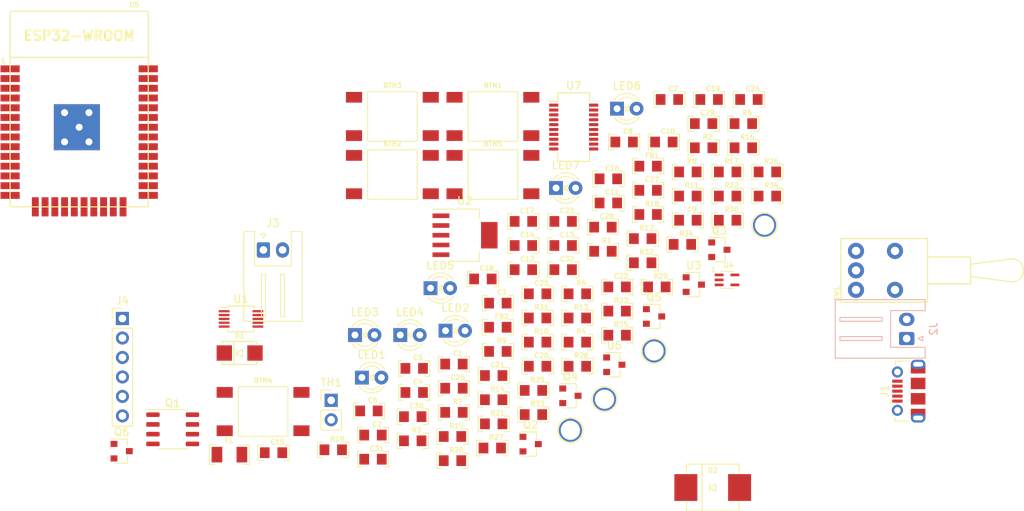
<source format=kicad_pcb>
(kicad_pcb (version 20171130) (host pcbnew "(5.1.4)-1")

  (general
    (thickness 1.6)
    (drawings 0)
    (tracks 0)
    (zones 0)
    (modules 107)
    (nets 59)
  )

  (page A4)
  (layers
    (0 F.Cu signal)
    (31 B.Cu signal)
    (32 B.Adhes user hide)
    (33 F.Adhes user hide)
    (34 B.Paste user hide)
    (35 F.Paste user hide)
    (36 B.SilkS user)
    (37 F.SilkS user)
    (38 B.Mask user hide)
    (39 F.Mask user hide)
    (40 Dwgs.User user)
    (41 Cmts.User user hide)
    (42 Eco1.User user hide)
    (43 Eco2.User user hide)
    (44 Edge.Cuts user)
    (45 Margin user hide)
    (46 B.CrtYd user hide)
    (47 F.CrtYd user hide)
    (48 B.Fab user hide)
    (49 F.Fab user)
  )

  (setup
    (last_trace_width 0.25)
    (user_trace_width 0.254)
    (user_trace_width 0.381)
    (user_trace_width 0.635)
    (user_trace_width 1.27)
    (user_trace_width 1.905)
    (trace_clearance 0.2)
    (zone_clearance 0.254)
    (zone_45_only no)
    (trace_min 0.2)
    (via_size 0.8)
    (via_drill 0.4)
    (via_min_size 0.4)
    (via_min_drill 0.3)
    (user_via 0.6096 0.3048)
    (user_via 1.27 0.9144)
    (uvia_size 0.3)
    (uvia_drill 0.1)
    (uvias_allowed no)
    (uvia_min_size 0.2)
    (uvia_min_drill 0.1)
    (edge_width 0.15)
    (segment_width 0.2)
    (pcb_text_width 0.3)
    (pcb_text_size 1.5 1.5)
    (mod_edge_width 0.15)
    (mod_text_size 0.635 0.635)
    (mod_text_width 0.127)
    (pad_size 4 4)
    (pad_drill 3.5)
    (pad_to_mask_clearance 0.2)
    (aux_axis_origin 0 0)
    (visible_elements 7FFFFFFF)
    (pcbplotparams
      (layerselection 0x010f0_ffffffff)
      (usegerberextensions false)
      (usegerberattributes false)
      (usegerberadvancedattributes false)
      (creategerberjobfile false)
      (excludeedgelayer true)
      (linewidth 0.100000)
      (plotframeref false)
      (viasonmask false)
      (mode 1)
      (useauxorigin false)
      (hpglpennumber 1)
      (hpglpenspeed 20)
      (hpglpendiameter 15.000000)
      (psnegative false)
      (psa4output false)
      (plotreference true)
      (plotvalue true)
      (plotinvisibletext false)
      (padsonsilk false)
      (subtractmaskfromsilk false)
      (outputformat 1)
      (mirror false)
      (drillshape 0)
      (scaleselection 1)
      (outputdirectory "GERBER/"))
  )

  (net 0 "")
  (net 1 +BATT)
  (net 2 GND)
  (net 3 +5VA)
  (net 4 "Net-(Q1-Pad4)")
  (net 5 "Net-(F1-Pad1)")
  (net 6 "Net-(R5-Pad1)")
  (net 7 /RESET)
  (net 8 /BOOT)
  (net 9 +3V3)
  (net 10 "Net-(C9-Pad2)")
  (net 11 "Net-(C10-Pad2)")
  (net 12 "Net-(C13-Pad2)")
  (net 13 3V3_IO)
  (net 14 /DTR)
  (net 15 "Net-(LED1-Pad1)")
  (net 16 "Net-(LED2-Pad1)")
  (net 17 "Net-(Q2-Pad1)")
  (net 18 "Net-(Q2-Pad3)")
  (net 19 "Net-(Q3-Pad3)")
  (net 20 /RTS)
  (net 21 /USBDP)
  (net 22 /USBDM)
  (net 23 "Net-(R3-Pad1)")
  (net 24 "Net-(R4-Pad1)")
  (net 25 "Net-(R4-Pad2)")
  (net 26 "Net-(R7-Pad2)")
  (net 27 /VBUS_SENSE)
  (net 28 /TX_LED)
  (net 29 /RX_LED)
  (net 30 "Net-(C11-Pad2)")
  (net 31 "Net-(C12-Pad1)")
  (net 32 "Net-(Q5-Pad1)")
  (net 33 "Net-(D1-Pad2)")
  (net 34 GNDD)
  (net 35 User_BTN1)
  (net 36 User_BTN2)
  (net 37 User_BTN3)
  (net 38 +1V8)
  (net 39 "Net-(C18-Pad2)")
  (net 40 GNDA)
  (net 41 "Net-(C19-Pad1)")
  (net 42 "Net-(FB2-Pad1)")
  (net 43 "Net-(J3-Pad1)")
  (net 44 "Net-(J3-Pad2)")
  (net 45 "Net-(LED3-Pad1)")
  (net 46 "Net-(LED4-Pad1)")
  (net 47 "Net-(LED5-Pad2)")
  (net 48 "Net-(LED6-Pad2)")
  (net 49 "Net-(LED7-Pad2)")
  (net 50 "Net-(Q3-Pad1)")
  (net 51 "Net-(Q6-Pad1)")
  (net 52 BAT_ADC)
  (net 53 V_ref)
  (net 54 User_LED1)
  (net 55 User_LED2)
  (net 56 I2C_SCL)
  (net 57 I2C_SDA)
  (net 58 INTB)

  (net_class Default "This is the default net class."
    (clearance 0.2)
    (trace_width 0.25)
    (via_dia 0.8)
    (via_drill 0.4)
    (uvia_dia 0.3)
    (uvia_drill 0.1)
    (add_net +1V8)
    (add_net +3V3)
    (add_net +5VA)
    (add_net +BATT)
    (add_net /BOOT)
    (add_net /DTR)
    (add_net /RESET)
    (add_net /RTS)
    (add_net /RX_LED)
    (add_net /TX_LED)
    (add_net /USBDM)
    (add_net /USBDP)
    (add_net /VBUS_SENSE)
    (add_net 3V3_IO)
    (add_net BAT_ADC)
    (add_net GND)
    (add_net GNDA)
    (add_net GNDD)
    (add_net I2C_SCL)
    (add_net I2C_SDA)
    (add_net INTB)
    (add_net "Net-(C10-Pad2)")
    (add_net "Net-(C11-Pad2)")
    (add_net "Net-(C12-Pad1)")
    (add_net "Net-(C13-Pad2)")
    (add_net "Net-(C18-Pad2)")
    (add_net "Net-(C19-Pad1)")
    (add_net "Net-(C9-Pad2)")
    (add_net "Net-(D1-Pad2)")
    (add_net "Net-(F1-Pad1)")
    (add_net "Net-(FB2-Pad1)")
    (add_net "Net-(J3-Pad1)")
    (add_net "Net-(J3-Pad2)")
    (add_net "Net-(LED1-Pad1)")
    (add_net "Net-(LED2-Pad1)")
    (add_net "Net-(LED3-Pad1)")
    (add_net "Net-(LED4-Pad1)")
    (add_net "Net-(LED5-Pad2)")
    (add_net "Net-(LED6-Pad2)")
    (add_net "Net-(LED7-Pad2)")
    (add_net "Net-(Q1-Pad4)")
    (add_net "Net-(Q2-Pad1)")
    (add_net "Net-(Q2-Pad3)")
    (add_net "Net-(Q3-Pad1)")
    (add_net "Net-(Q3-Pad3)")
    (add_net "Net-(Q5-Pad1)")
    (add_net "Net-(Q6-Pad1)")
    (add_net "Net-(R3-Pad1)")
    (add_net "Net-(R4-Pad1)")
    (add_net "Net-(R4-Pad2)")
    (add_net "Net-(R5-Pad1)")
    (add_net "Net-(R7-Pad2)")
    (add_net User_BTN1)
    (add_net User_BTN2)
    (add_net User_BTN3)
    (add_net User_LED1)
    (add_net User_LED2)
    (add_net V_ref)
  )

  (module Mylib_Footprints:BTN_6x6mm (layer F.Cu) (tedit 5F9B22E5) (tstamp 6048360C)
    (at 93.153 30.341001)
    (descr "tactile push button, 6x6mm e.g. PTS645xx series, height=9.5mm")
    (tags "tact sw push 6mm smd")
    (path /5F92E627)
    (attr smd)
    (fp_text reference BTN1 (at 0 -4.05) (layer F.SilkS)
      (effects (font (size 0.635 0.635) (thickness 0.127)))
    )
    (fp_text value RESET (at 0 4.15) (layer F.Fab)
      (effects (font (size 1 1) (thickness 0.15)))
    )
    (fp_text user %R (at 0 -4.05) (layer F.Fab)
      (effects (font (size 0.635 0.635) (thickness 0.127)))
    )
    (fp_line (start -3 -3) (end -3 3) (layer F.Fab) (width 0.1))
    (fp_line (start -3 3) (end 3 3) (layer F.Fab) (width 0.1))
    (fp_line (start 3 3) (end 3 -3) (layer F.Fab) (width 0.1))
    (fp_line (start 3 -3) (end -3 -3) (layer F.Fab) (width 0.1))
    (fp_line (start 3.23 -3.23) (end 3.23 3.23) (layer F.SilkS) (width 0.12))
    (fp_line (start -3.23 -3.23) (end 3.23 -3.23) (layer F.SilkS) (width 0.12))
    (fp_line (start -3.23 3.23) (end 3.23 3.23) (layer F.SilkS) (width 0.12))
    (fp_circle (center 0 0) (end 1.75 -0.05) (layer F.Fab) (width 0.1))
    (fp_line (start -3.23 -3.23) (end -3.23 3.23) (layer F.SilkS) (width 0.12))
    (pad 2 smd rect (at -5 2.5) (size 2.1 1.4) (layers F.Cu F.Paste F.Mask)
      (net 7 /RESET))
    (pad 1 smd rect (at 5 -2.5) (size 2.1 1.4) (layers F.Cu F.Paste F.Mask)
      (net 34 GNDD))
    (pad 1 smd rect (at -5 -2.5) (size 2.1 1.4) (layers F.Cu F.Paste F.Mask)
      (net 34 GNDD))
    (pad 2 smd rect (at 5 2.5) (size 2.1 1.4) (layers F.Cu F.Paste F.Mask)
      (net 7 /RESET))
    (model ${KISYS3DMOD}/Button_Switch_SMD.3dshapes/SW_PUSH_6mm_H9.5mm.wrl
      (at (xyz 0 0 0))
      (scale (xyz 1 1 1))
      (rotate (xyz 0 0 0))
    )
  )

  (module Mylib_Footprints:BTN_6x6mm (layer F.Cu) (tedit 5F9B22E5) (tstamp 6048361E)
    (at 80.053 37.921001)
    (descr "tactile push button, 6x6mm e.g. PTS645xx series, height=9.5mm")
    (tags "tact sw push 6mm smd")
    (path /5F7C182D)
    (attr smd)
    (fp_text reference BTN2 (at 0 -4.05) (layer F.SilkS)
      (effects (font (size 0.635 0.635) (thickness 0.127)))
    )
    (fp_text value BOOT (at 0 4.15) (layer F.Fab)
      (effects (font (size 1 1) (thickness 0.15)))
    )
    (fp_line (start -3.23 -3.23) (end -3.23 3.23) (layer F.SilkS) (width 0.12))
    (fp_circle (center 0 0) (end 1.75 -0.05) (layer F.Fab) (width 0.1))
    (fp_line (start -3.23 3.23) (end 3.23 3.23) (layer F.SilkS) (width 0.12))
    (fp_line (start -3.23 -3.23) (end 3.23 -3.23) (layer F.SilkS) (width 0.12))
    (fp_line (start 3.23 -3.23) (end 3.23 3.23) (layer F.SilkS) (width 0.12))
    (fp_line (start 3 -3) (end -3 -3) (layer F.Fab) (width 0.1))
    (fp_line (start 3 3) (end 3 -3) (layer F.Fab) (width 0.1))
    (fp_line (start -3 3) (end 3 3) (layer F.Fab) (width 0.1))
    (fp_line (start -3 -3) (end -3 3) (layer F.Fab) (width 0.1))
    (fp_text user %R (at 0 -4.05) (layer F.Fab)
      (effects (font (size 0.635 0.635) (thickness 0.127)))
    )
    (pad 2 smd rect (at 5 2.5) (size 2.1 1.4) (layers F.Cu F.Paste F.Mask)
      (net 8 /BOOT))
    (pad 1 smd rect (at -5 -2.5) (size 2.1 1.4) (layers F.Cu F.Paste F.Mask)
      (net 34 GNDD))
    (pad 1 smd rect (at 5 -2.5) (size 2.1 1.4) (layers F.Cu F.Paste F.Mask)
      (net 34 GNDD))
    (pad 2 smd rect (at -5 2.5) (size 2.1 1.4) (layers F.Cu F.Paste F.Mask)
      (net 8 /BOOT))
    (model ${KISYS3DMOD}/Button_Switch_SMD.3dshapes/SW_PUSH_6mm_H9.5mm.wrl
      (at (xyz 0 0 0))
      (scale (xyz 1 1 1))
      (rotate (xyz 0 0 0))
    )
  )

  (module Mylib_Footprints:BTN_6x6mm (layer F.Cu) (tedit 5F9B22E5) (tstamp 60483630)
    (at 80.053 30.341001)
    (descr "tactile push button, 6x6mm e.g. PTS645xx series, height=9.5mm")
    (tags "tact sw push 6mm smd")
    (path /610802B5)
    (attr smd)
    (fp_text reference BTN3 (at 0 -4.05) (layer F.SilkS)
      (effects (font (size 0.635 0.635) (thickness 0.127)))
    )
    (fp_text value "user button" (at 0 4.15) (layer F.Fab)
      (effects (font (size 1 1) (thickness 0.15)))
    )
    (fp_line (start -3.23 -3.23) (end -3.23 3.23) (layer F.SilkS) (width 0.12))
    (fp_circle (center 0 0) (end 1.75 -0.05) (layer F.Fab) (width 0.1))
    (fp_line (start -3.23 3.23) (end 3.23 3.23) (layer F.SilkS) (width 0.12))
    (fp_line (start -3.23 -3.23) (end 3.23 -3.23) (layer F.SilkS) (width 0.12))
    (fp_line (start 3.23 -3.23) (end 3.23 3.23) (layer F.SilkS) (width 0.12))
    (fp_line (start 3 -3) (end -3 -3) (layer F.Fab) (width 0.1))
    (fp_line (start 3 3) (end 3 -3) (layer F.Fab) (width 0.1))
    (fp_line (start -3 3) (end 3 3) (layer F.Fab) (width 0.1))
    (fp_line (start -3 -3) (end -3 3) (layer F.Fab) (width 0.1))
    (fp_text user %R (at 0 -4.05) (layer F.Fab)
      (effects (font (size 0.635 0.635) (thickness 0.127)))
    )
    (pad 2 smd rect (at 5 2.5) (size 2.1 1.4) (layers F.Cu F.Paste F.Mask)
      (net 35 User_BTN1))
    (pad 1 smd rect (at -5 -2.5) (size 2.1 1.4) (layers F.Cu F.Paste F.Mask)
      (net 2 GND))
    (pad 1 smd rect (at 5 -2.5) (size 2.1 1.4) (layers F.Cu F.Paste F.Mask)
      (net 2 GND))
    (pad 2 smd rect (at -5 2.5) (size 2.1 1.4) (layers F.Cu F.Paste F.Mask)
      (net 35 User_BTN1))
    (model ${KISYS3DMOD}/Button_Switch_SMD.3dshapes/SW_PUSH_6mm_H9.5mm.wrl
      (at (xyz 0 0 0))
      (scale (xyz 1 1 1))
      (rotate (xyz 0 0 0))
    )
  )

  (module Mylib_Footprints:BTN_6x6mm (layer F.Cu) (tedit 5F9B22E5) (tstamp 60483642)
    (at 63.203 68.831001)
    (descr "tactile push button, 6x6mm e.g. PTS645xx series, height=9.5mm")
    (tags "tact sw push 6mm smd")
    (path /607FD869)
    (attr smd)
    (fp_text reference BTN4 (at 0 -4.05) (layer F.SilkS)
      (effects (font (size 0.635 0.635) (thickness 0.127)))
    )
    (fp_text value "user button" (at 0 4.15) (layer F.Fab)
      (effects (font (size 1 1) (thickness 0.15)))
    )
    (fp_text user %R (at 0 -4.05) (layer F.Fab)
      (effects (font (size 0.635 0.635) (thickness 0.127)))
    )
    (fp_line (start -3 -3) (end -3 3) (layer F.Fab) (width 0.1))
    (fp_line (start -3 3) (end 3 3) (layer F.Fab) (width 0.1))
    (fp_line (start 3 3) (end 3 -3) (layer F.Fab) (width 0.1))
    (fp_line (start 3 -3) (end -3 -3) (layer F.Fab) (width 0.1))
    (fp_line (start 3.23 -3.23) (end 3.23 3.23) (layer F.SilkS) (width 0.12))
    (fp_line (start -3.23 -3.23) (end 3.23 -3.23) (layer F.SilkS) (width 0.12))
    (fp_line (start -3.23 3.23) (end 3.23 3.23) (layer F.SilkS) (width 0.12))
    (fp_circle (center 0 0) (end 1.75 -0.05) (layer F.Fab) (width 0.1))
    (fp_line (start -3.23 -3.23) (end -3.23 3.23) (layer F.SilkS) (width 0.12))
    (pad 2 smd rect (at -5 2.5) (size 2.1 1.4) (layers F.Cu F.Paste F.Mask)
      (net 36 User_BTN2))
    (pad 1 smd rect (at 5 -2.5) (size 2.1 1.4) (layers F.Cu F.Paste F.Mask)
      (net 2 GND))
    (pad 1 smd rect (at -5 -2.5) (size 2.1 1.4) (layers F.Cu F.Paste F.Mask)
      (net 2 GND))
    (pad 2 smd rect (at 5 2.5) (size 2.1 1.4) (layers F.Cu F.Paste F.Mask)
      (net 36 User_BTN2))
    (model ${KISYS3DMOD}/Button_Switch_SMD.3dshapes/SW_PUSH_6mm_H9.5mm.wrl
      (at (xyz 0 0 0))
      (scale (xyz 1 1 1))
      (rotate (xyz 0 0 0))
    )
  )

  (module Mylib_Footprints:BTN_6x6mm (layer F.Cu) (tedit 5F9B22E5) (tstamp 60483654)
    (at 93.153 37.921001)
    (descr "tactile push button, 6x6mm e.g. PTS645xx series, height=9.5mm")
    (tags "tact sw push 6mm smd")
    (path /61641872)
    (attr smd)
    (fp_text reference BTN5 (at 0 -4.05) (layer F.SilkS)
      (effects (font (size 0.635 0.635) (thickness 0.127)))
    )
    (fp_text value "user button" (at 0 4.15) (layer F.Fab)
      (effects (font (size 1 1) (thickness 0.15)))
    )
    (fp_text user %R (at 0 -4.05) (layer F.Fab)
      (effects (font (size 0.635 0.635) (thickness 0.127)))
    )
    (fp_line (start -3 -3) (end -3 3) (layer F.Fab) (width 0.1))
    (fp_line (start -3 3) (end 3 3) (layer F.Fab) (width 0.1))
    (fp_line (start 3 3) (end 3 -3) (layer F.Fab) (width 0.1))
    (fp_line (start 3 -3) (end -3 -3) (layer F.Fab) (width 0.1))
    (fp_line (start 3.23 -3.23) (end 3.23 3.23) (layer F.SilkS) (width 0.12))
    (fp_line (start -3.23 -3.23) (end 3.23 -3.23) (layer F.SilkS) (width 0.12))
    (fp_line (start -3.23 3.23) (end 3.23 3.23) (layer F.SilkS) (width 0.12))
    (fp_circle (center 0 0) (end 1.75 -0.05) (layer F.Fab) (width 0.1))
    (fp_line (start -3.23 -3.23) (end -3.23 3.23) (layer F.SilkS) (width 0.12))
    (pad 2 smd rect (at -5 2.5) (size 2.1 1.4) (layers F.Cu F.Paste F.Mask)
      (net 37 User_BTN3))
    (pad 1 smd rect (at 5 -2.5) (size 2.1 1.4) (layers F.Cu F.Paste F.Mask)
      (net 2 GND))
    (pad 1 smd rect (at -5 -2.5) (size 2.1 1.4) (layers F.Cu F.Paste F.Mask)
      (net 2 GND))
    (pad 2 smd rect (at 5 2.5) (size 2.1 1.4) (layers F.Cu F.Paste F.Mask)
      (net 37 User_BTN3))
    (model ${KISYS3DMOD}/Button_Switch_SMD.3dshapes/SW_PUSH_6mm_H9.5mm.wrl
      (at (xyz 0 0 0))
      (scale (xyz 1 1 1))
      (rotate (xyz 0 0 0))
    )
  )

  (module Mylib_Footprints:C0805 (layer F.Cu) (tedit 5F9C4787) (tstamp 60483660)
    (at 88.075001 62.637001)
    (path /5F971678)
    (fp_text reference C1 (at 0.508 -1.397) (layer F.SilkS)
      (effects (font (size 0.635 0.635) (thickness 0.127)))
    )
    (fp_text value 100n (at 0 -1.905) (layer F.Fab)
      (effects (font (size 1 1) (thickness 0.15)))
    )
    (fp_line (start 2.032 1.016) (end 2.032 -1.016) (layer F.SilkS) (width 0.12))
    (fp_line (start -2.032 -1.016) (end -2.032 1.016) (layer F.SilkS) (width 0.12))
    (fp_line (start -2.032 -1.016) (end -1.397 -1.016) (layer F.SilkS) (width 0.12))
    (fp_line (start -2.032 1.016) (end -1.397 1.016) (layer F.SilkS) (width 0.12))
    (fp_line (start 1.397 -1.016) (end 2.032 -1.016) (layer F.SilkS) (width 0.12))
    (fp_line (start 1.397 1.016) (end 2.032 1.016) (layer F.SilkS) (width 0.12))
    (pad 2 smd rect (at 1.143 0) (size 1.27 1.397) (layers F.Cu F.Paste F.Mask)
      (net 34 GNDD))
    (pad 1 smd rect (at -1.143 0) (size 1.27 1.397) (layers F.Cu F.Paste F.Mask)
      (net 9 +3V3))
  )

  (module Mylib_Footprints:C0805 (layer F.Cu) (tedit 5F9C4787) (tstamp 6048366C)
    (at 77.525001 71.897001)
    (path /5F8046E1)
    (fp_text reference C2 (at 0.508 -1.397) (layer F.SilkS)
      (effects (font (size 0.635 0.635) (thickness 0.127)))
    )
    (fp_text value 10u (at 0 -1.905) (layer F.Fab)
      (effects (font (size 1 1) (thickness 0.15)))
    )
    (fp_line (start 1.397 1.016) (end 2.032 1.016) (layer F.SilkS) (width 0.12))
    (fp_line (start 1.397 -1.016) (end 2.032 -1.016) (layer F.SilkS) (width 0.12))
    (fp_line (start -2.032 1.016) (end -1.397 1.016) (layer F.SilkS) (width 0.12))
    (fp_line (start -2.032 -1.016) (end -1.397 -1.016) (layer F.SilkS) (width 0.12))
    (fp_line (start -2.032 -1.016) (end -2.032 1.016) (layer F.SilkS) (width 0.12))
    (fp_line (start 2.032 1.016) (end 2.032 -1.016) (layer F.SilkS) (width 0.12))
    (pad 1 smd rect (at -1.143 0) (size 1.27 1.397) (layers F.Cu F.Paste F.Mask)
      (net 9 +3V3))
    (pad 2 smd rect (at 1.143 0) (size 1.27 1.397) (layers F.Cu F.Paste F.Mask)
      (net 34 GNDD))
  )

  (module Mylib_Footprints:C0805 (layer F.Cu) (tedit 5F9C4787) (tstamp 60483678)
    (at 93.795001 54.687001)
    (path /61C3837C)
    (fp_text reference C3 (at 0.508 -1.397) (layer F.SilkS)
      (effects (font (size 0.635 0.635) (thickness 0.127)))
    )
    (fp_text value 10u (at 0 -1.905) (layer F.Fab)
      (effects (font (size 1 1) (thickness 0.15)))
    )
    (fp_line (start 1.397 1.016) (end 2.032 1.016) (layer F.SilkS) (width 0.12))
    (fp_line (start 1.397 -1.016) (end 2.032 -1.016) (layer F.SilkS) (width 0.12))
    (fp_line (start -2.032 1.016) (end -1.397 1.016) (layer F.SilkS) (width 0.12))
    (fp_line (start -2.032 -1.016) (end -1.397 -1.016) (layer F.SilkS) (width 0.12))
    (fp_line (start -2.032 -1.016) (end -2.032 1.016) (layer F.SilkS) (width 0.12))
    (fp_line (start 2.032 1.016) (end 2.032 -1.016) (layer F.SilkS) (width 0.12))
    (pad 1 smd rect (at -1.143 0) (size 1.27 1.397) (layers F.Cu F.Paste F.Mask)
      (net 9 +3V3))
    (pad 2 smd rect (at 1.143 0) (size 1.27 1.397) (layers F.Cu F.Paste F.Mask)
      (net 34 GNDD))
  )

  (module Mylib_Footprints:C0805 (layer F.Cu) (tedit 5F9C4787) (tstamp 60483684)
    (at 82.895001 66.347001)
    (path /5D909039)
    (fp_text reference C4 (at 0.508 -1.397) (layer F.SilkS)
      (effects (font (size 0.635 0.635) (thickness 0.127)))
    )
    (fp_text value 10u (at 0 -1.905) (layer F.Fab)
      (effects (font (size 1 1) (thickness 0.15)))
    )
    (fp_line (start 1.397 1.016) (end 2.032 1.016) (layer F.SilkS) (width 0.12))
    (fp_line (start 1.397 -1.016) (end 2.032 -1.016) (layer F.SilkS) (width 0.12))
    (fp_line (start -2.032 1.016) (end -1.397 1.016) (layer F.SilkS) (width 0.12))
    (fp_line (start -2.032 -1.016) (end -1.397 -1.016) (layer F.SilkS) (width 0.12))
    (fp_line (start -2.032 -1.016) (end -2.032 1.016) (layer F.SilkS) (width 0.12))
    (fp_line (start 2.032 1.016) (end 2.032 -1.016) (layer F.SilkS) (width 0.12))
    (pad 1 smd rect (at -1.143 0) (size 1.27 1.397) (layers F.Cu F.Paste F.Mask)
      (net 3 +5VA))
    (pad 2 smd rect (at 1.143 0) (size 1.27 1.397) (layers F.Cu F.Paste F.Mask)
      (net 34 GNDD))
  )

  (module Mylib_Footprints:C0805 (layer F.Cu) (tedit 5F9C4787) (tstamp 60483690)
    (at 82.895001 63.197001)
    (path /5F8C53D6)
    (fp_text reference C5 (at 0.508 -1.397) (layer F.SilkS)
      (effects (font (size 0.635 0.635) (thickness 0.127)))
    )
    (fp_text value 10u (at 0 -1.905) (layer F.Fab)
      (effects (font (size 1 1) (thickness 0.15)))
    )
    (fp_line (start 2.032 1.016) (end 2.032 -1.016) (layer F.SilkS) (width 0.12))
    (fp_line (start -2.032 -1.016) (end -2.032 1.016) (layer F.SilkS) (width 0.12))
    (fp_line (start -2.032 -1.016) (end -1.397 -1.016) (layer F.SilkS) (width 0.12))
    (fp_line (start -2.032 1.016) (end -1.397 1.016) (layer F.SilkS) (width 0.12))
    (fp_line (start 1.397 -1.016) (end 2.032 -1.016) (layer F.SilkS) (width 0.12))
    (fp_line (start 1.397 1.016) (end 2.032 1.016) (layer F.SilkS) (width 0.12))
    (pad 2 smd rect (at 1.143 0) (size 1.27 1.397) (layers F.Cu F.Paste F.Mask)
      (net 1 +BATT))
    (pad 1 smd rect (at -1.143 0) (size 1.27 1.397) (layers F.Cu F.Paste F.Mask)
      (net 34 GNDD))
  )

  (module Mylib_Footprints:C0805 (layer F.Cu) (tedit 5F9C4787) (tstamp 6048369C)
    (at 76.995001 68.747001)
    (path /66AA4C7E)
    (fp_text reference C6 (at 0.508 -1.397) (layer F.SilkS)
      (effects (font (size 0.635 0.635) (thickness 0.127)))
    )
    (fp_text value 100n (at 0 -1.905) (layer F.Fab)
      (effects (font (size 1 1) (thickness 0.15)))
    )
    (fp_line (start 2.032 1.016) (end 2.032 -1.016) (layer F.SilkS) (width 0.12))
    (fp_line (start -2.032 -1.016) (end -2.032 1.016) (layer F.SilkS) (width 0.12))
    (fp_line (start -2.032 -1.016) (end -1.397 -1.016) (layer F.SilkS) (width 0.12))
    (fp_line (start -2.032 1.016) (end -1.397 1.016) (layer F.SilkS) (width 0.12))
    (fp_line (start 1.397 -1.016) (end 2.032 -1.016) (layer F.SilkS) (width 0.12))
    (fp_line (start 1.397 1.016) (end 2.032 1.016) (layer F.SilkS) (width 0.12))
    (pad 2 smd rect (at 1.143 0) (size 1.27 1.397) (layers F.Cu F.Paste F.Mask)
      (net 1 +BATT))
    (pad 1 smd rect (at -1.143 0) (size 1.27 1.397) (layers F.Cu F.Paste F.Mask)
      (net 34 GNDD))
  )

  (module Mylib_Footprints:C0805 (layer F.Cu) (tedit 5F9C4787) (tstamp 604836A8)
    (at 116.145001 28.127001)
    (path /5F8D2F95)
    (fp_text reference C7 (at 0.508 -1.397) (layer F.SilkS)
      (effects (font (size 0.635 0.635) (thickness 0.127)))
    )
    (fp_text value 100n (at 0 -1.905) (layer F.Fab)
      (effects (font (size 1 1) (thickness 0.15)))
    )
    (fp_line (start 1.397 1.016) (end 2.032 1.016) (layer F.SilkS) (width 0.12))
    (fp_line (start 1.397 -1.016) (end 2.032 -1.016) (layer F.SilkS) (width 0.12))
    (fp_line (start -2.032 1.016) (end -1.397 1.016) (layer F.SilkS) (width 0.12))
    (fp_line (start -2.032 -1.016) (end -1.397 -1.016) (layer F.SilkS) (width 0.12))
    (fp_line (start -2.032 -1.016) (end -2.032 1.016) (layer F.SilkS) (width 0.12))
    (fp_line (start 2.032 1.016) (end 2.032 -1.016) (layer F.SilkS) (width 0.12))
    (pad 1 smd rect (at -1.143 0) (size 1.27 1.397) (layers F.Cu F.Paste F.Mask)
      (net 34 GNDD))
    (pad 2 smd rect (at 1.143 0) (size 1.27 1.397) (layers F.Cu F.Paste F.Mask)
      (net 9 +3V3))
  )

  (module Mylib_Footprints:C0805 (layer F.Cu) (tedit 5F9C4787) (tstamp 604836B4)
    (at 110.245001 33.677001)
    (path /5F8D3EA7)
    (fp_text reference C8 (at 0.508 -1.397) (layer F.SilkS)
      (effects (font (size 0.635 0.635) (thickness 0.127)))
    )
    (fp_text value 10u (at 0 -1.905) (layer F.Fab)
      (effects (font (size 1 1) (thickness 0.15)))
    )
    (fp_line (start 2.032 1.016) (end 2.032 -1.016) (layer F.SilkS) (width 0.12))
    (fp_line (start -2.032 -1.016) (end -2.032 1.016) (layer F.SilkS) (width 0.12))
    (fp_line (start -2.032 -1.016) (end -1.397 -1.016) (layer F.SilkS) (width 0.12))
    (fp_line (start -2.032 1.016) (end -1.397 1.016) (layer F.SilkS) (width 0.12))
    (fp_line (start 1.397 -1.016) (end 2.032 -1.016) (layer F.SilkS) (width 0.12))
    (fp_line (start 1.397 1.016) (end 2.032 1.016) (layer F.SilkS) (width 0.12))
    (pad 2 smd rect (at 1.143 0) (size 1.27 1.397) (layers F.Cu F.Paste F.Mask)
      (net 9 +3V3))
    (pad 1 smd rect (at -1.143 0) (size 1.27 1.397) (layers F.Cu F.Paste F.Mask)
      (net 34 GNDD))
  )

  (module Mylib_Footprints:C0805 (layer F.Cu) (tedit 5F9C4787) (tstamp 604836C0)
    (at 118.555001 43.877001)
    (path /5F9F2B9C)
    (fp_text reference C9 (at 0.508 -1.397) (layer F.SilkS)
      (effects (font (size 0.635 0.635) (thickness 0.127)))
    )
    (fp_text value 10n (at 0 -1.905) (layer F.Fab)
      (effects (font (size 1 1) (thickness 0.15)))
    )
    (fp_line (start 2.032 1.016) (end 2.032 -1.016) (layer F.SilkS) (width 0.12))
    (fp_line (start -2.032 -1.016) (end -2.032 1.016) (layer F.SilkS) (width 0.12))
    (fp_line (start -2.032 -1.016) (end -1.397 -1.016) (layer F.SilkS) (width 0.12))
    (fp_line (start -2.032 1.016) (end -1.397 1.016) (layer F.SilkS) (width 0.12))
    (fp_line (start 1.397 -1.016) (end 2.032 -1.016) (layer F.SilkS) (width 0.12))
    (fp_line (start 1.397 1.016) (end 2.032 1.016) (layer F.SilkS) (width 0.12))
    (pad 2 smd rect (at 1.143 0) (size 1.27 1.397) (layers F.Cu F.Paste F.Mask)
      (net 10 "Net-(C9-Pad2)"))
    (pad 1 smd rect (at -1.143 0) (size 1.27 1.397) (layers F.Cu F.Paste F.Mask)
      (net 34 GNDD))
  )

  (module Mylib_Footprints:C0805 (layer F.Cu) (tedit 5F9C4787) (tstamp 604836CC)
    (at 115.425001 33.677001)
    (path /654CAD24)
    (fp_text reference C10 (at 0.508 -1.397) (layer F.SilkS)
      (effects (font (size 0.635 0.635) (thickness 0.127)))
    )
    (fp_text value 47p (at 0 -1.905) (layer F.Fab)
      (effects (font (size 1 1) (thickness 0.15)))
    )
    (fp_line (start 1.397 1.016) (end 2.032 1.016) (layer F.SilkS) (width 0.12))
    (fp_line (start 1.397 -1.016) (end 2.032 -1.016) (layer F.SilkS) (width 0.12))
    (fp_line (start -2.032 1.016) (end -1.397 1.016) (layer F.SilkS) (width 0.12))
    (fp_line (start -2.032 -1.016) (end -1.397 -1.016) (layer F.SilkS) (width 0.12))
    (fp_line (start -2.032 -1.016) (end -2.032 1.016) (layer F.SilkS) (width 0.12))
    (fp_line (start 2.032 1.016) (end 2.032 -1.016) (layer F.SilkS) (width 0.12))
    (pad 1 smd rect (at -1.143 0) (size 1.27 1.397) (layers F.Cu F.Paste F.Mask)
      (net 34 GNDD))
    (pad 2 smd rect (at 1.143 0) (size 1.27 1.397) (layers F.Cu F.Paste F.Mask)
      (net 11 "Net-(C10-Pad2)"))
  )

  (module Mylib_Footprints:C0805 (layer F.Cu) (tedit 5F9C4787) (tstamp 604836D8)
    (at 108.195001 41.627001)
    (path /654B5398)
    (fp_text reference C11 (at 0.508 -1.397) (layer F.SilkS)
      (effects (font (size 0.635 0.635) (thickness 0.127)))
    )
    (fp_text value 47p (at 0 -1.905) (layer F.Fab)
      (effects (font (size 1 1) (thickness 0.15)))
    )
    (fp_line (start 2.032 1.016) (end 2.032 -1.016) (layer F.SilkS) (width 0.12))
    (fp_line (start -2.032 -1.016) (end -2.032 1.016) (layer F.SilkS) (width 0.12))
    (fp_line (start -2.032 -1.016) (end -1.397 -1.016) (layer F.SilkS) (width 0.12))
    (fp_line (start -2.032 1.016) (end -1.397 1.016) (layer F.SilkS) (width 0.12))
    (fp_line (start 1.397 -1.016) (end 2.032 -1.016) (layer F.SilkS) (width 0.12))
    (fp_line (start 1.397 1.016) (end 2.032 1.016) (layer F.SilkS) (width 0.12))
    (pad 2 smd rect (at 1.143 0) (size 1.27 1.397) (layers F.Cu F.Paste F.Mask)
      (net 30 "Net-(C11-Pad2)"))
    (pad 1 smd rect (at -1.143 0) (size 1.27 1.397) (layers F.Cu F.Paste F.Mask)
      (net 34 GNDD))
  )

  (module Mylib_Footprints:C0805 (layer F.Cu) (tedit 5F9C4787) (tstamp 604836E4)
    (at 97.125001 50.327001)
    (path /5D807F71)
    (fp_text reference C12 (at 0.508 -1.397) (layer F.SilkS)
      (effects (font (size 0.635 0.635) (thickness 0.127)))
    )
    (fp_text value 10u (at 0 -1.905) (layer F.Fab)
      (effects (font (size 1 1) (thickness 0.15)))
    )
    (fp_line (start 1.397 1.016) (end 2.032 1.016) (layer F.SilkS) (width 0.12))
    (fp_line (start 1.397 -1.016) (end 2.032 -1.016) (layer F.SilkS) (width 0.12))
    (fp_line (start -2.032 1.016) (end -1.397 1.016) (layer F.SilkS) (width 0.12))
    (fp_line (start -2.032 -1.016) (end -1.397 -1.016) (layer F.SilkS) (width 0.12))
    (fp_line (start -2.032 -1.016) (end -2.032 1.016) (layer F.SilkS) (width 0.12))
    (fp_line (start 2.032 1.016) (end 2.032 -1.016) (layer F.SilkS) (width 0.12))
    (pad 1 smd rect (at -1.143 0) (size 1.27 1.397) (layers F.Cu F.Paste F.Mask)
      (net 31 "Net-(C12-Pad1)"))
    (pad 2 smd rect (at 1.143 0) (size 1.27 1.397) (layers F.Cu F.Paste F.Mask)
      (net 34 GNDD))
  )

  (module Mylib_Footprints:C0805 (layer F.Cu) (tedit 5F9C4787) (tstamp 604836F0)
    (at 102.305001 47.177001)
    (path /5F7CCF9C)
    (fp_text reference C13 (at 0.508 -1.397) (layer F.SilkS)
      (effects (font (size 0.635 0.635) (thickness 0.127)))
    )
    (fp_text value 100n (at 0 -1.905) (layer F.Fab)
      (effects (font (size 1 1) (thickness 0.15)))
    )
    (fp_line (start 1.397 1.016) (end 2.032 1.016) (layer F.SilkS) (width 0.12))
    (fp_line (start 1.397 -1.016) (end 2.032 -1.016) (layer F.SilkS) (width 0.12))
    (fp_line (start -2.032 1.016) (end -1.397 1.016) (layer F.SilkS) (width 0.12))
    (fp_line (start -2.032 -1.016) (end -1.397 -1.016) (layer F.SilkS) (width 0.12))
    (fp_line (start -2.032 -1.016) (end -2.032 1.016) (layer F.SilkS) (width 0.12))
    (fp_line (start 2.032 1.016) (end 2.032 -1.016) (layer F.SilkS) (width 0.12))
    (pad 1 smd rect (at -1.143 0) (size 1.27 1.397) (layers F.Cu F.Paste F.Mask)
      (net 34 GNDD))
    (pad 2 smd rect (at 1.143 0) (size 1.27 1.397) (layers F.Cu F.Paste F.Mask)
      (net 12 "Net-(C13-Pad2)"))
  )

  (module Mylib_Footprints:C0805 (layer F.Cu) (tedit 5F9C4787) (tstamp 604836FC)
    (at 97.125001 47.177001)
    (path /61D0AAA8)
    (fp_text reference C14 (at 0.508 -1.397) (layer F.SilkS)
      (effects (font (size 0.635 0.635) (thickness 0.127)))
    )
    (fp_text value 1u (at 0 -1.905) (layer F.Fab)
      (effects (font (size 1 1) (thickness 0.15)))
    )
    (fp_line (start 1.397 1.016) (end 2.032 1.016) (layer F.SilkS) (width 0.12))
    (fp_line (start 1.397 -1.016) (end 2.032 -1.016) (layer F.SilkS) (width 0.12))
    (fp_line (start -2.032 1.016) (end -1.397 1.016) (layer F.SilkS) (width 0.12))
    (fp_line (start -2.032 -1.016) (end -1.397 -1.016) (layer F.SilkS) (width 0.12))
    (fp_line (start -2.032 -1.016) (end -2.032 1.016) (layer F.SilkS) (width 0.12))
    (fp_line (start 2.032 1.016) (end 2.032 -1.016) (layer F.SilkS) (width 0.12))
    (pad 1 smd rect (at -1.143 0) (size 1.27 1.397) (layers F.Cu F.Paste F.Mask)
      (net 34 GNDD))
    (pad 2 smd rect (at 1.143 0) (size 1.27 1.397) (layers F.Cu F.Paste F.Mask)
      (net 9 +3V3))
  )

  (module Mylib_Footprints:C0805 (layer F.Cu) (tedit 5F9C4787) (tstamp 60483708)
    (at 64.565001 74.197001)
    (path /61E36A8B)
    (fp_text reference C15 (at 0.508 -1.397) (layer F.SilkS)
      (effects (font (size 0.635 0.635) (thickness 0.127)))
    )
    (fp_text value 1u (at 0 -1.905) (layer F.Fab)
      (effects (font (size 1 1) (thickness 0.15)))
    )
    (fp_line (start 1.397 1.016) (end 2.032 1.016) (layer F.SilkS) (width 0.12))
    (fp_line (start 1.397 -1.016) (end 2.032 -1.016) (layer F.SilkS) (width 0.12))
    (fp_line (start -2.032 1.016) (end -1.397 1.016) (layer F.SilkS) (width 0.12))
    (fp_line (start -2.032 -1.016) (end -1.397 -1.016) (layer F.SilkS) (width 0.12))
    (fp_line (start -2.032 -1.016) (end -2.032 1.016) (layer F.SilkS) (width 0.12))
    (fp_line (start 2.032 1.016) (end 2.032 -1.016) (layer F.SilkS) (width 0.12))
    (pad 1 smd rect (at -1.143 0) (size 1.27 1.397) (layers F.Cu F.Paste F.Mask)
      (net 34 GNDD))
    (pad 2 smd rect (at 1.143 0) (size 1.27 1.397) (layers F.Cu F.Paste F.Mask)
      (net 38 +1V8))
  )

  (module Mylib_Footprints:C0805 (layer F.Cu) (tedit 5F9C4787) (tstamp 60483714)
    (at 108.195001 38.477001)
    (path /654368E9)
    (fp_text reference C16 (at 0.508 -1.397) (layer F.SilkS)
      (effects (font (size 0.635 0.635) (thickness 0.127)))
    )
    (fp_text value 10u (at 0 -1.905) (layer F.Fab)
      (effects (font (size 1 1) (thickness 0.15)))
    )
    (fp_line (start 1.397 1.016) (end 2.032 1.016) (layer F.SilkS) (width 0.12))
    (fp_line (start 1.397 -1.016) (end 2.032 -1.016) (layer F.SilkS) (width 0.12))
    (fp_line (start -2.032 1.016) (end -1.397 1.016) (layer F.SilkS) (width 0.12))
    (fp_line (start -2.032 -1.016) (end -1.397 -1.016) (layer F.SilkS) (width 0.12))
    (fp_line (start -2.032 -1.016) (end -2.032 1.016) (layer F.SilkS) (width 0.12))
    (fp_line (start 2.032 1.016) (end 2.032 -1.016) (layer F.SilkS) (width 0.12))
    (pad 1 smd rect (at -1.143 0) (size 1.27 1.397) (layers F.Cu F.Paste F.Mask)
      (net 34 GNDD))
    (pad 2 smd rect (at 1.143 0) (size 1.27 1.397) (layers F.Cu F.Paste F.Mask)
      (net 3 +5VA))
  )

  (module Mylib_Footprints:C0805 (layer F.Cu) (tedit 5F9C4787) (tstamp 60483720)
    (at 97.125001 44.027001)
    (path /65436C40)
    (fp_text reference C17 (at 0.508 -1.397) (layer F.SilkS)
      (effects (font (size 0.635 0.635) (thickness 0.127)))
    )
    (fp_text value 100n (at 0 -1.905) (layer F.Fab)
      (effects (font (size 1 1) (thickness 0.15)))
    )
    (fp_line (start 2.032 1.016) (end 2.032 -1.016) (layer F.SilkS) (width 0.12))
    (fp_line (start -2.032 -1.016) (end -2.032 1.016) (layer F.SilkS) (width 0.12))
    (fp_line (start -2.032 -1.016) (end -1.397 -1.016) (layer F.SilkS) (width 0.12))
    (fp_line (start -2.032 1.016) (end -1.397 1.016) (layer F.SilkS) (width 0.12))
    (fp_line (start 1.397 -1.016) (end 2.032 -1.016) (layer F.SilkS) (width 0.12))
    (fp_line (start 1.397 1.016) (end 2.032 1.016) (layer F.SilkS) (width 0.12))
    (pad 2 smd rect (at 1.143 0) (size 1.27 1.397) (layers F.Cu F.Paste F.Mask)
      (net 3 +5VA))
    (pad 1 smd rect (at -1.143 0) (size 1.27 1.397) (layers F.Cu F.Paste F.Mask)
      (net 34 GNDD))
  )

  (module Mylib_Footprints:C0805 (layer F.Cu) (tedit 5F9C4787) (tstamp 6048372C)
    (at 91.845001 51.537001)
    (path /604FAC32)
    (fp_text reference C18 (at 0.508 -1.397) (layer F.SilkS)
      (effects (font (size 0.635 0.635) (thickness 0.127)))
    )
    (fp_text value 10p (at 0 -1.905) (layer F.Fab)
      (effects (font (size 1 1) (thickness 0.15)))
    )
    (fp_line (start 1.397 1.016) (end 2.032 1.016) (layer F.SilkS) (width 0.12))
    (fp_line (start 1.397 -1.016) (end 2.032 -1.016) (layer F.SilkS) (width 0.12))
    (fp_line (start -2.032 1.016) (end -1.397 1.016) (layer F.SilkS) (width 0.12))
    (fp_line (start -2.032 -1.016) (end -1.397 -1.016) (layer F.SilkS) (width 0.12))
    (fp_line (start -2.032 -1.016) (end -2.032 1.016) (layer F.SilkS) (width 0.12))
    (fp_line (start 2.032 1.016) (end 2.032 -1.016) (layer F.SilkS) (width 0.12))
    (pad 1 smd rect (at -1.143 0) (size 1.27 1.397) (layers F.Cu F.Paste F.Mask)
      (net 40 GNDA))
    (pad 2 smd rect (at 1.143 0) (size 1.27 1.397) (layers F.Cu F.Paste F.Mask)
      (net 39 "Net-(C18-Pad2)"))
  )

  (module Mylib_Footprints:C0805 (layer F.Cu) (tedit 5F9C4787) (tstamp 60483738)
    (at 121.325001 28.127001)
    (path /604FBBAD)
    (fp_text reference C19 (at 0.508 -1.397) (layer F.SilkS)
      (effects (font (size 0.635 0.635) (thickness 0.127)))
    )
    (fp_text value 10p (at 0 -1.905) (layer F.Fab)
      (effects (font (size 1 1) (thickness 0.15)))
    )
    (fp_line (start 1.397 1.016) (end 2.032 1.016) (layer F.SilkS) (width 0.12))
    (fp_line (start 1.397 -1.016) (end 2.032 -1.016) (layer F.SilkS) (width 0.12))
    (fp_line (start -2.032 1.016) (end -1.397 1.016) (layer F.SilkS) (width 0.12))
    (fp_line (start -2.032 -1.016) (end -1.397 -1.016) (layer F.SilkS) (width 0.12))
    (fp_line (start -2.032 -1.016) (end -2.032 1.016) (layer F.SilkS) (width 0.12))
    (fp_line (start 2.032 1.016) (end 2.032 -1.016) (layer F.SilkS) (width 0.12))
    (pad 1 smd rect (at -1.143 0) (size 1.27 1.397) (layers F.Cu F.Paste F.Mask)
      (net 41 "Net-(C19-Pad1)"))
    (pad 2 smd rect (at 1.143 0) (size 1.27 1.397) (layers F.Cu F.Paste F.Mask)
      (net 40 GNDA))
  )

  (module Mylib_Footprints:C0805 (layer F.Cu) (tedit 5F9C4787) (tstamp 60483744)
    (at 98.975001 62.927001)
    (path /60C31D12)
    (fp_text reference C20 (at 0.508 -1.397) (layer F.SilkS)
      (effects (font (size 0.635 0.635) (thickness 0.127)))
    )
    (fp_text value 1u (at 0 -1.905) (layer F.Fab)
      (effects (font (size 1 1) (thickness 0.15)))
    )
    (fp_line (start 2.032 1.016) (end 2.032 -1.016) (layer F.SilkS) (width 0.12))
    (fp_line (start -2.032 -1.016) (end -2.032 1.016) (layer F.SilkS) (width 0.12))
    (fp_line (start -2.032 -1.016) (end -1.397 -1.016) (layer F.SilkS) (width 0.12))
    (fp_line (start -2.032 1.016) (end -1.397 1.016) (layer F.SilkS) (width 0.12))
    (fp_line (start 1.397 -1.016) (end 2.032 -1.016) (layer F.SilkS) (width 0.12))
    (fp_line (start 1.397 1.016) (end 2.032 1.016) (layer F.SilkS) (width 0.12))
    (pad 2 smd rect (at 1.143 0) (size 1.27 1.397) (layers F.Cu F.Paste F.Mask))
    (pad 1 smd rect (at -1.143 0) (size 1.27 1.397) (layers F.Cu F.Paste F.Mask))
  )

  (module Mylib_Footprints:C0805 (layer F.Cu) (tedit 5F9C4787) (tstamp 60483750)
    (at 93.255001 64.137001)
    (path /5F93909A)
    (fp_text reference C21 (at 0.508 -1.397) (layer F.SilkS)
      (effects (font (size 0.635 0.635) (thickness 0.127)))
    )
    (fp_text value 100n (at 0 -1.905) (layer F.Fab)
      (effects (font (size 1 1) (thickness 0.15)))
    )
    (fp_line (start 2.032 1.016) (end 2.032 -1.016) (layer F.SilkS) (width 0.12))
    (fp_line (start -2.032 -1.016) (end -2.032 1.016) (layer F.SilkS) (width 0.12))
    (fp_line (start -2.032 -1.016) (end -1.397 -1.016) (layer F.SilkS) (width 0.12))
    (fp_line (start -2.032 1.016) (end -1.397 1.016) (layer F.SilkS) (width 0.12))
    (fp_line (start 1.397 -1.016) (end 2.032 -1.016) (layer F.SilkS) (width 0.12))
    (fp_line (start 1.397 1.016) (end 2.032 1.016) (layer F.SilkS) (width 0.12))
    (pad 2 smd rect (at 1.143 0) (size 1.27 1.397) (layers F.Cu F.Paste F.Mask)
      (net 7 /RESET))
    (pad 1 smd rect (at -1.143 0) (size 1.27 1.397) (layers F.Cu F.Paste F.Mask)
      (net 34 GNDD))
  )

  (module Mylib_Footprints:C0805 (layer F.Cu) (tedit 5F9C4787) (tstamp 6048375C)
    (at 109.335001 52.577001)
    (path /5FEBCC05)
    (fp_text reference C22 (at 0.508 -1.397) (layer F.SilkS)
      (effects (font (size 0.635 0.635) (thickness 0.127)))
    )
    (fp_text value 100n (at 0 -1.905) (layer F.Fab)
      (effects (font (size 1 1) (thickness 0.15)))
    )
    (fp_line (start 2.032 1.016) (end 2.032 -1.016) (layer F.SilkS) (width 0.12))
    (fp_line (start -2.032 -1.016) (end -2.032 1.016) (layer F.SilkS) (width 0.12))
    (fp_line (start -2.032 -1.016) (end -1.397 -1.016) (layer F.SilkS) (width 0.12))
    (fp_line (start -2.032 1.016) (end -1.397 1.016) (layer F.SilkS) (width 0.12))
    (fp_line (start 1.397 -1.016) (end 2.032 -1.016) (layer F.SilkS) (width 0.12))
    (fp_line (start 1.397 1.016) (end 2.032 1.016) (layer F.SilkS) (width 0.12))
    (pad 2 smd rect (at 1.143 0) (size 1.27 1.397) (layers F.Cu F.Paste F.Mask)
      (net 34 GNDD))
    (pad 1 smd rect (at -1.143 0) (size 1.27 1.397) (layers F.Cu F.Paste F.Mask)
      (net 27 /VBUS_SENSE))
  )

  (module Mylib_Footprints:C0805 (layer F.Cu) (tedit 5F9C4787) (tstamp 60483768)
    (at 102.305001 44.027001)
    (path /65D96905)
    (fp_text reference C23 (at 0.508 -1.397) (layer F.SilkS)
      (effects (font (size 0.635 0.635) (thickness 0.127)))
    )
    (fp_text value 100n (at 0 -1.905) (layer F.Fab)
      (effects (font (size 1 1) (thickness 0.15)))
    )
    (fp_line (start 1.397 1.016) (end 2.032 1.016) (layer F.SilkS) (width 0.12))
    (fp_line (start 1.397 -1.016) (end 2.032 -1.016) (layer F.SilkS) (width 0.12))
    (fp_line (start -2.032 1.016) (end -1.397 1.016) (layer F.SilkS) (width 0.12))
    (fp_line (start -2.032 -1.016) (end -1.397 -1.016) (layer F.SilkS) (width 0.12))
    (fp_line (start -2.032 -1.016) (end -2.032 1.016) (layer F.SilkS) (width 0.12))
    (fp_line (start 2.032 1.016) (end 2.032 -1.016) (layer F.SilkS) (width 0.12))
    (pad 1 smd rect (at -1.143 0) (size 1.27 1.397) (layers F.Cu F.Paste F.Mask)
      (net 34 GNDD))
    (pad 2 smd rect (at 1.143 0) (size 1.27 1.397) (layers F.Cu F.Paste F.Mask)
      (net 13 3V3_IO))
  )

  (module Mylib_Footprints:C0805 (layer F.Cu) (tedit 5F9C4787) (tstamp 60483774)
    (at 126.505001 28.127001)
    (path /60C80D13)
    (fp_text reference C24 (at 0.508 -1.397) (layer F.SilkS)
      (effects (font (size 0.635 0.635) (thickness 0.127)))
    )
    (fp_text value 1u (at 0 -1.905) (layer F.Fab)
      (effects (font (size 1 1) (thickness 0.15)))
    )
    (fp_line (start 2.032 1.016) (end 2.032 -1.016) (layer F.SilkS) (width 0.12))
    (fp_line (start -2.032 -1.016) (end -2.032 1.016) (layer F.SilkS) (width 0.12))
    (fp_line (start -2.032 -1.016) (end -1.397 -1.016) (layer F.SilkS) (width 0.12))
    (fp_line (start -2.032 1.016) (end -1.397 1.016) (layer F.SilkS) (width 0.12))
    (fp_line (start 1.397 -1.016) (end 2.032 -1.016) (layer F.SilkS) (width 0.12))
    (fp_line (start 1.397 1.016) (end 2.032 1.016) (layer F.SilkS) (width 0.12))
    (pad 2 smd rect (at 1.143 0) (size 1.27 1.397) (layers F.Cu F.Paste F.Mask))
    (pad 1 smd rect (at -1.143 0) (size 1.27 1.397) (layers F.Cu F.Paste F.Mask)
      (net 40 GNDA))
  )

  (module Mylib_Footprints:C0805 (layer F.Cu) (tedit 5F9C4787) (tstamp 60483780)
    (at 98.975001 53.477001)
    (path /616A68C5)
    (fp_text reference C25 (at 0.508 -1.397) (layer F.SilkS)
      (effects (font (size 0.635 0.635) (thickness 0.127)))
    )
    (fp_text value 100n (at 0 -1.905) (layer F.Fab)
      (effects (font (size 1 1) (thickness 0.15)))
    )
    (fp_line (start 1.397 1.016) (end 2.032 1.016) (layer F.SilkS) (width 0.12))
    (fp_line (start 1.397 -1.016) (end 2.032 -1.016) (layer F.SilkS) (width 0.12))
    (fp_line (start -2.032 1.016) (end -1.397 1.016) (layer F.SilkS) (width 0.12))
    (fp_line (start -2.032 -1.016) (end -1.397 -1.016) (layer F.SilkS) (width 0.12))
    (fp_line (start -2.032 -1.016) (end -2.032 1.016) (layer F.SilkS) (width 0.12))
    (fp_line (start 2.032 1.016) (end 2.032 -1.016) (layer F.SilkS) (width 0.12))
    (pad 1 smd rect (at -1.143 0) (size 1.27 1.397) (layers F.Cu F.Paste F.Mask)
      (net 40 GNDA))
    (pad 2 smd rect (at 1.143 0) (size 1.27 1.397) (layers F.Cu F.Paste F.Mask)
      (net 38 +1V8))
  )

  (module Mylib_Footprints:C0805 (layer F.Cu) (tedit 5F9C4787) (tstamp 6048378C)
    (at 88.075001 65.787001)
    (path /61A7B77C)
    (fp_text reference C26 (at 0.508 -1.397) (layer F.SilkS)
      (effects (font (size 0.635 0.635) (thickness 0.127)))
    )
    (fp_text value 10u (at 0 -1.905) (layer F.Fab)
      (effects (font (size 1 1) (thickness 0.15)))
    )
    (fp_line (start 2.032 1.016) (end 2.032 -1.016) (layer F.SilkS) (width 0.12))
    (fp_line (start -2.032 -1.016) (end -2.032 1.016) (layer F.SilkS) (width 0.12))
    (fp_line (start -2.032 -1.016) (end -1.397 -1.016) (layer F.SilkS) (width 0.12))
    (fp_line (start -2.032 1.016) (end -1.397 1.016) (layer F.SilkS) (width 0.12))
    (fp_line (start 1.397 -1.016) (end 2.032 -1.016) (layer F.SilkS) (width 0.12))
    (fp_line (start 1.397 1.016) (end 2.032 1.016) (layer F.SilkS) (width 0.12))
    (pad 2 smd rect (at 1.143 0) (size 1.27 1.397) (layers F.Cu F.Paste F.Mask)
      (net 38 +1V8))
    (pad 1 smd rect (at -1.143 0) (size 1.27 1.397) (layers F.Cu F.Paste F.Mask)
      (net 40 GNDA))
  )

  (module Mylib_Footprints:C0805 (layer F.Cu) (tedit 5F9C4787) (tstamp 60483798)
    (at 113.375001 39.977001)
    (path /619A8657)
    (fp_text reference C27 (at 0.508 -1.397) (layer F.SilkS)
      (effects (font (size 0.635 0.635) (thickness 0.127)))
    )
    (fp_text value 100n (at 0 -1.905) (layer F.Fab)
      (effects (font (size 1 1) (thickness 0.15)))
    )
    (fp_line (start 1.397 1.016) (end 2.032 1.016) (layer F.SilkS) (width 0.12))
    (fp_line (start 1.397 -1.016) (end 2.032 -1.016) (layer F.SilkS) (width 0.12))
    (fp_line (start -2.032 1.016) (end -1.397 1.016) (layer F.SilkS) (width 0.12))
    (fp_line (start -2.032 -1.016) (end -1.397 -1.016) (layer F.SilkS) (width 0.12))
    (fp_line (start -2.032 -1.016) (end -2.032 1.016) (layer F.SilkS) (width 0.12))
    (fp_line (start 2.032 1.016) (end 2.032 -1.016) (layer F.SilkS) (width 0.12))
    (pad 1 smd rect (at -1.143 0) (size 1.27 1.397) (layers F.Cu F.Paste F.Mask)
      (net 34 GNDD))
    (pad 2 smd rect (at 1.143 0) (size 1.27 1.397) (layers F.Cu F.Paste F.Mask)
      (net 9 +3V3))
  )

  (module Mylib_Footprints:C0805 (layer F.Cu) (tedit 5F9C4787) (tstamp 604837A4)
    (at 107.485001 44.777001)
    (path /616A6B09)
    (fp_text reference C28 (at 0.508 -1.397) (layer F.SilkS)
      (effects (font (size 0.635 0.635) (thickness 0.127)))
    )
    (fp_text value 10u (at 0 -1.905) (layer F.Fab)
      (effects (font (size 1 1) (thickness 0.15)))
    )
    (fp_line (start 2.032 1.016) (end 2.032 -1.016) (layer F.SilkS) (width 0.12))
    (fp_line (start -2.032 -1.016) (end -2.032 1.016) (layer F.SilkS) (width 0.12))
    (fp_line (start -2.032 -1.016) (end -1.397 -1.016) (layer F.SilkS) (width 0.12))
    (fp_line (start -2.032 1.016) (end -1.397 1.016) (layer F.SilkS) (width 0.12))
    (fp_line (start 1.397 -1.016) (end 2.032 -1.016) (layer F.SilkS) (width 0.12))
    (fp_line (start 1.397 1.016) (end 2.032 1.016) (layer F.SilkS) (width 0.12))
    (pad 2 smd rect (at 1.143 0) (size 1.27 1.397) (layers F.Cu F.Paste F.Mask)
      (net 9 +3V3))
    (pad 1 smd rect (at -1.143 0) (size 1.27 1.397) (layers F.Cu F.Paste F.Mask)
      (net 34 GNDD))
  )

  (module Mylib_Footprints:C0805 (layer F.Cu) (tedit 5F9C4787) (tstamp 604837B0)
    (at 120.605001 31.277001)
    (path /603B1576)
    (fp_text reference C29 (at 0.508 -1.397) (layer F.SilkS)
      (effects (font (size 0.635 0.635) (thickness 0.127)))
    )
    (fp_text value 100n (at 0 -1.905) (layer F.Fab)
      (effects (font (size 1 1) (thickness 0.15)))
    )
    (fp_line (start 1.397 1.016) (end 2.032 1.016) (layer F.SilkS) (width 0.12))
    (fp_line (start 1.397 -1.016) (end 2.032 -1.016) (layer F.SilkS) (width 0.12))
    (fp_line (start -2.032 1.016) (end -1.397 1.016) (layer F.SilkS) (width 0.12))
    (fp_line (start -2.032 -1.016) (end -1.397 -1.016) (layer F.SilkS) (width 0.12))
    (fp_line (start -2.032 -1.016) (end -2.032 1.016) (layer F.SilkS) (width 0.12))
    (fp_line (start 2.032 1.016) (end 2.032 -1.016) (layer F.SilkS) (width 0.12))
    (pad 1 smd rect (at -1.143 0) (size 1.27 1.397) (layers F.Cu F.Paste F.Mask)
      (net 2 GND))
    (pad 2 smd rect (at 1.143 0) (size 1.27 1.397) (layers F.Cu F.Paste F.Mask)
      (net 35 User_BTN1))
  )

  (module Mylib_Footprints:C0805 (layer F.Cu) (tedit 5F9C4787) (tstamp 604837BC)
    (at 82.705001 69.497001)
    (path /607FD861)
    (fp_text reference C30 (at 0.508 -1.397) (layer F.SilkS)
      (effects (font (size 0.635 0.635) (thickness 0.127)))
    )
    (fp_text value 100n (at 0 -1.905) (layer F.Fab)
      (effects (font (size 1 1) (thickness 0.15)))
    )
    (fp_line (start 2.032 1.016) (end 2.032 -1.016) (layer F.SilkS) (width 0.12))
    (fp_line (start -2.032 -1.016) (end -2.032 1.016) (layer F.SilkS) (width 0.12))
    (fp_line (start -2.032 -1.016) (end -1.397 -1.016) (layer F.SilkS) (width 0.12))
    (fp_line (start -2.032 1.016) (end -1.397 1.016) (layer F.SilkS) (width 0.12))
    (fp_line (start 1.397 -1.016) (end 2.032 -1.016) (layer F.SilkS) (width 0.12))
    (fp_line (start 1.397 1.016) (end 2.032 1.016) (layer F.SilkS) (width 0.12))
    (pad 2 smd rect (at 1.143 0) (size 1.27 1.397) (layers F.Cu F.Paste F.Mask)
      (net 36 User_BTN2))
    (pad 1 smd rect (at -1.143 0) (size 1.27 1.397) (layers F.Cu F.Paste F.Mask)
      (net 2 GND))
  )

  (module Mylib_Footprints:C0805 (layer F.Cu) (tedit 5F9C4787) (tstamp 604837C8)
    (at 77.525001 75.047001)
    (path /5F7C1819)
    (fp_text reference C31 (at 0.508 -1.397) (layer F.SilkS)
      (effects (font (size 0.635 0.635) (thickness 0.127)))
    )
    (fp_text value 100n (at 0 -1.905) (layer F.Fab)
      (effects (font (size 1 1) (thickness 0.15)))
    )
    (fp_line (start 2.032 1.016) (end 2.032 -1.016) (layer F.SilkS) (width 0.12))
    (fp_line (start -2.032 -1.016) (end -2.032 1.016) (layer F.SilkS) (width 0.12))
    (fp_line (start -2.032 -1.016) (end -1.397 -1.016) (layer F.SilkS) (width 0.12))
    (fp_line (start -2.032 1.016) (end -1.397 1.016) (layer F.SilkS) (width 0.12))
    (fp_line (start 1.397 -1.016) (end 2.032 -1.016) (layer F.SilkS) (width 0.12))
    (fp_line (start 1.397 1.016) (end 2.032 1.016) (layer F.SilkS) (width 0.12))
    (pad 2 smd rect (at 1.143 0) (size 1.27 1.397) (layers F.Cu F.Paste F.Mask)
      (net 8 /BOOT))
    (pad 1 smd rect (at -1.143 0) (size 1.27 1.397) (layers F.Cu F.Paste F.Mask)
      (net 34 GNDD))
  )

  (module Mylib_Footprints:C0805 (layer F.Cu) (tedit 5F9C4787) (tstamp 604837D4)
    (at 102.305001 50.327001)
    (path /6164187A)
    (fp_text reference C32 (at 0.508 -1.397) (layer F.SilkS)
      (effects (font (size 0.635 0.635) (thickness 0.127)))
    )
    (fp_text value 100n (at 0 -1.905) (layer F.Fab)
      (effects (font (size 1 1) (thickness 0.15)))
    )
    (fp_line (start 2.032 1.016) (end 2.032 -1.016) (layer F.SilkS) (width 0.12))
    (fp_line (start -2.032 -1.016) (end -2.032 1.016) (layer F.SilkS) (width 0.12))
    (fp_line (start -2.032 -1.016) (end -1.397 -1.016) (layer F.SilkS) (width 0.12))
    (fp_line (start -2.032 1.016) (end -1.397 1.016) (layer F.SilkS) (width 0.12))
    (fp_line (start 1.397 -1.016) (end 2.032 -1.016) (layer F.SilkS) (width 0.12))
    (fp_line (start 1.397 1.016) (end 2.032 1.016) (layer F.SilkS) (width 0.12))
    (pad 2 smd rect (at 1.143 0) (size 1.27 1.397) (layers F.Cu F.Paste F.Mask)
      (net 37 User_BTN3))
    (pad 1 smd rect (at -1.143 0) (size 1.27 1.397) (layers F.Cu F.Paste F.Mask)
      (net 2 GND))
  )

  (module Mylib_Footprints:D_SMA (layer F.Cu) (tedit 5F9C49D3) (tstamp 60484DF6)
    (at 60.153 61.196001)
    (path /5FD81137)
    (fp_text reference D1 (at 0 -2.25) (layer F.SilkS)
      (effects (font (size 0.635 0.635) (thickness 0.127)))
    )
    (fp_text value D_Schottky (at 0 -3.5) (layer F.Fab)
      (effects (font (size 1 1) (thickness 0.15)))
    )
    (fp_line (start -2.25 -1.25) (end -2.25 -1.5) (layer F.SilkS) (width 0.15))
    (fp_line (start -2.25 -1.5) (end 2.25 -1.5) (layer F.SilkS) (width 0.15))
    (fp_line (start 2.25 -1.5) (end 2.25 -1.25) (layer F.SilkS) (width 0.15))
    (fp_line (start -2.25 1.25) (end -2.25 1.5) (layer F.SilkS) (width 0.15))
    (fp_line (start -2.25 1.5) (end 2.25 1.5) (layer F.SilkS) (width 0.15))
    (fp_line (start 2.25 1.5) (end 2.25 1.25) (layer F.SilkS) (width 0.15))
    (fp_line (start -0.75 -1.25) (end -0.75 1.5) (layer F.SilkS) (width 0.15))
    (fp_line (start -0.75 -1.5) (end -0.75 -1.25) (layer F.SilkS) (width 0.15))
    (fp_line (start 0.381 -0.508) (end 0.381 0.508) (layer F.SilkS) (width 0.12))
    (fp_line (start 0.381 -0.508) (end -0.381 0) (layer F.SilkS) (width 0.12))
    (fp_line (start -0.381 0) (end 0.381 0.508) (layer F.SilkS) (width 0.12))
    (fp_line (start -0.381 -0.508) (end -0.381 0.508) (layer F.SilkS) (width 0.12))
    (pad 1 smd rect (at -2 0) (size 2 2) (layers F.Cu F.Paste F.Mask)
      (net 3 +5VA))
    (pad 2 smd rect (at 2 0) (size 2 2) (layers F.Cu F.Paste F.Mask)
      (net 33 "Net-(D1-Pad2)"))
  )

  (module Mylib_Footprints:D_SMC (layer F.Cu) (tedit 5F9C49AD) (tstamp 604837F7)
    (at 121.793 78.74)
    (path /5F807BD0)
    (fp_text reference D2 (at 0 -2.25) (layer F.SilkS)
      (effects (font (size 0.635 0.635) (thickness 0.127)))
    )
    (fp_text value 3A (at 0 -3.5) (layer F.Fab)
      (effects (font (size 1 1) (thickness 0.15)))
    )
    (fp_line (start 3.429 -3.048) (end 3.429 -1.905) (layer F.SilkS) (width 0.12))
    (fp_line (start 3.429 3.048) (end 3.429 1.905) (layer F.SilkS) (width 0.12))
    (fp_line (start -3.429 3.048) (end -3.429 1.905) (layer F.SilkS) (width 0.12))
    (fp_line (start -3.429 -3.048) (end -3.429 -1.905) (layer F.SilkS) (width 0.12))
    (fp_line (start -1.397 -3.048) (end -1.397 3.048) (layer F.SilkS) (width 0.12))
    (fp_line (start -3.429 3.048) (end 3.429 3.048) (layer F.SilkS) (width 0.12))
    (fp_line (start 3.429 -3.048) (end -3.429 -3.048) (layer F.SilkS) (width 0.12))
    (fp_line (start -0.381 0) (end 0.381 -0.508) (layer F.SilkS) (width 0.12))
    (fp_line (start 0.381 -0.508) (end 0.381 0.508) (layer F.SilkS) (width 0.12))
    (fp_line (start 0.381 0.508) (end -0.381 0) (layer F.SilkS) (width 0.12))
    (fp_line (start -0.381 -0.508) (end -0.381 0.508) (layer F.SilkS) (width 0.12))
    (pad 1 smd rect (at -3.5 0) (size 3 3.5) (layers F.Cu F.Paste F.Mask)
      (net 31 "Net-(C12-Pad1)"))
    (pad 2 smd rect (at 3.5 0) (size 3 3.5) (layers F.Cu F.Paste F.Mask)
      (net 34 GNDD))
  )

  (module Mylib_Footprints:R1206 (layer F.Cu) (tedit 5D8C71D4) (tstamp 60483803)
    (at 58.816501 74.451001)
    (path /5D8070A7)
    (fp_text reference F1 (at -0.0635 -1.8415) (layer F.SilkS)
      (effects (font (size 0.635 0.635) (thickness 0.127)))
    )
    (fp_text value Fuse (at -0.1905 -2.921) (layer F.Fab)
      (effects (font (size 1 1) (thickness 0.15)))
    )
    (fp_line (start 2.6035 1.27) (end 1.8415 1.27) (layer F.SilkS) (width 0.12))
    (fp_line (start 2.6035 1.27) (end 2.6035 -1.27) (layer F.SilkS) (width 0.12))
    (fp_line (start 2.6035 -1.27) (end 1.8415 -1.27) (layer F.SilkS) (width 0.12))
    (fp_line (start -2.6035 -1.27) (end -1.8415 -1.27) (layer F.SilkS) (width 0.12))
    (fp_line (start -2.6035 1.27) (end -1.8415 1.27) (layer F.SilkS) (width 0.12))
    (fp_line (start -2.6035 -1.27) (end -2.6035 1.27) (layer F.SilkS) (width 0.12))
    (pad 2 smd rect (at 1.6256 0) (size 1.397 2.032) (layers F.Cu F.Paste F.Mask)
      (net 31 "Net-(C12-Pad1)"))
    (pad 1 smd rect (at -1.6256 0) (size 1.397 2.032) (layers F.Cu F.Paste F.Mask)
      (net 5 "Net-(F1-Pad1)"))
  )

  (module Mylib_Footprints:R0805 (layer F.Cu) (tedit 5D89C1A8) (tstamp 6048380F)
    (at 113.375001 36.700001)
    (path /664E655A)
    (fp_text reference FB1 (at 0.508 -1.27) (layer F.SilkS)
      (effects (font (size 0.635 0.635) (thickness 0.127)))
    )
    (fp_text value "Ferite bead" (at 0 -1.905) (layer F.Fab)
      (effects (font (size 1 1) (thickness 0.15)))
    )
    (fp_line (start 2.032 1.143) (end 2.032 -0.889) (layer F.SilkS) (width 0.12))
    (fp_line (start -2.032 -0.889) (end -2.032 1.143) (layer F.SilkS) (width 0.12))
    (fp_line (start -2.032 -0.889) (end -1.397 -0.889) (layer F.SilkS) (width 0.12))
    (fp_line (start -2.032 1.143) (end -1.397 1.143) (layer F.SilkS) (width 0.12))
    (fp_line (start 1.397 -0.889) (end 2.032 -0.889) (layer F.SilkS) (width 0.12))
    (fp_line (start 1.397 1.143) (end 2.032 1.143) (layer F.SilkS) (width 0.12))
    (pad 2 smd rect (at 1.143 0.127) (size 1.27 1.397) (layers F.Cu F.Paste F.Mask)
      (net 33 "Net-(D1-Pad2)"))
    (pad 1 smd rect (at -1.143 0.127) (size 1.27 1.397) (layers F.Cu F.Paste F.Mask)
      (net 10 "Net-(C9-Pad2)"))
  )

  (module Mylib_Footprints:R0805 (layer F.Cu) (tedit 5D89C1A8) (tstamp 6048381B)
    (at 93.795001 57.710001)
    (path /5FCB33D7)
    (fp_text reference FB2 (at 0.508 -1.27) (layer F.SilkS)
      (effects (font (size 0.635 0.635) (thickness 0.127)))
    )
    (fp_text value "Ferite bead" (at 0 -1.905) (layer F.Fab)
      (effects (font (size 1 1) (thickness 0.15)))
    )
    (fp_line (start 2.032 1.143) (end 2.032 -0.889) (layer F.SilkS) (width 0.12))
    (fp_line (start -2.032 -0.889) (end -2.032 1.143) (layer F.SilkS) (width 0.12))
    (fp_line (start -2.032 -0.889) (end -1.397 -0.889) (layer F.SilkS) (width 0.12))
    (fp_line (start -2.032 1.143) (end -1.397 1.143) (layer F.SilkS) (width 0.12))
    (fp_line (start 1.397 -0.889) (end 2.032 -0.889) (layer F.SilkS) (width 0.12))
    (fp_line (start 1.397 1.143) (end 2.032 1.143) (layer F.SilkS) (width 0.12))
    (pad 2 smd rect (at 1.143 0.127) (size 1.27 1.397) (layers F.Cu F.Paste F.Mask)
      (net 34 GNDD))
    (pad 1 smd rect (at -1.143 0.127) (size 1.27 1.397) (layers F.Cu F.Paste F.Mask)
      (net 42 "Net-(FB2-Pad1)"))
  )

  (module Connector_USB:USB_Micro-B_Molex-105017-0001 (layer F.Cu) (tedit 5A1DC0BE) (tstamp 60484B73)
    (at 147.32 66.167 90)
    (descr http://www.molex.com/pdm_docs/sd/1050170001_sd.pdf)
    (tags "Micro-USB SMD Typ-B")
    (path /5D939F6F)
    (attr smd)
    (fp_text reference J1 (at 0 -3.1125 90) (layer F.SilkS)
      (effects (font (size 1 1) (thickness 0.15)))
    )
    (fp_text value USB_B_Micro (at 0.3 4.3375 90) (layer F.Fab)
      (effects (font (size 1 1) (thickness 0.15)))
    )
    (fp_text user "PCB Edge" (at 0 2.6875 90) (layer Dwgs.User)
      (effects (font (size 0.5 0.5) (thickness 0.08)))
    )
    (fp_text user %R (at 0 0.8875 90) (layer F.Fab)
      (effects (font (size 1 1) (thickness 0.15)))
    )
    (fp_line (start -4.4 3.64) (end 4.4 3.64) (layer F.CrtYd) (width 0.05))
    (fp_line (start 4.4 -2.46) (end 4.4 3.64) (layer F.CrtYd) (width 0.05))
    (fp_line (start -4.4 -2.46) (end 4.4 -2.46) (layer F.CrtYd) (width 0.05))
    (fp_line (start -4.4 3.64) (end -4.4 -2.46) (layer F.CrtYd) (width 0.05))
    (fp_line (start -3.9 -1.7625) (end -3.45 -1.7625) (layer F.SilkS) (width 0.12))
    (fp_line (start -3.9 0.0875) (end -3.9 -1.7625) (layer F.SilkS) (width 0.12))
    (fp_line (start 3.9 2.6375) (end 3.9 2.3875) (layer F.SilkS) (width 0.12))
    (fp_line (start 3.75 3.3875) (end 3.75 -1.6125) (layer F.Fab) (width 0.1))
    (fp_line (start -3 2.689204) (end 3 2.689204) (layer F.Fab) (width 0.1))
    (fp_line (start -3.75 3.389204) (end 3.75 3.389204) (layer F.Fab) (width 0.1))
    (fp_line (start -3.75 -1.6125) (end 3.75 -1.6125) (layer F.Fab) (width 0.1))
    (fp_line (start -3.75 3.3875) (end -3.75 -1.6125) (layer F.Fab) (width 0.1))
    (fp_line (start -3.9 2.6375) (end -3.9 2.3875) (layer F.SilkS) (width 0.12))
    (fp_line (start 3.9 0.0875) (end 3.9 -1.7625) (layer F.SilkS) (width 0.12))
    (fp_line (start 3.9 -1.7625) (end 3.45 -1.7625) (layer F.SilkS) (width 0.12))
    (fp_line (start -1.7 -2.3125) (end -1.25 -2.3125) (layer F.SilkS) (width 0.12))
    (fp_line (start -1.7 -2.3125) (end -1.7 -1.8625) (layer F.SilkS) (width 0.12))
    (fp_line (start -1.3 -1.7125) (end -1.5 -1.9125) (layer F.Fab) (width 0.1))
    (fp_line (start -1.1 -1.9125) (end -1.3 -1.7125) (layer F.Fab) (width 0.1))
    (fp_line (start -1.5 -2.1225) (end -1.1 -2.1225) (layer F.Fab) (width 0.1))
    (fp_line (start -1.5 -2.1225) (end -1.5 -1.9125) (layer F.Fab) (width 0.1))
    (fp_line (start -1.1 -2.1225) (end -1.1 -1.9125) (layer F.Fab) (width 0.1))
    (pad 6 smd rect (at 1 1.2375 90) (size 1.5 1.9) (layers F.Cu F.Paste F.Mask)
      (net 42 "Net-(FB2-Pad1)"))
    (pad 6 thru_hole circle (at -2.5 -1.4625 90) (size 1.45 1.45) (drill 0.85) (layers *.Cu *.Mask)
      (net 42 "Net-(FB2-Pad1)"))
    (pad 2 smd rect (at -0.65 -1.4625 90) (size 0.4 1.35) (layers F.Cu F.Paste F.Mask)
      (net 30 "Net-(C11-Pad2)"))
    (pad 1 smd rect (at -1.3 -1.4625 90) (size 0.4 1.35) (layers F.Cu F.Paste F.Mask)
      (net 10 "Net-(C9-Pad2)"))
    (pad 5 smd rect (at 1.3 -1.4625 90) (size 0.4 1.35) (layers F.Cu F.Paste F.Mask)
      (net 34 GNDD))
    (pad 4 smd rect (at 0.65 -1.4625 90) (size 0.4 1.35) (layers F.Cu F.Paste F.Mask))
    (pad 3 smd rect (at 0 -1.4625 90) (size 0.4 1.35) (layers F.Cu F.Paste F.Mask)
      (net 11 "Net-(C10-Pad2)"))
    (pad 6 thru_hole circle (at 2.5 -1.4625 90) (size 1.45 1.45) (drill 0.85) (layers *.Cu *.Mask)
      (net 42 "Net-(FB2-Pad1)"))
    (pad 6 smd rect (at -1 1.2375 90) (size 1.5 1.9) (layers F.Cu F.Paste F.Mask)
      (net 42 "Net-(FB2-Pad1)"))
    (pad 6 thru_hole oval (at -3.5 1.2375 270) (size 1.2 1.9) (drill oval 0.6 1.3) (layers *.Cu *.Mask)
      (net 42 "Net-(FB2-Pad1)"))
    (pad 6 thru_hole oval (at 3.5 1.2375 90) (size 1.2 1.9) (drill oval 0.6 1.3) (layers *.Cu *.Mask)
      (net 42 "Net-(FB2-Pad1)"))
    (pad 6 smd rect (at 2.9 1.2375 90) (size 1.2 1.9) (layers F.Cu F.Mask)
      (net 42 "Net-(FB2-Pad1)"))
    (pad 6 smd rect (at -2.9 1.2375 90) (size 1.2 1.9) (layers F.Cu F.Mask)
      (net 42 "Net-(FB2-Pad1)"))
    (model ${KISYS3DMOD}/Connector_USB.3dshapes/USB_Micro-B_Molex-105017-0001.wrl
      (at (xyz 0 0 0))
      (scale (xyz 1 1 1))
      (rotate (xyz 0 0 0))
    )
  )

  (module Connector_JST:JST_XH_S2B-XH-A_1x02_P2.50mm_Horizontal (layer B.Cu) (tedit 5C281475) (tstamp 60483870)
    (at 147.066 59.309 90)
    (descr "JST XH series connector, S2B-XH-A (http://www.jst-mfg.com/product/pdf/eng/eXH.pdf), generated with kicad-footprint-generator")
    (tags "connector JST XH horizontal")
    (path /5DA2ED75)
    (fp_text reference J2 (at 1.25 3.5 -90) (layer B.SilkS)
      (effects (font (size 1 1) (thickness 0.15)) (justify mirror))
    )
    (fp_text value BATT (at 1.25 -10.4 -90) (layer B.Fab)
      (effects (font (size 1 1) (thickness 0.15)) (justify mirror))
    )
    (fp_line (start -2.95 2.8) (end -2.95 -9.7) (layer B.CrtYd) (width 0.05))
    (fp_line (start -2.95 -9.7) (end 5.45 -9.7) (layer B.CrtYd) (width 0.05))
    (fp_line (start 5.45 -9.7) (end 5.45 2.8) (layer B.CrtYd) (width 0.05))
    (fp_line (start 5.45 2.8) (end -2.95 2.8) (layer B.CrtYd) (width 0.05))
    (fp_line (start 1.25 -9.31) (end -2.56 -9.31) (layer B.SilkS) (width 0.12))
    (fp_line (start -2.56 -9.31) (end -2.56 2.41) (layer B.SilkS) (width 0.12))
    (fp_line (start -2.56 2.41) (end -1.14 2.41) (layer B.SilkS) (width 0.12))
    (fp_line (start -1.14 2.41) (end -1.14 -2.09) (layer B.SilkS) (width 0.12))
    (fp_line (start -1.14 -2.09) (end 1.25 -2.09) (layer B.SilkS) (width 0.12))
    (fp_line (start 1.25 -9.31) (end 5.06 -9.31) (layer B.SilkS) (width 0.12))
    (fp_line (start 5.06 -9.31) (end 5.06 2.41) (layer B.SilkS) (width 0.12))
    (fp_line (start 5.06 2.41) (end 3.64 2.41) (layer B.SilkS) (width 0.12))
    (fp_line (start 3.64 2.41) (end 3.64 -2.09) (layer B.SilkS) (width 0.12))
    (fp_line (start 3.64 -2.09) (end 1.25 -2.09) (layer B.SilkS) (width 0.12))
    (fp_line (start 1.25 -9.2) (end -2.45 -9.2) (layer B.Fab) (width 0.1))
    (fp_line (start -2.45 -9.2) (end -2.45 2.3) (layer B.Fab) (width 0.1))
    (fp_line (start -2.45 2.3) (end -1.25 2.3) (layer B.Fab) (width 0.1))
    (fp_line (start -1.25 2.3) (end -1.25 -2.2) (layer B.Fab) (width 0.1))
    (fp_line (start -1.25 -2.2) (end 1.25 -2.2) (layer B.Fab) (width 0.1))
    (fp_line (start 1.25 -9.2) (end 4.95 -9.2) (layer B.Fab) (width 0.1))
    (fp_line (start 4.95 -9.2) (end 4.95 2.3) (layer B.Fab) (width 0.1))
    (fp_line (start 4.95 2.3) (end 3.75 2.3) (layer B.Fab) (width 0.1))
    (fp_line (start 3.75 2.3) (end 3.75 -2.2) (layer B.Fab) (width 0.1))
    (fp_line (start 3.75 -2.2) (end 1.25 -2.2) (layer B.Fab) (width 0.1))
    (fp_line (start -0.25 -3.2) (end -0.25 -8.7) (layer B.SilkS) (width 0.12))
    (fp_line (start -0.25 -8.7) (end 0.25 -8.7) (layer B.SilkS) (width 0.12))
    (fp_line (start 0.25 -8.7) (end 0.25 -3.2) (layer B.SilkS) (width 0.12))
    (fp_line (start 0.25 -3.2) (end -0.25 -3.2) (layer B.SilkS) (width 0.12))
    (fp_line (start 2.25 -3.2) (end 2.25 -8.7) (layer B.SilkS) (width 0.12))
    (fp_line (start 2.25 -8.7) (end 2.75 -8.7) (layer B.SilkS) (width 0.12))
    (fp_line (start 2.75 -8.7) (end 2.75 -3.2) (layer B.SilkS) (width 0.12))
    (fp_line (start 2.75 -3.2) (end 2.25 -3.2) (layer B.SilkS) (width 0.12))
    (fp_line (start 0 1.5) (end -0.3 2.1) (layer B.SilkS) (width 0.12))
    (fp_line (start -0.3 2.1) (end 0.3 2.1) (layer B.SilkS) (width 0.12))
    (fp_line (start 0.3 2.1) (end 0 1.5) (layer B.SilkS) (width 0.12))
    (fp_line (start -0.625 -2.2) (end 0 -1.2) (layer B.Fab) (width 0.1))
    (fp_line (start 0 -1.2) (end 0.625 -2.2) (layer B.Fab) (width 0.1))
    (fp_text user %R (at 1.25 -3.45 -90) (layer B.Fab)
      (effects (font (size 1 1) (thickness 0.15)) (justify mirror))
    )
    (pad 1 thru_hole roundrect (at 0 0 90) (size 1.7 2) (drill 1) (layers *.Cu *.Mask) (roundrect_rratio 0.147059)
      (net 34 GNDD))
    (pad 2 thru_hole oval (at 2.5 0 90) (size 1.7 2) (drill 1) (layers *.Cu *.Mask)
      (net 5 "Net-(F1-Pad1)"))
    (model ${KISYS3DMOD}/Connector_JST.3dshapes/JST_XH_S2B-XH-A_1x02_P2.50mm_Horizontal.wrl
      (at (xyz 0 0 0))
      (scale (xyz 1 1 1))
      (rotate (xyz 0 0 0))
    )
  )

  (module Connector_JST:JST_XH_S2B-XH-A_1x02_P2.50mm_Horizontal (layer F.Cu) (tedit 5C281475) (tstamp 6048389C)
    (at 63.246 47.752)
    (descr "JST XH series connector, S2B-XH-A (http://www.jst-mfg.com/product/pdf/eng/eXH.pdf), generated with kicad-footprint-generator")
    (tags "connector JST XH horizontal")
    (path /60AB4354)
    (fp_text reference J3 (at 1.25 -3.5) (layer F.SilkS)
      (effects (font (size 1 1) (thickness 0.15)))
    )
    (fp_text value Electrodes (at 1.25 10.4) (layer F.Fab)
      (effects (font (size 1 1) (thickness 0.15)))
    )
    (fp_text user %R (at 1.25 3.45) (layer F.Fab)
      (effects (font (size 1 1) (thickness 0.15)))
    )
    (fp_line (start 0 1.2) (end 0.625 2.2) (layer F.Fab) (width 0.1))
    (fp_line (start -0.625 2.2) (end 0 1.2) (layer F.Fab) (width 0.1))
    (fp_line (start 0.3 -2.1) (end 0 -1.5) (layer F.SilkS) (width 0.12))
    (fp_line (start -0.3 -2.1) (end 0.3 -2.1) (layer F.SilkS) (width 0.12))
    (fp_line (start 0 -1.5) (end -0.3 -2.1) (layer F.SilkS) (width 0.12))
    (fp_line (start 2.75 3.2) (end 2.25 3.2) (layer F.SilkS) (width 0.12))
    (fp_line (start 2.75 8.7) (end 2.75 3.2) (layer F.SilkS) (width 0.12))
    (fp_line (start 2.25 8.7) (end 2.75 8.7) (layer F.SilkS) (width 0.12))
    (fp_line (start 2.25 3.2) (end 2.25 8.7) (layer F.SilkS) (width 0.12))
    (fp_line (start 0.25 3.2) (end -0.25 3.2) (layer F.SilkS) (width 0.12))
    (fp_line (start 0.25 8.7) (end 0.25 3.2) (layer F.SilkS) (width 0.12))
    (fp_line (start -0.25 8.7) (end 0.25 8.7) (layer F.SilkS) (width 0.12))
    (fp_line (start -0.25 3.2) (end -0.25 8.7) (layer F.SilkS) (width 0.12))
    (fp_line (start 3.75 2.2) (end 1.25 2.2) (layer F.Fab) (width 0.1))
    (fp_line (start 3.75 -2.3) (end 3.75 2.2) (layer F.Fab) (width 0.1))
    (fp_line (start 4.95 -2.3) (end 3.75 -2.3) (layer F.Fab) (width 0.1))
    (fp_line (start 4.95 9.2) (end 4.95 -2.3) (layer F.Fab) (width 0.1))
    (fp_line (start 1.25 9.2) (end 4.95 9.2) (layer F.Fab) (width 0.1))
    (fp_line (start -1.25 2.2) (end 1.25 2.2) (layer F.Fab) (width 0.1))
    (fp_line (start -1.25 -2.3) (end -1.25 2.2) (layer F.Fab) (width 0.1))
    (fp_line (start -2.45 -2.3) (end -1.25 -2.3) (layer F.Fab) (width 0.1))
    (fp_line (start -2.45 9.2) (end -2.45 -2.3) (layer F.Fab) (width 0.1))
    (fp_line (start 1.25 9.2) (end -2.45 9.2) (layer F.Fab) (width 0.1))
    (fp_line (start 3.64 2.09) (end 1.25 2.09) (layer F.SilkS) (width 0.12))
    (fp_line (start 3.64 -2.41) (end 3.64 2.09) (layer F.SilkS) (width 0.12))
    (fp_line (start 5.06 -2.41) (end 3.64 -2.41) (layer F.SilkS) (width 0.12))
    (fp_line (start 5.06 9.31) (end 5.06 -2.41) (layer F.SilkS) (width 0.12))
    (fp_line (start 1.25 9.31) (end 5.06 9.31) (layer F.SilkS) (width 0.12))
    (fp_line (start -1.14 2.09) (end 1.25 2.09) (layer F.SilkS) (width 0.12))
    (fp_line (start -1.14 -2.41) (end -1.14 2.09) (layer F.SilkS) (width 0.12))
    (fp_line (start -2.56 -2.41) (end -1.14 -2.41) (layer F.SilkS) (width 0.12))
    (fp_line (start -2.56 9.31) (end -2.56 -2.41) (layer F.SilkS) (width 0.12))
    (fp_line (start 1.25 9.31) (end -2.56 9.31) (layer F.SilkS) (width 0.12))
    (fp_line (start 5.45 -2.8) (end -2.95 -2.8) (layer F.CrtYd) (width 0.05))
    (fp_line (start 5.45 9.7) (end 5.45 -2.8) (layer F.CrtYd) (width 0.05))
    (fp_line (start -2.95 9.7) (end 5.45 9.7) (layer F.CrtYd) (width 0.05))
    (fp_line (start -2.95 -2.8) (end -2.95 9.7) (layer F.CrtYd) (width 0.05))
    (pad 2 thru_hole oval (at 2.5 0) (size 1.7 2) (drill 1) (layers *.Cu *.Mask)
      (net 44 "Net-(J3-Pad2)"))
    (pad 1 thru_hole roundrect (at 0 0) (size 1.7 2) (drill 1) (layers *.Cu *.Mask) (roundrect_rratio 0.147059)
      (net 43 "Net-(J3-Pad1)"))
    (model ${KISYS3DMOD}/Connector_JST.3dshapes/JST_XH_S2B-XH-A_1x02_P2.50mm_Horizontal.wrl
      (at (xyz 0 0 0))
      (scale (xyz 1 1 1))
      (rotate (xyz 0 0 0))
    )
  )

  (module Connector_PinHeader_2.54mm:PinHeader_1x06_P2.54mm_Vertical (layer F.Cu) (tedit 59FED5CC) (tstamp 604838B6)
    (at 44.878001 56.696001)
    (descr "Through hole straight pin header, 1x06, 2.54mm pitch, single row")
    (tags "Through hole pin header THT 1x06 2.54mm single row")
    (path /5FE26455)
    (fp_text reference J4 (at 0 -2.33) (layer F.SilkS)
      (effects (font (size 1 1) (thickness 0.15)))
    )
    (fp_text value HSPI (at 0 15.03) (layer F.Fab)
      (effects (font (size 1 1) (thickness 0.15)))
    )
    (fp_line (start -0.635 -1.27) (end 1.27 -1.27) (layer F.Fab) (width 0.1))
    (fp_line (start 1.27 -1.27) (end 1.27 13.97) (layer F.Fab) (width 0.1))
    (fp_line (start 1.27 13.97) (end -1.27 13.97) (layer F.Fab) (width 0.1))
    (fp_line (start -1.27 13.97) (end -1.27 -0.635) (layer F.Fab) (width 0.1))
    (fp_line (start -1.27 -0.635) (end -0.635 -1.27) (layer F.Fab) (width 0.1))
    (fp_line (start -1.33 14.03) (end 1.33 14.03) (layer F.SilkS) (width 0.12))
    (fp_line (start -1.33 1.27) (end -1.33 14.03) (layer F.SilkS) (width 0.12))
    (fp_line (start 1.33 1.27) (end 1.33 14.03) (layer F.SilkS) (width 0.12))
    (fp_line (start -1.33 1.27) (end 1.33 1.27) (layer F.SilkS) (width 0.12))
    (fp_line (start -1.33 0) (end -1.33 -1.33) (layer F.SilkS) (width 0.12))
    (fp_line (start -1.33 -1.33) (end 0 -1.33) (layer F.SilkS) (width 0.12))
    (fp_line (start -1.8 -1.8) (end -1.8 14.5) (layer F.CrtYd) (width 0.05))
    (fp_line (start -1.8 14.5) (end 1.8 14.5) (layer F.CrtYd) (width 0.05))
    (fp_line (start 1.8 14.5) (end 1.8 -1.8) (layer F.CrtYd) (width 0.05))
    (fp_line (start 1.8 -1.8) (end -1.8 -1.8) (layer F.CrtYd) (width 0.05))
    (fp_text user %R (at 0 6.35 90) (layer F.Fab)
      (effects (font (size 1 1) (thickness 0.15)))
    )
    (pad 1 thru_hole rect (at 0 0) (size 1.7 1.7) (drill 1) (layers *.Cu *.Mask)
      (net 2 GND))
    (pad 2 thru_hole oval (at 0 2.54) (size 1.7 1.7) (drill 1) (layers *.Cu *.Mask))
    (pad 3 thru_hole oval (at 0 5.08) (size 1.7 1.7) (drill 1) (layers *.Cu *.Mask))
    (pad 4 thru_hole oval (at 0 7.62) (size 1.7 1.7) (drill 1) (layers *.Cu *.Mask))
    (pad 5 thru_hole oval (at 0 10.16) (size 1.7 1.7) (drill 1) (layers *.Cu *.Mask))
    (pad 6 thru_hole oval (at 0 12.7) (size 1.7 1.7) (drill 1) (layers *.Cu *.Mask)
      (net 9 +3V3))
    (model ${KISYS3DMOD}/Connector_PinHeader_2.54mm.3dshapes/PinHeader_1x06_P2.54mm_Vertical.wrl
      (at (xyz 0 0 0))
      (scale (xyz 1 1 1))
      (rotate (xyz 0 0 0))
    )
  )

  (module Mylib_Footprints:Screwh_hole-2.5mm (layer F.Cu) (tedit 5FC6C52F) (tstamp 604838BC)
    (at 128.546557 44.524557)
    (path /5D922CEF)
    (fp_text reference J6 (at 0 -2.5) (layer F.SilkS) hide
      (effects (font (size 0.635 0.635) (thickness 0.127)))
    )
    (fp_text value Screw_Terminal_01x01 (at 0 -3.5) (layer F.Fab)
      (effects (font (size 1 1) (thickness 0.15)))
    )
    (fp_circle (center 0 0) (end 1.5875 -0.4445) (layer F.SilkS) (width 0.15))
    (pad 1 thru_hole circle (at 0 0) (size 3 3) (drill 2.5) (layers *.Cu *.Mask))
  )

  (module Mylib_Footprints:Screwh_hole-2.5mm (layer F.Cu) (tedit 5FC6C52F) (tstamp 604838C2)
    (at 103.246557 71.274557)
    (path /5D922F5D)
    (fp_text reference J7 (at 0 -2.5) (layer F.SilkS) hide
      (effects (font (size 0.635 0.635) (thickness 0.127)))
    )
    (fp_text value Screw_Terminal_01x01 (at 0 -3.5) (layer F.Fab)
      (effects (font (size 1 1) (thickness 0.15)))
    )
    (fp_circle (center 0 0) (end 1.5875 -0.4445) (layer F.SilkS) (width 0.15))
    (pad 1 thru_hole circle (at 0 0) (size 3 3) (drill 2.5) (layers *.Cu *.Mask))
  )

  (module Mylib_Footprints:Screwh_hole-2.5mm (layer F.Cu) (tedit 5FC6C52F) (tstamp 604838C8)
    (at 114.146557 60.924557)
    (path /5D922FEF)
    (fp_text reference J8 (at 0 -2.5) (layer F.SilkS) hide
      (effects (font (size 0.635 0.635) (thickness 0.127)))
    )
    (fp_text value Screw_Terminal_01x01 (at 0 -3.5) (layer F.Fab)
      (effects (font (size 1 1) (thickness 0.15)))
    )
    (fp_circle (center 0 0) (end 1.5875 -0.4445) (layer F.SilkS) (width 0.15))
    (pad 1 thru_hole circle (at 0 0) (size 3 3) (drill 2.5) (layers *.Cu *.Mask))
  )

  (module Mylib_Footprints:Screwh_hole-2.5mm (layer F.Cu) (tedit 5FC6C52F) (tstamp 604838CE)
    (at 107.696557 67.224557)
    (path /5D923083)
    (fp_text reference J9 (at 0 -2.5) (layer F.SilkS) hide
      (effects (font (size 0.635 0.635) (thickness 0.127)))
    )
    (fp_text value Screw_Terminal_01x01 (at 0 -3.5) (layer F.Fab)
      (effects (font (size 1 1) (thickness 0.15)))
    )
    (fp_circle (center 0 0) (end 1.5875 -0.4445) (layer F.SilkS) (width 0.15))
    (pad 1 thru_hole circle (at 0 0) (size 3 3) (drill 2.5) (layers *.Cu *.Mask))
  )

  (module Mylib_Footprints:LED-THT-3.0mm (layer F.Cu) (tedit 5F9C4850) (tstamp 604838E5)
    (at 76.078001 64.396001)
    (descr "LED, diameter 3.0mm, 2 pins")
    (tags "LED diameter 3.0mm 2 pins")
    (path /5D802107)
    (fp_text reference LED1 (at 1.27 -2.96) (layer F.SilkS)
      (effects (font (size 1 1) (thickness 0.15)))
    )
    (fp_text value Charged (at 1.27 2.96) (layer F.Fab)
      (effects (font (size 1 1) (thickness 0.15)))
    )
    (fp_line (start 1.0795 -0.381) (end 1.0795 0.381) (layer F.SilkS) (width 0.12))
    (fp_line (start 1.1176 0) (end 1.4986 0.381) (layer F.SilkS) (width 0.12))
    (fp_line (start 1.4986 -0.381) (end 1.1176 0) (layer F.SilkS) (width 0.12))
    (fp_line (start 1.4986 0.381) (end 1.4986 -0.381) (layer F.SilkS) (width 0.12))
    (fp_line (start 3.7 -2.25) (end -1.15 -2.25) (layer F.CrtYd) (width 0.05))
    (fp_line (start 3.7 2.25) (end 3.7 -2.25) (layer F.CrtYd) (width 0.05))
    (fp_line (start -1.15 2.25) (end 3.7 2.25) (layer F.CrtYd) (width 0.05))
    (fp_line (start -1.15 -2.25) (end -1.15 2.25) (layer F.CrtYd) (width 0.05))
    (fp_line (start -0.29 1.08) (end -0.29 1.236) (layer F.SilkS) (width 0.12))
    (fp_line (start -0.29 -1.236) (end -0.29 -1.08) (layer F.SilkS) (width 0.12))
    (fp_line (start -0.23 -1.16619) (end -0.23 1.16619) (layer F.Fab) (width 0.1))
    (fp_circle (center 1.27 0) (end 2.77 0) (layer F.Fab) (width 0.1))
    (fp_arc (start 1.27 0) (end 0.229039 1.08) (angle -87.9) (layer F.SilkS) (width 0.12))
    (fp_arc (start 1.27 0) (end 0.229039 -1.08) (angle 87.9) (layer F.SilkS) (width 0.12))
    (fp_arc (start 1.27 0) (end -0.29 1.235516) (angle -108.8) (layer F.SilkS) (width 0.12))
    (fp_arc (start 1.27 0) (end -0.29 -1.235516) (angle 108.8) (layer F.SilkS) (width 0.12))
    (fp_arc (start 1.27 0) (end -0.23 -1.16619) (angle 284.3) (layer F.Fab) (width 0.1))
    (pad 2 thru_hole circle (at 2.54 0) (size 1.8 1.8) (drill 0.9) (layers *.Cu *.Mask)
      (net 3 +5VA))
    (pad 1 thru_hole rect (at 0 0) (size 1.8 1.8) (drill 0.9) (layers *.Cu *.Mask)
      (net 15 "Net-(LED1-Pad1)"))
    (model ${KISYS3DMOD}/LED_THT.3dshapes/LED_D3.0mm.wrl
      (at (xyz 0 0 0))
      (scale (xyz 1 1 1))
      (rotate (xyz 0 0 0))
    )
  )

  (module Mylib_Footprints:LED-THT-3.0mm (layer F.Cu) (tedit 5F9C4850) (tstamp 604838FC)
    (at 86.978001 58.286001)
    (descr "LED, diameter 3.0mm, 2 pins")
    (tags "LED diameter 3.0mm 2 pins")
    (path /5D802073)
    (fp_text reference LED2 (at 1.27 -2.96) (layer F.SilkS)
      (effects (font (size 1 1) (thickness 0.15)))
    )
    (fp_text value Charging (at 1.27 2.96) (layer F.Fab)
      (effects (font (size 1 1) (thickness 0.15)))
    )
    (fp_arc (start 1.27 0) (end -0.23 -1.16619) (angle 284.3) (layer F.Fab) (width 0.1))
    (fp_arc (start 1.27 0) (end -0.29 -1.235516) (angle 108.8) (layer F.SilkS) (width 0.12))
    (fp_arc (start 1.27 0) (end -0.29 1.235516) (angle -108.8) (layer F.SilkS) (width 0.12))
    (fp_arc (start 1.27 0) (end 0.229039 -1.08) (angle 87.9) (layer F.SilkS) (width 0.12))
    (fp_arc (start 1.27 0) (end 0.229039 1.08) (angle -87.9) (layer F.SilkS) (width 0.12))
    (fp_circle (center 1.27 0) (end 2.77 0) (layer F.Fab) (width 0.1))
    (fp_line (start -0.23 -1.16619) (end -0.23 1.16619) (layer F.Fab) (width 0.1))
    (fp_line (start -0.29 -1.236) (end -0.29 -1.08) (layer F.SilkS) (width 0.12))
    (fp_line (start -0.29 1.08) (end -0.29 1.236) (layer F.SilkS) (width 0.12))
    (fp_line (start -1.15 -2.25) (end -1.15 2.25) (layer F.CrtYd) (width 0.05))
    (fp_line (start -1.15 2.25) (end 3.7 2.25) (layer F.CrtYd) (width 0.05))
    (fp_line (start 3.7 2.25) (end 3.7 -2.25) (layer F.CrtYd) (width 0.05))
    (fp_line (start 3.7 -2.25) (end -1.15 -2.25) (layer F.CrtYd) (width 0.05))
    (fp_line (start 1.4986 0.381) (end 1.4986 -0.381) (layer F.SilkS) (width 0.12))
    (fp_line (start 1.4986 -0.381) (end 1.1176 0) (layer F.SilkS) (width 0.12))
    (fp_line (start 1.1176 0) (end 1.4986 0.381) (layer F.SilkS) (width 0.12))
    (fp_line (start 1.0795 -0.381) (end 1.0795 0.381) (layer F.SilkS) (width 0.12))
    (pad 1 thru_hole rect (at 0 0) (size 1.8 1.8) (drill 0.9) (layers *.Cu *.Mask)
      (net 16 "Net-(LED2-Pad1)"))
    (pad 2 thru_hole circle (at 2.54 0) (size 1.8 1.8) (drill 0.9) (layers *.Cu *.Mask)
      (net 3 +5VA))
    (model ${KISYS3DMOD}/LED_THT.3dshapes/LED_D3.0mm.wrl
      (at (xyz 0 0 0))
      (scale (xyz 1 1 1))
      (rotate (xyz 0 0 0))
    )
  )

  (module Mylib_Footprints:LED-THT-3.0mm (layer F.Cu) (tedit 5F9C4850) (tstamp 60483913)
    (at 75.178001 58.846001)
    (descr "LED, diameter 3.0mm, 2 pins")
    (tags "LED diameter 3.0mm 2 pins")
    (path /65CFADCB)
    (fp_text reference LED3 (at 1.27 -2.96) (layer F.SilkS)
      (effects (font (size 1 1) (thickness 0.15)))
    )
    (fp_text value TX (at 1.27 2.96) (layer F.Fab)
      (effects (font (size 1 1) (thickness 0.15)))
    )
    (fp_line (start 1.0795 -0.381) (end 1.0795 0.381) (layer F.SilkS) (width 0.12))
    (fp_line (start 1.1176 0) (end 1.4986 0.381) (layer F.SilkS) (width 0.12))
    (fp_line (start 1.4986 -0.381) (end 1.1176 0) (layer F.SilkS) (width 0.12))
    (fp_line (start 1.4986 0.381) (end 1.4986 -0.381) (layer F.SilkS) (width 0.12))
    (fp_line (start 3.7 -2.25) (end -1.15 -2.25) (layer F.CrtYd) (width 0.05))
    (fp_line (start 3.7 2.25) (end 3.7 -2.25) (layer F.CrtYd) (width 0.05))
    (fp_line (start -1.15 2.25) (end 3.7 2.25) (layer F.CrtYd) (width 0.05))
    (fp_line (start -1.15 -2.25) (end -1.15 2.25) (layer F.CrtYd) (width 0.05))
    (fp_line (start -0.29 1.08) (end -0.29 1.236) (layer F.SilkS) (width 0.12))
    (fp_line (start -0.29 -1.236) (end -0.29 -1.08) (layer F.SilkS) (width 0.12))
    (fp_line (start -0.23 -1.16619) (end -0.23 1.16619) (layer F.Fab) (width 0.1))
    (fp_circle (center 1.27 0) (end 2.77 0) (layer F.Fab) (width 0.1))
    (fp_arc (start 1.27 0) (end 0.229039 1.08) (angle -87.9) (layer F.SilkS) (width 0.12))
    (fp_arc (start 1.27 0) (end 0.229039 -1.08) (angle 87.9) (layer F.SilkS) (width 0.12))
    (fp_arc (start 1.27 0) (end -0.29 1.235516) (angle -108.8) (layer F.SilkS) (width 0.12))
    (fp_arc (start 1.27 0) (end -0.29 -1.235516) (angle 108.8) (layer F.SilkS) (width 0.12))
    (fp_arc (start 1.27 0) (end -0.23 -1.16619) (angle 284.3) (layer F.Fab) (width 0.1))
    (pad 2 thru_hole circle (at 2.54 0) (size 1.8 1.8) (drill 0.9) (layers *.Cu *.Mask)
      (net 13 3V3_IO))
    (pad 1 thru_hole rect (at 0 0) (size 1.8 1.8) (drill 0.9) (layers *.Cu *.Mask)
      (net 45 "Net-(LED3-Pad1)"))
    (model ${KISYS3DMOD}/LED_THT.3dshapes/LED_D3.0mm.wrl
      (at (xyz 0 0 0))
      (scale (xyz 1 1 1))
      (rotate (xyz 0 0 0))
    )
  )

  (module Mylib_Footprints:LED-THT-3.0mm (layer F.Cu) (tedit 5F9C4850) (tstamp 6048392A)
    (at 81.078001 58.846001)
    (descr "LED, diameter 3.0mm, 2 pins")
    (tags "LED diameter 3.0mm 2 pins")
    (path /65D13CA3)
    (fp_text reference LED4 (at 1.27 -2.96) (layer F.SilkS)
      (effects (font (size 1 1) (thickness 0.15)))
    )
    (fp_text value RX (at 1.27 2.96) (layer F.Fab)
      (effects (font (size 1 1) (thickness 0.15)))
    )
    (fp_arc (start 1.27 0) (end -0.23 -1.16619) (angle 284.3) (layer F.Fab) (width 0.1))
    (fp_arc (start 1.27 0) (end -0.29 -1.235516) (angle 108.8) (layer F.SilkS) (width 0.12))
    (fp_arc (start 1.27 0) (end -0.29 1.235516) (angle -108.8) (layer F.SilkS) (width 0.12))
    (fp_arc (start 1.27 0) (end 0.229039 -1.08) (angle 87.9) (layer F.SilkS) (width 0.12))
    (fp_arc (start 1.27 0) (end 0.229039 1.08) (angle -87.9) (layer F.SilkS) (width 0.12))
    (fp_circle (center 1.27 0) (end 2.77 0) (layer F.Fab) (width 0.1))
    (fp_line (start -0.23 -1.16619) (end -0.23 1.16619) (layer F.Fab) (width 0.1))
    (fp_line (start -0.29 -1.236) (end -0.29 -1.08) (layer F.SilkS) (width 0.12))
    (fp_line (start -0.29 1.08) (end -0.29 1.236) (layer F.SilkS) (width 0.12))
    (fp_line (start -1.15 -2.25) (end -1.15 2.25) (layer F.CrtYd) (width 0.05))
    (fp_line (start -1.15 2.25) (end 3.7 2.25) (layer F.CrtYd) (width 0.05))
    (fp_line (start 3.7 2.25) (end 3.7 -2.25) (layer F.CrtYd) (width 0.05))
    (fp_line (start 3.7 -2.25) (end -1.15 -2.25) (layer F.CrtYd) (width 0.05))
    (fp_line (start 1.4986 0.381) (end 1.4986 -0.381) (layer F.SilkS) (width 0.12))
    (fp_line (start 1.4986 -0.381) (end 1.1176 0) (layer F.SilkS) (width 0.12))
    (fp_line (start 1.1176 0) (end 1.4986 0.381) (layer F.SilkS) (width 0.12))
    (fp_line (start 1.0795 -0.381) (end 1.0795 0.381) (layer F.SilkS) (width 0.12))
    (pad 1 thru_hole rect (at 0 0) (size 1.8 1.8) (drill 0.9) (layers *.Cu *.Mask)
      (net 46 "Net-(LED4-Pad1)"))
    (pad 2 thru_hole circle (at 2.54 0) (size 1.8 1.8) (drill 0.9) (layers *.Cu *.Mask)
      (net 13 3V3_IO))
    (model ${KISYS3DMOD}/LED_THT.3dshapes/LED_D3.0mm.wrl
      (at (xyz 0 0 0))
      (scale (xyz 1 1 1))
      (rotate (xyz 0 0 0))
    )
  )

  (module Mylib_Footprints:LED-THT-3.0mm (layer F.Cu) (tedit 5F9C4850) (tstamp 60483941)
    (at 85.028001 52.736001)
    (descr "LED, diameter 3.0mm, 2 pins")
    (tags "LED diameter 3.0mm 2 pins")
    (path /5F81C9BD)
    (fp_text reference LED5 (at 1.27 -2.96) (layer F.SilkS)
      (effects (font (size 1 1) (thickness 0.15)))
    )
    (fp_text value Awake (at 1.27 2.96) (layer F.Fab)
      (effects (font (size 1 1) (thickness 0.15)))
    )
    (fp_line (start 1.0795 -0.381) (end 1.0795 0.381) (layer F.SilkS) (width 0.12))
    (fp_line (start 1.1176 0) (end 1.4986 0.381) (layer F.SilkS) (width 0.12))
    (fp_line (start 1.4986 -0.381) (end 1.1176 0) (layer F.SilkS) (width 0.12))
    (fp_line (start 1.4986 0.381) (end 1.4986 -0.381) (layer F.SilkS) (width 0.12))
    (fp_line (start 3.7 -2.25) (end -1.15 -2.25) (layer F.CrtYd) (width 0.05))
    (fp_line (start 3.7 2.25) (end 3.7 -2.25) (layer F.CrtYd) (width 0.05))
    (fp_line (start -1.15 2.25) (end 3.7 2.25) (layer F.CrtYd) (width 0.05))
    (fp_line (start -1.15 -2.25) (end -1.15 2.25) (layer F.CrtYd) (width 0.05))
    (fp_line (start -0.29 1.08) (end -0.29 1.236) (layer F.SilkS) (width 0.12))
    (fp_line (start -0.29 -1.236) (end -0.29 -1.08) (layer F.SilkS) (width 0.12))
    (fp_line (start -0.23 -1.16619) (end -0.23 1.16619) (layer F.Fab) (width 0.1))
    (fp_circle (center 1.27 0) (end 2.77 0) (layer F.Fab) (width 0.1))
    (fp_arc (start 1.27 0) (end 0.229039 1.08) (angle -87.9) (layer F.SilkS) (width 0.12))
    (fp_arc (start 1.27 0) (end 0.229039 -1.08) (angle 87.9) (layer F.SilkS) (width 0.12))
    (fp_arc (start 1.27 0) (end -0.29 1.235516) (angle -108.8) (layer F.SilkS) (width 0.12))
    (fp_arc (start 1.27 0) (end -0.29 -1.235516) (angle 108.8) (layer F.SilkS) (width 0.12))
    (fp_arc (start 1.27 0) (end -0.23 -1.16619) (angle 284.3) (layer F.Fab) (width 0.1))
    (pad 2 thru_hole circle (at 2.54 0) (size 1.8 1.8) (drill 0.9) (layers *.Cu *.Mask)
      (net 47 "Net-(LED5-Pad2)"))
    (pad 1 thru_hole rect (at 0 0) (size 1.8 1.8) (drill 0.9) (layers *.Cu *.Mask)
      (net 34 GNDD))
    (model ${KISYS3DMOD}/LED_THT.3dshapes/LED_D3.0mm.wrl
      (at (xyz 0 0 0))
      (scale (xyz 1 1 1))
      (rotate (xyz 0 0 0))
    )
  )

  (module Mylib_Footprints:LED-THT-3.0mm (layer F.Cu) (tedit 5F9C4850) (tstamp 60483958)
    (at 109.328001 29.326001)
    (descr "LED, diameter 3.0mm, 2 pins")
    (tags "LED diameter 3.0mm 2 pins")
    (path /5FBFF082)
    (fp_text reference LED6 (at 1.27 -2.96) (layer F.SilkS)
      (effects (font (size 1 1) (thickness 0.15)))
    )
    (fp_text value User (at 1.27 2.96) (layer F.Fab)
      (effects (font (size 1 1) (thickness 0.15)))
    )
    (fp_arc (start 1.27 0) (end -0.23 -1.16619) (angle 284.3) (layer F.Fab) (width 0.1))
    (fp_arc (start 1.27 0) (end -0.29 -1.235516) (angle 108.8) (layer F.SilkS) (width 0.12))
    (fp_arc (start 1.27 0) (end -0.29 1.235516) (angle -108.8) (layer F.SilkS) (width 0.12))
    (fp_arc (start 1.27 0) (end 0.229039 -1.08) (angle 87.9) (layer F.SilkS) (width 0.12))
    (fp_arc (start 1.27 0) (end 0.229039 1.08) (angle -87.9) (layer F.SilkS) (width 0.12))
    (fp_circle (center 1.27 0) (end 2.77 0) (layer F.Fab) (width 0.1))
    (fp_line (start -0.23 -1.16619) (end -0.23 1.16619) (layer F.Fab) (width 0.1))
    (fp_line (start -0.29 -1.236) (end -0.29 -1.08) (layer F.SilkS) (width 0.12))
    (fp_line (start -0.29 1.08) (end -0.29 1.236) (layer F.SilkS) (width 0.12))
    (fp_line (start -1.15 -2.25) (end -1.15 2.25) (layer F.CrtYd) (width 0.05))
    (fp_line (start -1.15 2.25) (end 3.7 2.25) (layer F.CrtYd) (width 0.05))
    (fp_line (start 3.7 2.25) (end 3.7 -2.25) (layer F.CrtYd) (width 0.05))
    (fp_line (start 3.7 -2.25) (end -1.15 -2.25) (layer F.CrtYd) (width 0.05))
    (fp_line (start 1.4986 0.381) (end 1.4986 -0.381) (layer F.SilkS) (width 0.12))
    (fp_line (start 1.4986 -0.381) (end 1.1176 0) (layer F.SilkS) (width 0.12))
    (fp_line (start 1.1176 0) (end 1.4986 0.381) (layer F.SilkS) (width 0.12))
    (fp_line (start 1.0795 -0.381) (end 1.0795 0.381) (layer F.SilkS) (width 0.12))
    (pad 1 thru_hole rect (at 0 0) (size 1.8 1.8) (drill 0.9) (layers *.Cu *.Mask)
      (net 34 GNDD))
    (pad 2 thru_hole circle (at 2.54 0) (size 1.8 1.8) (drill 0.9) (layers *.Cu *.Mask)
      (net 48 "Net-(LED6-Pad2)"))
    (model ${KISYS3DMOD}/LED_THT.3dshapes/LED_D3.0mm.wrl
      (at (xyz 0 0 0))
      (scale (xyz 1 1 1))
      (rotate (xyz 0 0 0))
    )
  )

  (module Mylib_Footprints:LED-THT-3.0mm (layer F.Cu) (tedit 5F9C4850) (tstamp 6048396F)
    (at 101.378001 39.676001)
    (descr "LED, diameter 3.0mm, 2 pins")
    (tags "LED diameter 3.0mm 2 pins")
    (path /607D78ED)
    (fp_text reference LED7 (at 1.27 -2.96) (layer F.SilkS)
      (effects (font (size 1 1) (thickness 0.15)))
    )
    (fp_text value User (at 1.27 2.96) (layer F.Fab)
      (effects (font (size 1 1) (thickness 0.15)))
    )
    (fp_arc (start 1.27 0) (end -0.23 -1.16619) (angle 284.3) (layer F.Fab) (width 0.1))
    (fp_arc (start 1.27 0) (end -0.29 -1.235516) (angle 108.8) (layer F.SilkS) (width 0.12))
    (fp_arc (start 1.27 0) (end -0.29 1.235516) (angle -108.8) (layer F.SilkS) (width 0.12))
    (fp_arc (start 1.27 0) (end 0.229039 -1.08) (angle 87.9) (layer F.SilkS) (width 0.12))
    (fp_arc (start 1.27 0) (end 0.229039 1.08) (angle -87.9) (layer F.SilkS) (width 0.12))
    (fp_circle (center 1.27 0) (end 2.77 0) (layer F.Fab) (width 0.1))
    (fp_line (start -0.23 -1.16619) (end -0.23 1.16619) (layer F.Fab) (width 0.1))
    (fp_line (start -0.29 -1.236) (end -0.29 -1.08) (layer F.SilkS) (width 0.12))
    (fp_line (start -0.29 1.08) (end -0.29 1.236) (layer F.SilkS) (width 0.12))
    (fp_line (start -1.15 -2.25) (end -1.15 2.25) (layer F.CrtYd) (width 0.05))
    (fp_line (start -1.15 2.25) (end 3.7 2.25) (layer F.CrtYd) (width 0.05))
    (fp_line (start 3.7 2.25) (end 3.7 -2.25) (layer F.CrtYd) (width 0.05))
    (fp_line (start 3.7 -2.25) (end -1.15 -2.25) (layer F.CrtYd) (width 0.05))
    (fp_line (start 1.4986 0.381) (end 1.4986 -0.381) (layer F.SilkS) (width 0.12))
    (fp_line (start 1.4986 -0.381) (end 1.1176 0) (layer F.SilkS) (width 0.12))
    (fp_line (start 1.1176 0) (end 1.4986 0.381) (layer F.SilkS) (width 0.12))
    (fp_line (start 1.0795 -0.381) (end 1.0795 0.381) (layer F.SilkS) (width 0.12))
    (pad 1 thru_hole rect (at 0 0) (size 1.8 1.8) (drill 0.9) (layers *.Cu *.Mask)
      (net 34 GNDD))
    (pad 2 thru_hole circle (at 2.54 0) (size 1.8 1.8) (drill 0.9) (layers *.Cu *.Mask)
      (net 49 "Net-(LED7-Pad2)"))
    (model ${KISYS3DMOD}/LED_THT.3dshapes/LED_D3.0mm.wrl
      (at (xyz 0 0 0))
      (scale (xyz 1 1 1))
      (rotate (xyz 0 0 0))
    )
  )

  (module Package_SO:SO-8_3.9x4.9mm_P1.27mm (layer F.Cu) (tedit 5C509AD1) (tstamp 60483989)
    (at 51.428001 71.146001)
    (descr "SO, 8 Pin (https://www.nxp.com/docs/en/data-sheet/PCF8523.pdf), generated with kicad-footprint-generator ipc_gullwing_generator.py")
    (tags "SO SO")
    (path /5FA3F200)
    (attr smd)
    (fp_text reference Q1 (at 0 -3.4) (layer F.SilkS)
      (effects (font (size 1 1) (thickness 0.15)))
    )
    (fp_text value PMOS-Si4403DDY (at 0 3.4) (layer F.Fab)
      (effects (font (size 1 1) (thickness 0.15)))
    )
    (fp_line (start 0 2.56) (end 1.95 2.56) (layer F.SilkS) (width 0.12))
    (fp_line (start 0 2.56) (end -1.95 2.56) (layer F.SilkS) (width 0.12))
    (fp_line (start 0 -2.56) (end 1.95 -2.56) (layer F.SilkS) (width 0.12))
    (fp_line (start 0 -2.56) (end -3.45 -2.56) (layer F.SilkS) (width 0.12))
    (fp_line (start -0.975 -2.45) (end 1.95 -2.45) (layer F.Fab) (width 0.1))
    (fp_line (start 1.95 -2.45) (end 1.95 2.45) (layer F.Fab) (width 0.1))
    (fp_line (start 1.95 2.45) (end -1.95 2.45) (layer F.Fab) (width 0.1))
    (fp_line (start -1.95 2.45) (end -1.95 -1.475) (layer F.Fab) (width 0.1))
    (fp_line (start -1.95 -1.475) (end -0.975 -2.45) (layer F.Fab) (width 0.1))
    (fp_line (start -3.7 -2.7) (end -3.7 2.7) (layer F.CrtYd) (width 0.05))
    (fp_line (start -3.7 2.7) (end 3.7 2.7) (layer F.CrtYd) (width 0.05))
    (fp_line (start 3.7 2.7) (end 3.7 -2.7) (layer F.CrtYd) (width 0.05))
    (fp_line (start 3.7 -2.7) (end -3.7 -2.7) (layer F.CrtYd) (width 0.05))
    (fp_text user %R (at 0 0) (layer F.Fab)
      (effects (font (size 0.98 0.98) (thickness 0.15)))
    )
    (pad 1 smd roundrect (at -2.575 -1.905) (size 1.75 0.6) (layers F.Cu F.Paste F.Mask) (roundrect_rratio 0.25)
      (net 12 "Net-(C13-Pad2)"))
    (pad 2 smd roundrect (at -2.575 -0.635) (size 1.75 0.6) (layers F.Cu F.Paste F.Mask) (roundrect_rratio 0.25)
      (net 12 "Net-(C13-Pad2)"))
    (pad 3 smd roundrect (at -2.575 0.635) (size 1.75 0.6) (layers F.Cu F.Paste F.Mask) (roundrect_rratio 0.25)
      (net 12 "Net-(C13-Pad2)"))
    (pad 4 smd roundrect (at -2.575 1.905) (size 1.75 0.6) (layers F.Cu F.Paste F.Mask) (roundrect_rratio 0.25)
      (net 4 "Net-(Q1-Pad4)"))
    (pad 5 smd roundrect (at 2.575 1.905) (size 1.75 0.6) (layers F.Cu F.Paste F.Mask) (roundrect_rratio 0.25)
      (net 1 +BATT))
    (pad 6 smd roundrect (at 2.575 0.635) (size 1.75 0.6) (layers F.Cu F.Paste F.Mask) (roundrect_rratio 0.25)
      (net 1 +BATT))
    (pad 7 smd roundrect (at 2.575 -0.635) (size 1.75 0.6) (layers F.Cu F.Paste F.Mask) (roundrect_rratio 0.25)
      (net 1 +BATT))
    (pad 8 smd roundrect (at 2.575 -1.905) (size 1.75 0.6) (layers F.Cu F.Paste F.Mask) (roundrect_rratio 0.25)
      (net 1 +BATT))
    (model ${KISYS3DMOD}/Package_SO.3dshapes/SO-8_3.9x4.9mm_P1.27mm.wrl
      (at (xyz 0 0 0))
      (scale (xyz 1 1 1))
      (rotate (xyz 0 0 0))
    )
  )

  (module Package_TO_SOT_SMD:SOT-23 (layer F.Cu) (tedit 5A02FF57) (tstamp 6048399E)
    (at 98.068001 73.076001)
    (descr "SOT-23, Standard")
    (tags SOT-23)
    (path /5FA4368C)
    (attr smd)
    (fp_text reference Q2 (at 0 -2.5) (layer F.SilkS)
      (effects (font (size 1 1) (thickness 0.15)))
    )
    (fp_text value BSS138 (at 0 2.5) (layer F.Fab)
      (effects (font (size 1 1) (thickness 0.15)))
    )
    (fp_line (start 0.76 1.58) (end -0.7 1.58) (layer F.SilkS) (width 0.12))
    (fp_line (start 0.76 -1.58) (end -1.4 -1.58) (layer F.SilkS) (width 0.12))
    (fp_line (start -1.7 1.75) (end -1.7 -1.75) (layer F.CrtYd) (width 0.05))
    (fp_line (start 1.7 1.75) (end -1.7 1.75) (layer F.CrtYd) (width 0.05))
    (fp_line (start 1.7 -1.75) (end 1.7 1.75) (layer F.CrtYd) (width 0.05))
    (fp_line (start -1.7 -1.75) (end 1.7 -1.75) (layer F.CrtYd) (width 0.05))
    (fp_line (start 0.76 -1.58) (end 0.76 -0.65) (layer F.SilkS) (width 0.12))
    (fp_line (start 0.76 1.58) (end 0.76 0.65) (layer F.SilkS) (width 0.12))
    (fp_line (start -0.7 1.52) (end 0.7 1.52) (layer F.Fab) (width 0.1))
    (fp_line (start 0.7 -1.52) (end 0.7 1.52) (layer F.Fab) (width 0.1))
    (fp_line (start -0.7 -0.95) (end -0.15 -1.52) (layer F.Fab) (width 0.1))
    (fp_line (start -0.15 -1.52) (end 0.7 -1.52) (layer F.Fab) (width 0.1))
    (fp_line (start -0.7 -0.95) (end -0.7 1.5) (layer F.Fab) (width 0.1))
    (fp_text user %R (at 0 0 90) (layer F.Fab)
      (effects (font (size 0.5 0.5) (thickness 0.075)))
    )
    (pad 3 smd rect (at 1 0) (size 0.9 0.8) (layers F.Cu F.Paste F.Mask)
      (net 18 "Net-(Q2-Pad3)"))
    (pad 2 smd rect (at -1 0.95) (size 0.9 0.8) (layers F.Cu F.Paste F.Mask)
      (net 34 GNDD))
    (pad 1 smd rect (at -1 -0.95) (size 0.9 0.8) (layers F.Cu F.Paste F.Mask)
      (net 17 "Net-(Q2-Pad1)"))
    (model ${KISYS3DMOD}/Package_TO_SOT_SMD.3dshapes/SOT-23.wrl
      (at (xyz 0 0 0))
      (scale (xyz 1 1 1))
      (rotate (xyz 0 0 0))
    )
  )

  (module Package_TO_SOT_SMD:SOT-23 (layer F.Cu) (tedit 5A02FF57) (tstamp 604839B3)
    (at 122.658001 47.726001)
    (descr "SOT-23, Standard")
    (tags SOT-23)
    (path /5F93857B)
    (attr smd)
    (fp_text reference Q3 (at 0 -2.5) (layer F.SilkS)
      (effects (font (size 1 1) (thickness 0.15)))
    )
    (fp_text value BSS84 (at 0 2.5) (layer F.Fab)
      (effects (font (size 1 1) (thickness 0.15)))
    )
    (fp_line (start 0.76 1.58) (end -0.7 1.58) (layer F.SilkS) (width 0.12))
    (fp_line (start 0.76 -1.58) (end -1.4 -1.58) (layer F.SilkS) (width 0.12))
    (fp_line (start -1.7 1.75) (end -1.7 -1.75) (layer F.CrtYd) (width 0.05))
    (fp_line (start 1.7 1.75) (end -1.7 1.75) (layer F.CrtYd) (width 0.05))
    (fp_line (start 1.7 -1.75) (end 1.7 1.75) (layer F.CrtYd) (width 0.05))
    (fp_line (start -1.7 -1.75) (end 1.7 -1.75) (layer F.CrtYd) (width 0.05))
    (fp_line (start 0.76 -1.58) (end 0.76 -0.65) (layer F.SilkS) (width 0.12))
    (fp_line (start 0.76 1.58) (end 0.76 0.65) (layer F.SilkS) (width 0.12))
    (fp_line (start -0.7 1.52) (end 0.7 1.52) (layer F.Fab) (width 0.1))
    (fp_line (start 0.7 -1.52) (end 0.7 1.52) (layer F.Fab) (width 0.1))
    (fp_line (start -0.7 -0.95) (end -0.15 -1.52) (layer F.Fab) (width 0.1))
    (fp_line (start -0.15 -1.52) (end 0.7 -1.52) (layer F.Fab) (width 0.1))
    (fp_line (start -0.7 -0.95) (end -0.7 1.5) (layer F.Fab) (width 0.1))
    (fp_text user %R (at 0 0 90) (layer F.Fab)
      (effects (font (size 0.5 0.5) (thickness 0.075)))
    )
    (pad 3 smd rect (at 1 0) (size 0.9 0.8) (layers F.Cu F.Paste F.Mask)
      (net 19 "Net-(Q3-Pad3)"))
    (pad 2 smd rect (at -1 0.95) (size 0.9 0.8) (layers F.Cu F.Paste F.Mask)
      (net 1 +BATT))
    (pad 1 smd rect (at -1 -0.95) (size 0.9 0.8) (layers F.Cu F.Paste F.Mask)
      (net 50 "Net-(Q3-Pad1)"))
    (model ${KISYS3DMOD}/Package_TO_SOT_SMD.3dshapes/SOT-23.wrl
      (at (xyz 0 0 0))
      (scale (xyz 1 1 1))
      (rotate (xyz 0 0 0))
    )
  )

  (module Package_TO_SOT_SMD:SOT-23 (layer F.Cu) (tedit 5A02FF57) (tstamp 604839C8)
    (at 103.248001 66.776001)
    (descr "SOT-23, Standard")
    (tags SOT-23)
    (path /5F936AE1)
    (attr smd)
    (fp_text reference Q4 (at 0 -2.5) (layer F.SilkS)
      (effects (font (size 1 1) (thickness 0.15)))
    )
    (fp_text value BSS138 (at 0 2.5) (layer F.Fab)
      (effects (font (size 1 1) (thickness 0.15)))
    )
    (fp_text user %R (at 0 0 90) (layer F.Fab)
      (effects (font (size 0.5 0.5) (thickness 0.075)))
    )
    (fp_line (start -0.7 -0.95) (end -0.7 1.5) (layer F.Fab) (width 0.1))
    (fp_line (start -0.15 -1.52) (end 0.7 -1.52) (layer F.Fab) (width 0.1))
    (fp_line (start -0.7 -0.95) (end -0.15 -1.52) (layer F.Fab) (width 0.1))
    (fp_line (start 0.7 -1.52) (end 0.7 1.52) (layer F.Fab) (width 0.1))
    (fp_line (start -0.7 1.52) (end 0.7 1.52) (layer F.Fab) (width 0.1))
    (fp_line (start 0.76 1.58) (end 0.76 0.65) (layer F.SilkS) (width 0.12))
    (fp_line (start 0.76 -1.58) (end 0.76 -0.65) (layer F.SilkS) (width 0.12))
    (fp_line (start -1.7 -1.75) (end 1.7 -1.75) (layer F.CrtYd) (width 0.05))
    (fp_line (start 1.7 -1.75) (end 1.7 1.75) (layer F.CrtYd) (width 0.05))
    (fp_line (start 1.7 1.75) (end -1.7 1.75) (layer F.CrtYd) (width 0.05))
    (fp_line (start -1.7 1.75) (end -1.7 -1.75) (layer F.CrtYd) (width 0.05))
    (fp_line (start 0.76 -1.58) (end -1.4 -1.58) (layer F.SilkS) (width 0.12))
    (fp_line (start 0.76 1.58) (end -0.7 1.58) (layer F.SilkS) (width 0.12))
    (pad 1 smd rect (at -1 -0.95) (size 0.9 0.8) (layers F.Cu F.Paste F.Mask)
      (net 9 +3V3))
    (pad 2 smd rect (at -1 0.95) (size 0.9 0.8) (layers F.Cu F.Paste F.Mask)
      (net 34 GNDD))
    (pad 3 smd rect (at 1 0) (size 0.9 0.8) (layers F.Cu F.Paste F.Mask)
      (net 50 "Net-(Q3-Pad1)"))
    (model ${KISYS3DMOD}/Package_TO_SOT_SMD.3dshapes/SOT-23.wrl
      (at (xyz 0 0 0))
      (scale (xyz 1 1 1))
      (rotate (xyz 0 0 0))
    )
  )

  (module Package_TO_SOT_SMD:SOT-23 (layer F.Cu) (tedit 5A02FF57) (tstamp 604839DD)
    (at 114.148001 56.426001)
    (descr "SOT-23, Standard")
    (tags SOT-23)
    (path /6565D899)
    (attr smd)
    (fp_text reference Q5 (at 0 -2.5) (layer F.SilkS)
      (effects (font (size 1 1) (thickness 0.15)))
    )
    (fp_text value BC847 (at 0 2.5) (layer F.Fab)
      (effects (font (size 1 1) (thickness 0.15)))
    )
    (fp_text user %R (at 0 0 90) (layer F.Fab)
      (effects (font (size 0.5 0.5) (thickness 0.075)))
    )
    (fp_line (start -0.7 -0.95) (end -0.7 1.5) (layer F.Fab) (width 0.1))
    (fp_line (start -0.15 -1.52) (end 0.7 -1.52) (layer F.Fab) (width 0.1))
    (fp_line (start -0.7 -0.95) (end -0.15 -1.52) (layer F.Fab) (width 0.1))
    (fp_line (start 0.7 -1.52) (end 0.7 1.52) (layer F.Fab) (width 0.1))
    (fp_line (start -0.7 1.52) (end 0.7 1.52) (layer F.Fab) (width 0.1))
    (fp_line (start 0.76 1.58) (end 0.76 0.65) (layer F.SilkS) (width 0.12))
    (fp_line (start 0.76 -1.58) (end 0.76 -0.65) (layer F.SilkS) (width 0.12))
    (fp_line (start -1.7 -1.75) (end 1.7 -1.75) (layer F.CrtYd) (width 0.05))
    (fp_line (start 1.7 -1.75) (end 1.7 1.75) (layer F.CrtYd) (width 0.05))
    (fp_line (start 1.7 1.75) (end -1.7 1.75) (layer F.CrtYd) (width 0.05))
    (fp_line (start -1.7 1.75) (end -1.7 -1.75) (layer F.CrtYd) (width 0.05))
    (fp_line (start 0.76 -1.58) (end -1.4 -1.58) (layer F.SilkS) (width 0.12))
    (fp_line (start 0.76 1.58) (end -0.7 1.58) (layer F.SilkS) (width 0.12))
    (pad 1 smd rect (at -1 -0.95) (size 0.9 0.8) (layers F.Cu F.Paste F.Mask)
      (net 32 "Net-(Q5-Pad1)"))
    (pad 2 smd rect (at -1 0.95) (size 0.9 0.8) (layers F.Cu F.Paste F.Mask)
      (net 20 /RTS))
    (pad 3 smd rect (at 1 0) (size 0.9 0.8) (layers F.Cu F.Paste F.Mask)
      (net 7 /RESET))
    (model ${KISYS3DMOD}/Package_TO_SOT_SMD.3dshapes/SOT-23.wrl
      (at (xyz 0 0 0))
      (scale (xyz 1 1 1))
      (rotate (xyz 0 0 0))
    )
  )

  (module Package_TO_SOT_SMD:SOT-23 (layer F.Cu) (tedit 5A02FF57) (tstamp 604839F2)
    (at 44.778001 73.996001)
    (descr "SOT-23, Standard")
    (tags SOT-23)
    (path /6565EC5A)
    (attr smd)
    (fp_text reference Q6 (at 0 -2.5) (layer F.SilkS)
      (effects (font (size 1 1) (thickness 0.15)))
    )
    (fp_text value BC847 (at 0 2.5) (layer F.Fab)
      (effects (font (size 1 1) (thickness 0.15)))
    )
    (fp_text user %R (at 0 0 90) (layer F.Fab)
      (effects (font (size 0.5 0.5) (thickness 0.075)))
    )
    (fp_line (start -0.7 -0.95) (end -0.7 1.5) (layer F.Fab) (width 0.1))
    (fp_line (start -0.15 -1.52) (end 0.7 -1.52) (layer F.Fab) (width 0.1))
    (fp_line (start -0.7 -0.95) (end -0.15 -1.52) (layer F.Fab) (width 0.1))
    (fp_line (start 0.7 -1.52) (end 0.7 1.52) (layer F.Fab) (width 0.1))
    (fp_line (start -0.7 1.52) (end 0.7 1.52) (layer F.Fab) (width 0.1))
    (fp_line (start 0.76 1.58) (end 0.76 0.65) (layer F.SilkS) (width 0.12))
    (fp_line (start 0.76 -1.58) (end 0.76 -0.65) (layer F.SilkS) (width 0.12))
    (fp_line (start -1.7 -1.75) (end 1.7 -1.75) (layer F.CrtYd) (width 0.05))
    (fp_line (start 1.7 -1.75) (end 1.7 1.75) (layer F.CrtYd) (width 0.05))
    (fp_line (start 1.7 1.75) (end -1.7 1.75) (layer F.CrtYd) (width 0.05))
    (fp_line (start -1.7 1.75) (end -1.7 -1.75) (layer F.CrtYd) (width 0.05))
    (fp_line (start 0.76 -1.58) (end -1.4 -1.58) (layer F.SilkS) (width 0.12))
    (fp_line (start 0.76 1.58) (end -0.7 1.58) (layer F.SilkS) (width 0.12))
    (pad 1 smd rect (at -1 -0.95) (size 0.9 0.8) (layers F.Cu F.Paste F.Mask)
      (net 51 "Net-(Q6-Pad1)"))
    (pad 2 smd rect (at -1 0.95) (size 0.9 0.8) (layers F.Cu F.Paste F.Mask)
      (net 14 /DTR))
    (pad 3 smd rect (at 1 0) (size 0.9 0.8) (layers F.Cu F.Paste F.Mask)
      (net 8 /BOOT))
    (model ${KISYS3DMOD}/Package_TO_SOT_SMD.3dshapes/SOT-23.wrl
      (at (xyz 0 0 0))
      (scale (xyz 1 1 1))
      (rotate (xyz 0 0 0))
    )
  )

  (module Mylib_Footprints:R0805 (layer F.Cu) (tedit 5D89C1A8) (tstamp 604839FE)
    (at 107.485001 47.800001)
    (path /654B5099)
    (fp_text reference R1 (at 0.508 -1.27) (layer F.SilkS)
      (effects (font (size 0.635 0.635) (thickness 0.127)))
    )
    (fp_text value 27 (at 0 -1.905) (layer F.Fab)
      (effects (font (size 1 1) (thickness 0.15)))
    )
    (fp_line (start 2.032 1.143) (end 2.032 -0.889) (layer F.SilkS) (width 0.12))
    (fp_line (start -2.032 -0.889) (end -2.032 1.143) (layer F.SilkS) (width 0.12))
    (fp_line (start -2.032 -0.889) (end -1.397 -0.889) (layer F.SilkS) (width 0.12))
    (fp_line (start -2.032 1.143) (end -1.397 1.143) (layer F.SilkS) (width 0.12))
    (fp_line (start 1.397 -0.889) (end 2.032 -0.889) (layer F.SilkS) (width 0.12))
    (fp_line (start 1.397 1.143) (end 2.032 1.143) (layer F.SilkS) (width 0.12))
    (pad 2 smd rect (at 1.143 0.127) (size 1.27 1.397) (layers F.Cu F.Paste F.Mask)
      (net 11 "Net-(C10-Pad2)"))
    (pad 1 smd rect (at -1.143 0.127) (size 1.27 1.397) (layers F.Cu F.Paste F.Mask)
      (net 21 /USBDP))
  )

  (module Mylib_Footprints:R0805 (layer F.Cu) (tedit 5D89C1A8) (tstamp 60483A0A)
    (at 120.605001 34.300001)
    (path /654CA55C)
    (fp_text reference R2 (at 0.508 -1.27) (layer F.SilkS)
      (effects (font (size 0.635 0.635) (thickness 0.127)))
    )
    (fp_text value 27 (at 0 -1.905) (layer F.Fab)
      (effects (font (size 1 1) (thickness 0.15)))
    )
    (fp_line (start 1.397 1.143) (end 2.032 1.143) (layer F.SilkS) (width 0.12))
    (fp_line (start 1.397 -0.889) (end 2.032 -0.889) (layer F.SilkS) (width 0.12))
    (fp_line (start -2.032 1.143) (end -1.397 1.143) (layer F.SilkS) (width 0.12))
    (fp_line (start -2.032 -0.889) (end -1.397 -0.889) (layer F.SilkS) (width 0.12))
    (fp_line (start -2.032 -0.889) (end -2.032 1.143) (layer F.SilkS) (width 0.12))
    (fp_line (start 2.032 1.143) (end 2.032 -0.889) (layer F.SilkS) (width 0.12))
    (pad 1 smd rect (at -1.143 0.127) (size 1.27 1.397) (layers F.Cu F.Paste F.Mask)
      (net 22 /USBDM))
    (pad 2 smd rect (at 1.143 0.127) (size 1.27 1.397) (layers F.Cu F.Paste F.Mask)
      (net 30 "Net-(C11-Pad2)"))
  )

  (module Mylib_Footprints:R0805 (layer F.Cu) (tedit 5D89C1A8) (tstamp 60483A16)
    (at 82.705001 72.520001)
    (path /5D8029DF)
    (fp_text reference R3 (at 0.508 -1.27) (layer F.SilkS)
      (effects (font (size 0.635 0.635) (thickness 0.127)))
    )
    (fp_text value 470R (at 0 -1.905) (layer F.Fab)
      (effects (font (size 1 1) (thickness 0.15)))
    )
    (fp_line (start 2.032 1.143) (end 2.032 -0.889) (layer F.SilkS) (width 0.12))
    (fp_line (start -2.032 -0.889) (end -2.032 1.143) (layer F.SilkS) (width 0.12))
    (fp_line (start -2.032 -0.889) (end -1.397 -0.889) (layer F.SilkS) (width 0.12))
    (fp_line (start -2.032 1.143) (end -1.397 1.143) (layer F.SilkS) (width 0.12))
    (fp_line (start 1.397 -0.889) (end 2.032 -0.889) (layer F.SilkS) (width 0.12))
    (fp_line (start 1.397 1.143) (end 2.032 1.143) (layer F.SilkS) (width 0.12))
    (pad 2 smd rect (at 1.143 0.127) (size 1.27 1.397) (layers F.Cu F.Paste F.Mask)
      (net 16 "Net-(LED2-Pad1)"))
    (pad 1 smd rect (at -1.143 0.127) (size 1.27 1.397) (layers F.Cu F.Paste F.Mask)
      (net 23 "Net-(R3-Pad1)"))
  )

  (module Mylib_Footprints:R0805 (layer F.Cu) (tedit 5D89C1A8) (tstamp 60483A22)
    (at 104.155001 59.650001)
    (path /5D808F5F)
    (fp_text reference R4 (at 0.508 -1.27) (layer F.SilkS)
      (effects (font (size 0.635 0.635) (thickness 0.127)))
    )
    (fp_text value 1.54k (at 0 -1.905) (layer F.Fab)
      (effects (font (size 1 1) (thickness 0.15)))
    )
    (fp_line (start 1.397 1.143) (end 2.032 1.143) (layer F.SilkS) (width 0.12))
    (fp_line (start 1.397 -0.889) (end 2.032 -0.889) (layer F.SilkS) (width 0.12))
    (fp_line (start -2.032 1.143) (end -1.397 1.143) (layer F.SilkS) (width 0.12))
    (fp_line (start -2.032 -0.889) (end -1.397 -0.889) (layer F.SilkS) (width 0.12))
    (fp_line (start -2.032 -0.889) (end -2.032 1.143) (layer F.SilkS) (width 0.12))
    (fp_line (start 2.032 1.143) (end 2.032 -0.889) (layer F.SilkS) (width 0.12))
    (pad 1 smd rect (at -1.143 0.127) (size 1.27 1.397) (layers F.Cu F.Paste F.Mask)
      (net 24 "Net-(R4-Pad1)"))
    (pad 2 smd rect (at 1.143 0.127) (size 1.27 1.397) (layers F.Cu F.Paste F.Mask)
      (net 25 "Net-(R4-Pad2)"))
  )

  (module Mylib_Footprints:R0805 (layer F.Cu) (tedit 5D89C1A8) (tstamp 60483A2E)
    (at 125.785001 31.150001)
    (path /5D802A7F)
    (fp_text reference R5 (at 0.508 -1.27) (layer F.SilkS)
      (effects (font (size 0.635 0.635) (thickness 0.127)))
    )
    (fp_text value 470R (at 0 -1.905) (layer F.Fab)
      (effects (font (size 1 1) (thickness 0.15)))
    )
    (fp_line (start 1.397 1.143) (end 2.032 1.143) (layer F.SilkS) (width 0.12))
    (fp_line (start 1.397 -0.889) (end 2.032 -0.889) (layer F.SilkS) (width 0.12))
    (fp_line (start -2.032 1.143) (end -1.397 1.143) (layer F.SilkS) (width 0.12))
    (fp_line (start -2.032 -0.889) (end -1.397 -0.889) (layer F.SilkS) (width 0.12))
    (fp_line (start -2.032 -0.889) (end -2.032 1.143) (layer F.SilkS) (width 0.12))
    (fp_line (start 2.032 1.143) (end 2.032 -0.889) (layer F.SilkS) (width 0.12))
    (pad 1 smd rect (at -1.143 0.127) (size 1.27 1.397) (layers F.Cu F.Paste F.Mask)
      (net 6 "Net-(R5-Pad1)"))
    (pad 2 smd rect (at 1.143 0.127) (size 1.27 1.397) (layers F.Cu F.Paste F.Mask)
      (net 15 "Net-(LED1-Pad1)"))
  )

  (module Mylib_Footprints:R0805 (layer F.Cu) (tedit 5D89C1A8) (tstamp 60483A3A)
    (at 104.155001 53.350001)
    (path /5D808FAD)
    (fp_text reference R6 (at 0.508 -1.27) (layer F.SilkS)
      (effects (font (size 0.635 0.635) (thickness 0.127)))
    )
    (fp_text value 69.8k (at 0 -1.905) (layer F.Fab)
      (effects (font (size 1 1) (thickness 0.15)))
    )
    (fp_line (start 2.032 1.143) (end 2.032 -0.889) (layer F.SilkS) (width 0.12))
    (fp_line (start -2.032 -0.889) (end -2.032 1.143) (layer F.SilkS) (width 0.12))
    (fp_line (start -2.032 -0.889) (end -1.397 -0.889) (layer F.SilkS) (width 0.12))
    (fp_line (start -2.032 1.143) (end -1.397 1.143) (layer F.SilkS) (width 0.12))
    (fp_line (start 1.397 -0.889) (end 2.032 -0.889) (layer F.SilkS) (width 0.12))
    (fp_line (start 1.397 1.143) (end 2.032 1.143) (layer F.SilkS) (width 0.12))
    (pad 2 smd rect (at 1.143 0.127) (size 1.27 1.397) (layers F.Cu F.Paste F.Mask)
      (net 24 "Net-(R4-Pad1)"))
    (pad 1 smd rect (at -1.143 0.127) (size 1.27 1.397) (layers F.Cu F.Paste F.Mask)
      (net 34 GNDD))
  )

  (module Mylib_Footprints:R0805 (layer F.Cu) (tedit 5D89C1A8) (tstamp 60483A46)
    (at 88.075001 68.810001)
    (path /5D8092AB)
    (fp_text reference R7 (at 0.508 -1.27) (layer F.SilkS)
      (effects (font (size 0.635 0.635) (thickness 0.127)))
    )
    (fp_text value 1k (at 0 -1.905) (layer F.Fab)
      (effects (font (size 1 1) (thickness 0.15)))
    )
    (fp_line (start 1.397 1.143) (end 2.032 1.143) (layer F.SilkS) (width 0.12))
    (fp_line (start 1.397 -0.889) (end 2.032 -0.889) (layer F.SilkS) (width 0.12))
    (fp_line (start -2.032 1.143) (end -1.397 1.143) (layer F.SilkS) (width 0.12))
    (fp_line (start -2.032 -0.889) (end -1.397 -0.889) (layer F.SilkS) (width 0.12))
    (fp_line (start -2.032 -0.889) (end -2.032 1.143) (layer F.SilkS) (width 0.12))
    (fp_line (start 2.032 1.143) (end 2.032 -0.889) (layer F.SilkS) (width 0.12))
    (pad 1 smd rect (at -1.143 0.127) (size 1.27 1.397) (layers F.Cu F.Paste F.Mask)
      (net 34 GNDD))
    (pad 2 smd rect (at 1.143 0.127) (size 1.27 1.397) (layers F.Cu F.Paste F.Mask)
      (net 26 "Net-(R7-Pad2)"))
  )

  (module Mylib_Footprints:R0805 (layer F.Cu) (tedit 5D89C1A8) (tstamp 60483A52)
    (at 118.555001 37.450001)
    (path /5FA3F206)
    (fp_text reference R8 (at 0.508 -1.27) (layer F.SilkS)
      (effects (font (size 0.635 0.635) (thickness 0.127)))
    )
    (fp_text value 100k (at 0 -1.905) (layer F.Fab)
      (effects (font (size 1 1) (thickness 0.15)))
    )
    (fp_line (start 1.397 1.143) (end 2.032 1.143) (layer F.SilkS) (width 0.12))
    (fp_line (start 1.397 -0.889) (end 2.032 -0.889) (layer F.SilkS) (width 0.12))
    (fp_line (start -2.032 1.143) (end -1.397 1.143) (layer F.SilkS) (width 0.12))
    (fp_line (start -2.032 -0.889) (end -1.397 -0.889) (layer F.SilkS) (width 0.12))
    (fp_line (start -2.032 -0.889) (end -2.032 1.143) (layer F.SilkS) (width 0.12))
    (fp_line (start 2.032 1.143) (end 2.032 -0.889) (layer F.SilkS) (width 0.12))
    (pad 1 smd rect (at -1.143 0.127) (size 1.27 1.397) (layers F.Cu F.Paste F.Mask)
      (net 18 "Net-(Q2-Pad3)"))
    (pad 2 smd rect (at 1.143 0.127) (size 1.27 1.397) (layers F.Cu F.Paste F.Mask)
      (net 12 "Net-(C13-Pad2)"))
  )

  (module Mylib_Footprints:R0805 (layer F.Cu) (tedit 5D89C1A8) (tstamp 60483A5E)
    (at 93.795001 60.860001)
    (path /5FABCC75)
    (fp_text reference R9 (at 0.508 -1.27) (layer F.SilkS)
      (effects (font (size 0.635 0.635) (thickness 0.127)))
    )
    (fp_text value 1k (at 0 -1.905) (layer F.Fab)
      (effects (font (size 1 1) (thickness 0.15)))
    )
    (fp_line (start 2.032 1.143) (end 2.032 -0.889) (layer F.SilkS) (width 0.12))
    (fp_line (start -2.032 -0.889) (end -2.032 1.143) (layer F.SilkS) (width 0.12))
    (fp_line (start -2.032 -0.889) (end -1.397 -0.889) (layer F.SilkS) (width 0.12))
    (fp_line (start -2.032 1.143) (end -1.397 1.143) (layer F.SilkS) (width 0.12))
    (fp_line (start 1.397 -0.889) (end 2.032 -0.889) (layer F.SilkS) (width 0.12))
    (fp_line (start 1.397 1.143) (end 2.032 1.143) (layer F.SilkS) (width 0.12))
    (pad 2 smd rect (at 1.143 0.127) (size 1.27 1.397) (layers F.Cu F.Paste F.Mask)
      (net 18 "Net-(Q2-Pad3)"))
    (pad 1 smd rect (at -1.143 0.127) (size 1.27 1.397) (layers F.Cu F.Paste F.Mask)
      (net 4 "Net-(Q1-Pad4)"))
  )

  (module Mylib_Footprints:R0805 (layer F.Cu) (tedit 5D89C1A8) (tstamp 60483A6A)
    (at 98.975001 59.650001)
    (path /5FA97879)
    (fp_text reference R10 (at 0.508 -1.27) (layer F.SilkS)
      (effects (font (size 0.635 0.635) (thickness 0.127)))
    )
    (fp_text value 100k (at 0 -1.905) (layer F.Fab)
      (effects (font (size 1 1) (thickness 0.15)))
    )
    (fp_line (start 2.032 1.143) (end 2.032 -0.889) (layer F.SilkS) (width 0.12))
    (fp_line (start -2.032 -0.889) (end -2.032 1.143) (layer F.SilkS) (width 0.12))
    (fp_line (start -2.032 -0.889) (end -1.397 -0.889) (layer F.SilkS) (width 0.12))
    (fp_line (start -2.032 1.143) (end -1.397 1.143) (layer F.SilkS) (width 0.12))
    (fp_line (start 1.397 -0.889) (end 2.032 -0.889) (layer F.SilkS) (width 0.12))
    (fp_line (start 1.397 1.143) (end 2.032 1.143) (layer F.SilkS) (width 0.12))
    (pad 2 smd rect (at 1.143 0.127) (size 1.27 1.397) (layers F.Cu F.Paste F.Mask)
      (net 17 "Net-(Q2-Pad1)"))
    (pad 1 smd rect (at -1.143 0.127) (size 1.27 1.397) (layers F.Cu F.Paste F.Mask)
      (net 34 GNDD))
  )

  (module Mylib_Footprints:R0805 (layer F.Cu) (tedit 5D89C1A8) (tstamp 60483A76)
    (at 118.555001 40.600001)
    (path /5F98540A)
    (fp_text reference R11 (at 0.508 -1.27) (layer F.SilkS)
      (effects (font (size 0.635 0.635) (thickness 0.127)))
    )
    (fp_text value 10k (at 0 -1.905) (layer F.Fab)
      (effects (font (size 1 1) (thickness 0.15)))
    )
    (fp_line (start 2.032 1.143) (end 2.032 -0.889) (layer F.SilkS) (width 0.12))
    (fp_line (start -2.032 -0.889) (end -2.032 1.143) (layer F.SilkS) (width 0.12))
    (fp_line (start -2.032 -0.889) (end -1.397 -0.889) (layer F.SilkS) (width 0.12))
    (fp_line (start -2.032 1.143) (end -1.397 1.143) (layer F.SilkS) (width 0.12))
    (fp_line (start 1.397 -0.889) (end 2.032 -0.889) (layer F.SilkS) (width 0.12))
    (fp_line (start 1.397 1.143) (end 2.032 1.143) (layer F.SilkS) (width 0.12))
    (pad 2 smd rect (at 1.143 0.127) (size 1.27 1.397) (layers F.Cu F.Paste F.Mask)
      (net 50 "Net-(Q3-Pad1)"))
    (pad 1 smd rect (at -1.143 0.127) (size 1.27 1.397) (layers F.Cu F.Paste F.Mask)
      (net 1 +BATT))
  )

  (module Mylib_Footprints:R0805 (layer F.Cu) (tedit 5D89C1A8) (tstamp 60483A82)
    (at 112.665001 46.150001)
    (path /5F8E2C3B)
    (fp_text reference R12 (at 0.508 -1.27) (layer F.SilkS)
      (effects (font (size 0.635 0.635) (thickness 0.127)))
    )
    (fp_text value 13k (at 0 -1.905) (layer F.Fab)
      (effects (font (size 1 1) (thickness 0.15)))
    )
    (fp_line (start 1.397 1.143) (end 2.032 1.143) (layer F.SilkS) (width 0.12))
    (fp_line (start 1.397 -0.889) (end 2.032 -0.889) (layer F.SilkS) (width 0.12))
    (fp_line (start -2.032 1.143) (end -1.397 1.143) (layer F.SilkS) (width 0.12))
    (fp_line (start -2.032 -0.889) (end -1.397 -0.889) (layer F.SilkS) (width 0.12))
    (fp_line (start -2.032 -0.889) (end -2.032 1.143) (layer F.SilkS) (width 0.12))
    (fp_line (start 2.032 1.143) (end 2.032 -0.889) (layer F.SilkS) (width 0.12))
    (pad 1 smd rect (at -1.143 0.127) (size 1.27 1.397) (layers F.Cu F.Paste F.Mask)
      (net 52 BAT_ADC))
    (pad 2 smd rect (at 1.143 0.127) (size 1.27 1.397) (layers F.Cu F.Paste F.Mask)
      (net 19 "Net-(Q3-Pad3)"))
  )

  (module Mylib_Footprints:R0805 (layer F.Cu) (tedit 5D89C1A8) (tstamp 60483A8E)
    (at 104.155001 56.500001)
    (path /5F7BBCD3)
    (fp_text reference R13 (at 0.508 -1.27) (layer F.SilkS)
      (effects (font (size 0.635 0.635) (thickness 0.127)))
    )
    (fp_text value 5k (at 0 -1.905) (layer F.Fab)
      (effects (font (size 1 1) (thickness 0.15)))
    )
    (fp_line (start 2.032 1.143) (end 2.032 -0.889) (layer F.SilkS) (width 0.12))
    (fp_line (start -2.032 -0.889) (end -2.032 1.143) (layer F.SilkS) (width 0.12))
    (fp_line (start -2.032 -0.889) (end -1.397 -0.889) (layer F.SilkS) (width 0.12))
    (fp_line (start -2.032 1.143) (end -1.397 1.143) (layer F.SilkS) (width 0.12))
    (fp_line (start 1.397 -0.889) (end 2.032 -0.889) (layer F.SilkS) (width 0.12))
    (fp_line (start 1.397 1.143) (end 2.032 1.143) (layer F.SilkS) (width 0.12))
    (pad 2 smd rect (at 1.143 0.127) (size 1.27 1.397) (layers F.Cu F.Paste F.Mask)
      (net 9 +3V3))
    (pad 1 smd rect (at -1.143 0.127) (size 1.27 1.397) (layers F.Cu F.Paste F.Mask)
      (net 53 V_ref))
  )

  (module Mylib_Footprints:R0805 (layer F.Cu) (tedit 5D89C1A8) (tstamp 60483A9A)
    (at 93.255001 67.160001)
    (path /5F8E2EBA)
    (fp_text reference R14 (at 0.508 -1.27) (layer F.SilkS)
      (effects (font (size 0.635 0.635) (thickness 0.127)))
    )
    (fp_text value 24k (at 0 -1.905) (layer F.Fab)
      (effects (font (size 1 1) (thickness 0.15)))
    )
    (fp_line (start 2.032 1.143) (end 2.032 -0.889) (layer F.SilkS) (width 0.12))
    (fp_line (start -2.032 -0.889) (end -2.032 1.143) (layer F.SilkS) (width 0.12))
    (fp_line (start -2.032 -0.889) (end -1.397 -0.889) (layer F.SilkS) (width 0.12))
    (fp_line (start -2.032 1.143) (end -1.397 1.143) (layer F.SilkS) (width 0.12))
    (fp_line (start 1.397 -0.889) (end 2.032 -0.889) (layer F.SilkS) (width 0.12))
    (fp_line (start 1.397 1.143) (end 2.032 1.143) (layer F.SilkS) (width 0.12))
    (pad 2 smd rect (at 1.143 0.127) (size 1.27 1.397) (layers F.Cu F.Paste F.Mask)
      (net 52 BAT_ADC))
    (pad 1 smd rect (at -1.143 0.127) (size 1.27 1.397) (layers F.Cu F.Paste F.Mask)
      (net 34 GNDD))
  )

  (module Mylib_Footprints:R0805 (layer F.Cu) (tedit 5D89C1A8) (tstamp 60483AA6)
    (at 87.885001 71.960001)
    (path /5F9460EE)
    (fp_text reference R15 (at 0.508 -1.27) (layer F.SilkS)
      (effects (font (size 0.635 0.635) (thickness 0.127)))
    )
    (fp_text value 10k (at 0 -1.905) (layer F.Fab)
      (effects (font (size 1 1) (thickness 0.15)))
    )
    (fp_line (start 1.397 1.143) (end 2.032 1.143) (layer F.SilkS) (width 0.12))
    (fp_line (start 1.397 -0.889) (end 2.032 -0.889) (layer F.SilkS) (width 0.12))
    (fp_line (start -2.032 1.143) (end -1.397 1.143) (layer F.SilkS) (width 0.12))
    (fp_line (start -2.032 -0.889) (end -1.397 -0.889) (layer F.SilkS) (width 0.12))
    (fp_line (start -2.032 -0.889) (end -2.032 1.143) (layer F.SilkS) (width 0.12))
    (fp_line (start 2.032 1.143) (end 2.032 -0.889) (layer F.SilkS) (width 0.12))
    (pad 1 smd rect (at -1.143 0.127) (size 1.27 1.397) (layers F.Cu F.Paste F.Mask)
      (net 9 +3V3))
    (pad 2 smd rect (at 1.143 0.127) (size 1.27 1.397) (layers F.Cu F.Paste F.Mask)
      (net 34 GNDD))
  )

  (module Mylib_Footprints:R0805 (layer F.Cu) (tedit 5D89C1A8) (tstamp 60483AB2)
    (at 125.785001 34.300001)
    (path /604F8FB0)
    (fp_text reference R16 (at 0.508 -1.27) (layer F.SilkS)
      (effects (font (size 0.635 0.635) (thickness 0.127)))
    )
    (fp_text value 50k (at 0 -1.905) (layer F.Fab)
      (effects (font (size 1 1) (thickness 0.15)))
    )
    (fp_line (start 2.032 1.143) (end 2.032 -0.889) (layer F.SilkS) (width 0.12))
    (fp_line (start -2.032 -0.889) (end -2.032 1.143) (layer F.SilkS) (width 0.12))
    (fp_line (start -2.032 -0.889) (end -1.397 -0.889) (layer F.SilkS) (width 0.12))
    (fp_line (start -2.032 1.143) (end -1.397 1.143) (layer F.SilkS) (width 0.12))
    (fp_line (start 1.397 -0.889) (end 2.032 -0.889) (layer F.SilkS) (width 0.12))
    (fp_line (start 1.397 1.143) (end 2.032 1.143) (layer F.SilkS) (width 0.12))
    (pad 2 smd rect (at 1.143 0.127) (size 1.27 1.397) (layers F.Cu F.Paste F.Mask)
      (net 44 "Net-(J3-Pad2)"))
    (pad 1 smd rect (at -1.143 0.127) (size 1.27 1.397) (layers F.Cu F.Paste F.Mask)
      (net 39 "Net-(C18-Pad2)"))
  )

  (module Mylib_Footprints:R0805 (layer F.Cu) (tedit 5D89C1A8) (tstamp 60483ABE)
    (at 123.735001 37.450001)
    (path /61E60CE1)
    (fp_text reference R17 (at 0.508 -1.27) (layer F.SilkS)
      (effects (font (size 0.635 0.635) (thickness 0.127)))
    )
    (fp_text value 0 (at 0 -1.905) (layer F.Fab)
      (effects (font (size 1 1) (thickness 0.15)))
    )
    (fp_line (start 2.032 1.143) (end 2.032 -0.889) (layer F.SilkS) (width 0.12))
    (fp_line (start -2.032 -0.889) (end -2.032 1.143) (layer F.SilkS) (width 0.12))
    (fp_line (start -2.032 -0.889) (end -1.397 -0.889) (layer F.SilkS) (width 0.12))
    (fp_line (start -2.032 1.143) (end -1.397 1.143) (layer F.SilkS) (width 0.12))
    (fp_line (start 1.397 -0.889) (end 2.032 -0.889) (layer F.SilkS) (width 0.12))
    (fp_line (start 1.397 1.143) (end 2.032 1.143) (layer F.SilkS) (width 0.12))
    (pad 2 smd rect (at 1.143 0.127) (size 1.27 1.397) (layers F.Cu F.Paste F.Mask)
      (net 34 GNDD))
    (pad 1 smd rect (at -1.143 0.127) (size 1.27 1.397) (layers F.Cu F.Paste F.Mask)
      (net 40 GNDA))
  )

  (module Mylib_Footprints:R0805 (layer F.Cu) (tedit 5D89C1A8) (tstamp 60483ACA)
    (at 113.375001 43.000001)
    (path /5F92EBF0)
    (fp_text reference R18 (at 0.508 -1.27) (layer F.SilkS)
      (effects (font (size 0.635 0.635) (thickness 0.127)))
    )
    (fp_text value 10k (at 0 -1.905) (layer F.Fab)
      (effects (font (size 1 1) (thickness 0.15)))
    )
    (fp_line (start 1.397 1.143) (end 2.032 1.143) (layer F.SilkS) (width 0.12))
    (fp_line (start 1.397 -0.889) (end 2.032 -0.889) (layer F.SilkS) (width 0.12))
    (fp_line (start -2.032 1.143) (end -1.397 1.143) (layer F.SilkS) (width 0.12))
    (fp_line (start -2.032 -0.889) (end -1.397 -0.889) (layer F.SilkS) (width 0.12))
    (fp_line (start -2.032 -0.889) (end -2.032 1.143) (layer F.SilkS) (width 0.12))
    (fp_line (start 2.032 1.143) (end 2.032 -0.889) (layer F.SilkS) (width 0.12))
    (pad 1 smd rect (at -1.143 0.127) (size 1.27 1.397) (layers F.Cu F.Paste F.Mask)
      (net 7 /RESET))
    (pad 2 smd rect (at 1.143 0.127) (size 1.27 1.397) (layers F.Cu F.Paste F.Mask)
      (net 9 +3V3))
  )

  (module Mylib_Footprints:R0805 (layer F.Cu) (tedit 5D89C1A8) (tstamp 60483AD6)
    (at 72.345001 73.690001)
    (path /5F81C3F8)
    (fp_text reference R19 (at 0.508 -1.27) (layer F.SilkS)
      (effects (font (size 0.635 0.635) (thickness 0.127)))
    )
    (fp_text value 1k (at 0 -1.905) (layer F.Fab)
      (effects (font (size 1 1) (thickness 0.15)))
    )
    (fp_line (start 1.397 1.143) (end 2.032 1.143) (layer F.SilkS) (width 0.12))
    (fp_line (start 1.397 -0.889) (end 2.032 -0.889) (layer F.SilkS) (width 0.12))
    (fp_line (start -2.032 1.143) (end -1.397 1.143) (layer F.SilkS) (width 0.12))
    (fp_line (start -2.032 -0.889) (end -1.397 -0.889) (layer F.SilkS) (width 0.12))
    (fp_line (start -2.032 -0.889) (end -2.032 1.143) (layer F.SilkS) (width 0.12))
    (fp_line (start 2.032 1.143) (end 2.032 -0.889) (layer F.SilkS) (width 0.12))
    (pad 1 smd rect (at -1.143 0.127) (size 1.27 1.397) (layers F.Cu F.Paste F.Mask)
      (net 47 "Net-(LED5-Pad2)"))
    (pad 2 smd rect (at 1.143 0.127) (size 1.27 1.397) (layers F.Cu F.Paste F.Mask)
      (net 9 +3V3))
  )

  (module Mylib_Footprints:R0805 (layer F.Cu) (tedit 5D89C1A8) (tstamp 60483AE2)
    (at 87.885001 75.110001)
    (path /5FBFF088)
    (fp_text reference R20 (at 0.508 -1.27) (layer F.SilkS)
      (effects (font (size 0.635 0.635) (thickness 0.127)))
    )
    (fp_text value 1k (at 0 -1.905) (layer F.Fab)
      (effects (font (size 1 1) (thickness 0.15)))
    )
    (fp_line (start 1.397 1.143) (end 2.032 1.143) (layer F.SilkS) (width 0.12))
    (fp_line (start 1.397 -0.889) (end 2.032 -0.889) (layer F.SilkS) (width 0.12))
    (fp_line (start -2.032 1.143) (end -1.397 1.143) (layer F.SilkS) (width 0.12))
    (fp_line (start -2.032 -0.889) (end -1.397 -0.889) (layer F.SilkS) (width 0.12))
    (fp_line (start -2.032 -0.889) (end -2.032 1.143) (layer F.SilkS) (width 0.12))
    (fp_line (start 2.032 1.143) (end 2.032 -0.889) (layer F.SilkS) (width 0.12))
    (pad 1 smd rect (at -1.143 0.127) (size 1.27 1.397) (layers F.Cu F.Paste F.Mask)
      (net 48 "Net-(LED6-Pad2)"))
    (pad 2 smd rect (at 1.143 0.127) (size 1.27 1.397) (layers F.Cu F.Paste F.Mask)
      (net 54 User_LED1))
  )

  (module Mylib_Footprints:R0805 (layer F.Cu) (tedit 5D89C1A8) (tstamp 60483AEE)
    (at 93.255001 70.310001)
    (path /607D78E7)
    (fp_text reference R21 (at 0.508 -1.27) (layer F.SilkS)
      (effects (font (size 0.635 0.635) (thickness 0.127)))
    )
    (fp_text value 1k (at 0 -1.905) (layer F.Fab)
      (effects (font (size 1 1) (thickness 0.15)))
    )
    (fp_line (start 1.397 1.143) (end 2.032 1.143) (layer F.SilkS) (width 0.12))
    (fp_line (start 1.397 -0.889) (end 2.032 -0.889) (layer F.SilkS) (width 0.12))
    (fp_line (start -2.032 1.143) (end -1.397 1.143) (layer F.SilkS) (width 0.12))
    (fp_line (start -2.032 -0.889) (end -1.397 -0.889) (layer F.SilkS) (width 0.12))
    (fp_line (start -2.032 -0.889) (end -2.032 1.143) (layer F.SilkS) (width 0.12))
    (fp_line (start 2.032 1.143) (end 2.032 -0.889) (layer F.SilkS) (width 0.12))
    (pad 1 smd rect (at -1.143 0.127) (size 1.27 1.397) (layers F.Cu F.Paste F.Mask)
      (net 49 "Net-(LED7-Pad2)"))
    (pad 2 smd rect (at 1.143 0.127) (size 1.27 1.397) (layers F.Cu F.Paste F.Mask)
      (net 55 User_LED2))
  )

  (module Mylib_Footprints:R0805 (layer F.Cu) (tedit 5D89C1A8) (tstamp 60483AFA)
    (at 123.735001 40.600001)
    (path /67577D52)
    (fp_text reference R22 (at 0.508 -1.27) (layer F.SilkS)
      (effects (font (size 0.635 0.635) (thickness 0.127)))
    )
    (fp_text value 4k7 (at 0 -1.905) (layer F.Fab)
      (effects (font (size 1 1) (thickness 0.15)))
    )
    (fp_line (start 2.032 1.143) (end 2.032 -0.889) (layer F.SilkS) (width 0.12))
    (fp_line (start -2.032 -0.889) (end -2.032 1.143) (layer F.SilkS) (width 0.12))
    (fp_line (start -2.032 -0.889) (end -1.397 -0.889) (layer F.SilkS) (width 0.12))
    (fp_line (start -2.032 1.143) (end -1.397 1.143) (layer F.SilkS) (width 0.12))
    (fp_line (start 1.397 -0.889) (end 2.032 -0.889) (layer F.SilkS) (width 0.12))
    (fp_line (start 1.397 1.143) (end 2.032 1.143) (layer F.SilkS) (width 0.12))
    (pad 2 smd rect (at 1.143 0.127) (size 1.27 1.397) (layers F.Cu F.Paste F.Mask)
      (net 3 +5VA))
    (pad 1 smd rect (at -1.143 0.127) (size 1.27 1.397) (layers F.Cu F.Paste F.Mask)
      (net 27 /VBUS_SENSE))
  )

  (module Mylib_Footprints:R0805 (layer F.Cu) (tedit 5D89C1A8) (tstamp 60483B06)
    (at 109.335001 55.600001)
    (path /604FA828)
    (fp_text reference R23 (at 0.508 -1.27) (layer F.SilkS)
      (effects (font (size 0.635 0.635) (thickness 0.127)))
    )
    (fp_text value 50k (at 0 -1.905) (layer F.Fab)
      (effects (font (size 1 1) (thickness 0.15)))
    )
    (fp_line (start 2.032 1.143) (end 2.032 -0.889) (layer F.SilkS) (width 0.12))
    (fp_line (start -2.032 -0.889) (end -2.032 1.143) (layer F.SilkS) (width 0.12))
    (fp_line (start -2.032 -0.889) (end -1.397 -0.889) (layer F.SilkS) (width 0.12))
    (fp_line (start -2.032 1.143) (end -1.397 1.143) (layer F.SilkS) (width 0.12))
    (fp_line (start 1.397 -0.889) (end 2.032 -0.889) (layer F.SilkS) (width 0.12))
    (fp_line (start 1.397 1.143) (end 2.032 1.143) (layer F.SilkS) (width 0.12))
    (pad 2 smd rect (at 1.143 0.127) (size 1.27 1.397) (layers F.Cu F.Paste F.Mask)
      (net 43 "Net-(J3-Pad1)"))
    (pad 1 smd rect (at -1.143 0.127) (size 1.27 1.397) (layers F.Cu F.Paste F.Mask)
      (net 41 "Net-(C19-Pad1)"))
  )

  (module Mylib_Footprints:R0805 (layer F.Cu) (tedit 5D89C1A8) (tstamp 60483B12)
    (at 117.845001 46.900001)
    (path /65660E54)
    (fp_text reference R24 (at 0.508 -1.27) (layer F.SilkS)
      (effects (font (size 0.635 0.635) (thickness 0.127)))
    )
    (fp_text value 4k7 (at 0 -1.905) (layer F.Fab)
      (effects (font (size 1 1) (thickness 0.15)))
    )
    (fp_line (start 1.397 1.143) (end 2.032 1.143) (layer F.SilkS) (width 0.12))
    (fp_line (start 1.397 -0.889) (end 2.032 -0.889) (layer F.SilkS) (width 0.12))
    (fp_line (start -2.032 1.143) (end -1.397 1.143) (layer F.SilkS) (width 0.12))
    (fp_line (start -2.032 -0.889) (end -1.397 -0.889) (layer F.SilkS) (width 0.12))
    (fp_line (start -2.032 -0.889) (end -2.032 1.143) (layer F.SilkS) (width 0.12))
    (fp_line (start 2.032 1.143) (end 2.032 -0.889) (layer F.SilkS) (width 0.12))
    (pad 1 smd rect (at -1.143 0.127) (size 1.27 1.397) (layers F.Cu F.Paste F.Mask)
      (net 32 "Net-(Q5-Pad1)"))
    (pad 2 smd rect (at 1.143 0.127) (size 1.27 1.397) (layers F.Cu F.Paste F.Mask)
      (net 14 /DTR))
  )

  (module Mylib_Footprints:R0805 (layer F.Cu) (tedit 5D89C1A8) (tstamp 60483B1E)
    (at 98.435001 65.950001)
    (path /67578075)
    (fp_text reference R25 (at 0.508 -1.27) (layer F.SilkS)
      (effects (font (size 0.635 0.635) (thickness 0.127)))
    )
    (fp_text value 10k (at 0 -1.905) (layer F.Fab)
      (effects (font (size 1 1) (thickness 0.15)))
    )
    (fp_line (start 1.397 1.143) (end 2.032 1.143) (layer F.SilkS) (width 0.12))
    (fp_line (start 1.397 -0.889) (end 2.032 -0.889) (layer F.SilkS) (width 0.12))
    (fp_line (start -2.032 1.143) (end -1.397 1.143) (layer F.SilkS) (width 0.12))
    (fp_line (start -2.032 -0.889) (end -1.397 -0.889) (layer F.SilkS) (width 0.12))
    (fp_line (start -2.032 -0.889) (end -2.032 1.143) (layer F.SilkS) (width 0.12))
    (fp_line (start 2.032 1.143) (end 2.032 -0.889) (layer F.SilkS) (width 0.12))
    (pad 1 smd rect (at -1.143 0.127) (size 1.27 1.397) (layers F.Cu F.Paste F.Mask)
      (net 34 GNDD))
    (pad 2 smd rect (at 1.143 0.127) (size 1.27 1.397) (layers F.Cu F.Paste F.Mask)
      (net 27 /VBUS_SENSE))
  )

  (module Mylib_Footprints:R0805 (layer F.Cu) (tedit 5D89C1A8) (tstamp 60483B2A)
    (at 128.915001 37.450001)
    (path /65CFADC5)
    (fp_text reference R26 (at 0.508 -1.27) (layer F.SilkS)
      (effects (font (size 0.635 0.635) (thickness 0.127)))
    )
    (fp_text value 1k (at 0 -1.905) (layer F.Fab)
      (effects (font (size 1 1) (thickness 0.15)))
    )
    (fp_line (start 1.397 1.143) (end 2.032 1.143) (layer F.SilkS) (width 0.12))
    (fp_line (start 1.397 -0.889) (end 2.032 -0.889) (layer F.SilkS) (width 0.12))
    (fp_line (start -2.032 1.143) (end -1.397 1.143) (layer F.SilkS) (width 0.12))
    (fp_line (start -2.032 -0.889) (end -1.397 -0.889) (layer F.SilkS) (width 0.12))
    (fp_line (start -2.032 -0.889) (end -2.032 1.143) (layer F.SilkS) (width 0.12))
    (fp_line (start 2.032 1.143) (end 2.032 -0.889) (layer F.SilkS) (width 0.12))
    (pad 1 smd rect (at -1.143 0.127) (size 1.27 1.397) (layers F.Cu F.Paste F.Mask)
      (net 28 /TX_LED))
    (pad 2 smd rect (at 1.143 0.127) (size 1.27 1.397) (layers F.Cu F.Paste F.Mask)
      (net 45 "Net-(LED3-Pad1)"))
  )

  (module Mylib_Footprints:R0805 (layer F.Cu) (tedit 5D89C1A8) (tstamp 60483B36)
    (at 93.065001 73.460001)
    (path /65D13C9D)
    (fp_text reference R27 (at 0.508 -1.27) (layer F.SilkS)
      (effects (font (size 0.635 0.635) (thickness 0.127)))
    )
    (fp_text value 1k (at 0 -1.905) (layer F.Fab)
      (effects (font (size 1 1) (thickness 0.15)))
    )
    (fp_line (start 2.032 1.143) (end 2.032 -0.889) (layer F.SilkS) (width 0.12))
    (fp_line (start -2.032 -0.889) (end -2.032 1.143) (layer F.SilkS) (width 0.12))
    (fp_line (start -2.032 -0.889) (end -1.397 -0.889) (layer F.SilkS) (width 0.12))
    (fp_line (start -2.032 1.143) (end -1.397 1.143) (layer F.SilkS) (width 0.12))
    (fp_line (start 1.397 -0.889) (end 2.032 -0.889) (layer F.SilkS) (width 0.12))
    (fp_line (start 1.397 1.143) (end 2.032 1.143) (layer F.SilkS) (width 0.12))
    (pad 2 smd rect (at 1.143 0.127) (size 1.27 1.397) (layers F.Cu F.Paste F.Mask)
      (net 46 "Net-(LED4-Pad1)"))
    (pad 1 smd rect (at -1.143 0.127) (size 1.27 1.397) (layers F.Cu F.Paste F.Mask)
      (net 29 /RX_LED))
  )

  (module Mylib_Footprints:R0805 (layer F.Cu) (tedit 5D89C1A8) (tstamp 60483B42)
    (at 104.155001 62.800001)
    (path /60690C55)
    (fp_text reference R28 (at 0.508 -1.27) (layer F.SilkS)
      (effects (font (size 0.635 0.635) (thickness 0.127)))
    )
    (fp_text value 4k7 (at 0 -1.905) (layer F.Fab)
      (effects (font (size 1 1) (thickness 0.15)))
    )
    (fp_line (start 2.032 1.143) (end 2.032 -0.889) (layer F.SilkS) (width 0.12))
    (fp_line (start -2.032 -0.889) (end -2.032 1.143) (layer F.SilkS) (width 0.12))
    (fp_line (start -2.032 -0.889) (end -1.397 -0.889) (layer F.SilkS) (width 0.12))
    (fp_line (start -2.032 1.143) (end -1.397 1.143) (layer F.SilkS) (width 0.12))
    (fp_line (start 1.397 -0.889) (end 2.032 -0.889) (layer F.SilkS) (width 0.12))
    (fp_line (start 1.397 1.143) (end 2.032 1.143) (layer F.SilkS) (width 0.12))
    (pad 2 smd rect (at 1.143 0.127) (size 1.27 1.397) (layers F.Cu F.Paste F.Mask)
      (net 56 I2C_SCL))
    (pad 1 smd rect (at -1.143 0.127) (size 1.27 1.397) (layers F.Cu F.Paste F.Mask)
      (net 9 +3V3))
  )

  (module Mylib_Footprints:R0805 (layer F.Cu) (tedit 5D89C1A8) (tstamp 60483B4E)
    (at 114.515001 52.450001)
    (path /6068FF47)
    (fp_text reference R29 (at 0.508 -1.27) (layer F.SilkS)
      (effects (font (size 0.635 0.635) (thickness 0.127)))
    )
    (fp_text value 4k7 (at 0 -1.905) (layer F.Fab)
      (effects (font (size 1 1) (thickness 0.15)))
    )
    (fp_line (start 1.397 1.143) (end 2.032 1.143) (layer F.SilkS) (width 0.12))
    (fp_line (start 1.397 -0.889) (end 2.032 -0.889) (layer F.SilkS) (width 0.12))
    (fp_line (start -2.032 1.143) (end -1.397 1.143) (layer F.SilkS) (width 0.12))
    (fp_line (start -2.032 -0.889) (end -1.397 -0.889) (layer F.SilkS) (width 0.12))
    (fp_line (start -2.032 -0.889) (end -2.032 1.143) (layer F.SilkS) (width 0.12))
    (fp_line (start 2.032 1.143) (end 2.032 -0.889) (layer F.SilkS) (width 0.12))
    (pad 1 smd rect (at -1.143 0.127) (size 1.27 1.397) (layers F.Cu F.Paste F.Mask)
      (net 9 +3V3))
    (pad 2 smd rect (at 1.143 0.127) (size 1.27 1.397) (layers F.Cu F.Paste F.Mask)
      (net 57 I2C_SDA))
  )

  (module Mylib_Footprints:R0805 (layer F.Cu) (tedit 5D89C1A8) (tstamp 60483B5A)
    (at 123.735001 43.750001)
    (path /60690922)
    (fp_text reference R30 (at 0.508 -1.27) (layer F.SilkS)
      (effects (font (size 0.635 0.635) (thickness 0.127)))
    )
    (fp_text value 4k7 (at 0 -1.905) (layer F.Fab)
      (effects (font (size 1 1) (thickness 0.15)))
    )
    (fp_line (start 1.397 1.143) (end 2.032 1.143) (layer F.SilkS) (width 0.12))
    (fp_line (start 1.397 -0.889) (end 2.032 -0.889) (layer F.SilkS) (width 0.12))
    (fp_line (start -2.032 1.143) (end -1.397 1.143) (layer F.SilkS) (width 0.12))
    (fp_line (start -2.032 -0.889) (end -1.397 -0.889) (layer F.SilkS) (width 0.12))
    (fp_line (start -2.032 -0.889) (end -2.032 1.143) (layer F.SilkS) (width 0.12))
    (fp_line (start 2.032 1.143) (end 2.032 -0.889) (layer F.SilkS) (width 0.12))
    (pad 1 smd rect (at -1.143 0.127) (size 1.27 1.397) (layers F.Cu F.Paste F.Mask)
      (net 9 +3V3))
    (pad 2 smd rect (at 1.143 0.127) (size 1.27 1.397) (layers F.Cu F.Paste F.Mask)
      (net 58 INTB))
  )

  (module Mylib_Footprints:R0805 (layer F.Cu) (tedit 5D89C1A8) (tstamp 60483B66)
    (at 98.975001 56.500001)
    (path /656616B6)
    (fp_text reference R31 (at 0.508 -1.27) (layer F.SilkS)
      (effects (font (size 0.635 0.635) (thickness 0.127)))
    )
    (fp_text value 4k7 (at 0 -1.905) (layer F.Fab)
      (effects (font (size 1 1) (thickness 0.15)))
    )
    (fp_line (start 2.032 1.143) (end 2.032 -0.889) (layer F.SilkS) (width 0.12))
    (fp_line (start -2.032 -0.889) (end -2.032 1.143) (layer F.SilkS) (width 0.12))
    (fp_line (start -2.032 -0.889) (end -1.397 -0.889) (layer F.SilkS) (width 0.12))
    (fp_line (start -2.032 1.143) (end -1.397 1.143) (layer F.SilkS) (width 0.12))
    (fp_line (start 1.397 -0.889) (end 2.032 -0.889) (layer F.SilkS) (width 0.12))
    (fp_line (start 1.397 1.143) (end 2.032 1.143) (layer F.SilkS) (width 0.12))
    (pad 2 smd rect (at 1.143 0.127) (size 1.27 1.397) (layers F.Cu F.Paste F.Mask)
      (net 20 /RTS))
    (pad 1 smd rect (at -1.143 0.127) (size 1.27 1.397) (layers F.Cu F.Paste F.Mask)
      (net 51 "Net-(Q6-Pad1)"))
  )

  (module Mylib_Footprints:R0805 (layer F.Cu) (tedit 5D89C1A8) (tstamp 60483B72)
    (at 112.665001 49.300001)
    (path /5F7C1827)
    (fp_text reference R32 (at 0.508 -1.27) (layer F.SilkS)
      (effects (font (size 0.635 0.635) (thickness 0.127)))
    )
    (fp_text value 10k (at 0 -1.905) (layer F.Fab)
      (effects (font (size 1 1) (thickness 0.15)))
    )
    (fp_line (start 2.032 1.143) (end 2.032 -0.889) (layer F.SilkS) (width 0.12))
    (fp_line (start -2.032 -0.889) (end -2.032 1.143) (layer F.SilkS) (width 0.12))
    (fp_line (start -2.032 -0.889) (end -1.397 -0.889) (layer F.SilkS) (width 0.12))
    (fp_line (start -2.032 1.143) (end -1.397 1.143) (layer F.SilkS) (width 0.12))
    (fp_line (start 1.397 -0.889) (end 2.032 -0.889) (layer F.SilkS) (width 0.12))
    (fp_line (start 1.397 1.143) (end 2.032 1.143) (layer F.SilkS) (width 0.12))
    (pad 2 smd rect (at 1.143 0.127) (size 1.27 1.397) (layers F.Cu F.Paste F.Mask)
      (net 9 +3V3))
    (pad 1 smd rect (at -1.143 0.127) (size 1.27 1.397) (layers F.Cu F.Paste F.Mask)
      (net 8 /BOOT))
  )

  (module Mylib_Footprints:R0805 (layer F.Cu) (tedit 5D89C1A8) (tstamp 60483B7E)
    (at 98.435001 69.100001)
    (path /66E8F0B8)
    (fp_text reference R33 (at 0.508 -1.27) (layer F.SilkS)
      (effects (font (size 0.635 0.635) (thickness 0.127)))
    )
    (fp_text value 10k (at 0 -1.905) (layer F.Fab)
      (effects (font (size 1 1) (thickness 0.15)))
    )
    (fp_line (start 1.397 1.143) (end 2.032 1.143) (layer F.SilkS) (width 0.12))
    (fp_line (start 1.397 -0.889) (end 2.032 -0.889) (layer F.SilkS) (width 0.12))
    (fp_line (start -2.032 1.143) (end -1.397 1.143) (layer F.SilkS) (width 0.12))
    (fp_line (start -2.032 -0.889) (end -1.397 -0.889) (layer F.SilkS) (width 0.12))
    (fp_line (start -2.032 -0.889) (end -2.032 1.143) (layer F.SilkS) (width 0.12))
    (fp_line (start 2.032 1.143) (end 2.032 -0.889) (layer F.SilkS) (width 0.12))
    (pad 1 smd rect (at -1.143 0.127) (size 1.27 1.397) (layers F.Cu F.Paste F.Mask)
      (net 35 User_BTN1))
    (pad 2 smd rect (at 1.143 0.127) (size 1.27 1.397) (layers F.Cu F.Paste F.Mask)
      (net 9 +3V3))
  )

  (module Mylib_Footprints:R0805 (layer F.Cu) (tedit 5D89C1A8) (tstamp 60483B8A)
    (at 128.915001 40.600001)
    (path /607FD852)
    (fp_text reference R34 (at 0.508 -1.27) (layer F.SilkS)
      (effects (font (size 0.635 0.635) (thickness 0.127)))
    )
    (fp_text value 10k (at 0 -1.905) (layer F.Fab)
      (effects (font (size 1 1) (thickness 0.15)))
    )
    (fp_line (start 1.397 1.143) (end 2.032 1.143) (layer F.SilkS) (width 0.12))
    (fp_line (start 1.397 -0.889) (end 2.032 -0.889) (layer F.SilkS) (width 0.12))
    (fp_line (start -2.032 1.143) (end -1.397 1.143) (layer F.SilkS) (width 0.12))
    (fp_line (start -2.032 -0.889) (end -1.397 -0.889) (layer F.SilkS) (width 0.12))
    (fp_line (start -2.032 -0.889) (end -2.032 1.143) (layer F.SilkS) (width 0.12))
    (fp_line (start 2.032 1.143) (end 2.032 -0.889) (layer F.SilkS) (width 0.12))
    (pad 1 smd rect (at -1.143 0.127) (size 1.27 1.397) (layers F.Cu F.Paste F.Mask)
      (net 36 User_BTN2))
    (pad 2 smd rect (at 1.143 0.127) (size 1.27 1.397) (layers F.Cu F.Paste F.Mask)
      (net 9 +3V3))
  )

  (module Mylib_Footprints:R0805 (layer F.Cu) (tedit 5D89C1A8) (tstamp 60483B96)
    (at 109.335001 58.750001)
    (path /61641889)
    (fp_text reference R35 (at 0.508 -1.27) (layer F.SilkS)
      (effects (font (size 0.635 0.635) (thickness 0.127)))
    )
    (fp_text value 10k (at 0 -1.905) (layer F.Fab)
      (effects (font (size 1 1) (thickness 0.15)))
    )
    (fp_line (start 2.032 1.143) (end 2.032 -0.889) (layer F.SilkS) (width 0.12))
    (fp_line (start -2.032 -0.889) (end -2.032 1.143) (layer F.SilkS) (width 0.12))
    (fp_line (start -2.032 -0.889) (end -1.397 -0.889) (layer F.SilkS) (width 0.12))
    (fp_line (start -2.032 1.143) (end -1.397 1.143) (layer F.SilkS) (width 0.12))
    (fp_line (start 1.397 -0.889) (end 2.032 -0.889) (layer F.SilkS) (width 0.12))
    (fp_line (start 1.397 1.143) (end 2.032 1.143) (layer F.SilkS) (width 0.12))
    (pad 2 smd rect (at 1.143 0.127) (size 1.27 1.397) (layers F.Cu F.Paste F.Mask)
      (net 9 +3V3))
    (pad 1 smd rect (at -1.143 0.127) (size 1.27 1.397) (layers F.Cu F.Paste F.Mask)
      (net 37 User_BTN3))
  )

  (module Mylib_Footprints:Switch_P-KNX125 (layer F.Cu) (tedit 5F399A75) (tstamp 60483BA9)
    (at 143.002 50.419 90)
    (path /60AFA147)
    (fp_text reference SW1 (at -3.048 -5.04 90) (layer F.SilkS)
      (effects (font (size 0.635 0.635) (thickness 0.127)))
    )
    (fp_text value Power (at -2.04 -6.04 90) (layer F.Fab)
      (effects (font (size 0.635 0.635) (thickness 0.127)))
    )
    (fp_line (start 4.15 -4.445) (end 4.15 6.781) (layer F.SilkS) (width 0.15))
    (fp_line (start -4.15 -4.5) (end -4.15 6.781) (layer F.SilkS) (width 0.15))
    (fp_line (start -4.15 6.781) (end 4.15 6.781) (layer F.SilkS) (width 0.15))
    (fp_line (start -4.15 -4.5) (end 4.15 -4.5) (layer F.SilkS) (width 0.15))
    (fp_line (start -1.75 6.781) (end -1.75 12.381) (layer F.SilkS) (width 0.15))
    (fp_line (start 1.75 6.781) (end 1.75 12.381) (layer F.SilkS) (width 0.15))
    (fp_line (start -1.75 12.391) (end 1.75 12.391) (layer F.SilkS) (width 0.15))
    (fp_line (start -0.8 12.391) (end -1.5 17.781) (layer F.SilkS) (width 0.15))
    (fp_line (start 0.8 12.391) (end 1.5 17.781) (layer F.SilkS) (width 0.15))
    (fp_arc (start 0 17.791) (end -1.5 17.791) (angle -180) (layer F.SilkS) (width 0.15))
    (pad "" thru_hole circle (at 2.54 2.54 90) (size 2.1 2.1) (drill 1.1) (layers *.Cu *.Mask))
    (pad "" thru_hole circle (at -2.54 2.54 90) (size 2.1 2.1) (drill 1.1) (layers *.Cu *.Mask))
    (pad 3 thru_hole circle (at 2.54 -2.54 90) (size 2.1 2.1) (drill 1.1) (layers *.Cu *.Mask))
    (pad 2 thru_hole circle (at 0 -2.54 90) (size 2.1 2.1) (drill 1.1) (layers *.Cu *.Mask)
      (net 12 "Net-(C13-Pad2)"))
    (pad 1 thru_hole circle (at -2.54 -2.54 90) (size 2.1 2.1) (drill 1.1) (layers *.Cu *.Mask)
      (net 31 "Net-(C12-Pad1)"))
  )

  (module Connector_PinHeader_2.54mm:PinHeader_1x02_P2.54mm_Vertical (layer F.Cu) (tedit 59FED5CC) (tstamp 60483BBF)
    (at 72.078001 67.366001)
    (descr "Through hole straight pin header, 1x02, 2.54mm pitch, single row")
    (tags "Through hole pin header THT 1x02 2.54mm single row")
    (path /5D80CBD9)
    (fp_text reference TH1 (at 0 -2.33) (layer F.SilkS)
      (effects (font (size 1 1) (thickness 0.15)))
    )
    (fp_text value NTC (at 0 4.87) (layer F.Fab)
      (effects (font (size 1 1) (thickness 0.15)))
    )
    (fp_line (start -0.635 -1.27) (end 1.27 -1.27) (layer F.Fab) (width 0.1))
    (fp_line (start 1.27 -1.27) (end 1.27 3.81) (layer F.Fab) (width 0.1))
    (fp_line (start 1.27 3.81) (end -1.27 3.81) (layer F.Fab) (width 0.1))
    (fp_line (start -1.27 3.81) (end -1.27 -0.635) (layer F.Fab) (width 0.1))
    (fp_line (start -1.27 -0.635) (end -0.635 -1.27) (layer F.Fab) (width 0.1))
    (fp_line (start -1.33 3.87) (end 1.33 3.87) (layer F.SilkS) (width 0.12))
    (fp_line (start -1.33 1.27) (end -1.33 3.87) (layer F.SilkS) (width 0.12))
    (fp_line (start 1.33 1.27) (end 1.33 3.87) (layer F.SilkS) (width 0.12))
    (fp_line (start -1.33 1.27) (end 1.33 1.27) (layer F.SilkS) (width 0.12))
    (fp_line (start -1.33 0) (end -1.33 -1.33) (layer F.SilkS) (width 0.12))
    (fp_line (start -1.33 -1.33) (end 0 -1.33) (layer F.SilkS) (width 0.12))
    (fp_line (start -1.8 -1.8) (end -1.8 4.35) (layer F.CrtYd) (width 0.05))
    (fp_line (start -1.8 4.35) (end 1.8 4.35) (layer F.CrtYd) (width 0.05))
    (fp_line (start 1.8 4.35) (end 1.8 -1.8) (layer F.CrtYd) (width 0.05))
    (fp_line (start 1.8 -1.8) (end -1.8 -1.8) (layer F.CrtYd) (width 0.05))
    (fp_text user %R (at 0 1.27 90) (layer F.Fab)
      (effects (font (size 1 1) (thickness 0.15)))
    )
    (pad 1 thru_hole rect (at 0 0) (size 1.7 1.7) (drill 1) (layers *.Cu *.Mask)
      (net 24 "Net-(R4-Pad1)"))
    (pad 2 thru_hole oval (at 0 2.54) (size 1.7 1.7) (drill 1) (layers *.Cu *.Mask)
      (net 34 GNDD))
    (model ${KISYS3DMOD}/Connector_PinHeader_2.54mm.3dshapes/PinHeader_1x02_P2.54mm_Vertical.wrl
      (at (xyz 0 0 0))
      (scale (xyz 1 1 1))
      (rotate (xyz 0 0 0))
    )
  )

  (module Package_SO:MSOP-10_3x3mm_P0.5mm (layer F.Cu) (tedit 5A02F25C) (tstamp 60483BDE)
    (at 60.328001 56.746001)
    (descr "10-Lead Plastic Micro Small Outline Package (MS) [MSOP] (see Microchip Packaging Specification 00000049BS.pdf)")
    (tags "SSOP 0.5")
    (path /603E7185)
    (attr smd)
    (fp_text reference U1 (at 0 -2.6) (layer F.SilkS)
      (effects (font (size 1 1) (thickness 0.15)))
    )
    (fp_text value MCP73833-MSOP (at 0 2.6) (layer F.Fab)
      (effects (font (size 1 1) (thickness 0.15)))
    )
    (fp_line (start -0.5 -1.5) (end 1.5 -1.5) (layer F.Fab) (width 0.15))
    (fp_line (start 1.5 -1.5) (end 1.5 1.5) (layer F.Fab) (width 0.15))
    (fp_line (start 1.5 1.5) (end -1.5 1.5) (layer F.Fab) (width 0.15))
    (fp_line (start -1.5 1.5) (end -1.5 -0.5) (layer F.Fab) (width 0.15))
    (fp_line (start -1.5 -0.5) (end -0.5 -1.5) (layer F.Fab) (width 0.15))
    (fp_line (start -3.15 -1.85) (end -3.15 1.85) (layer F.CrtYd) (width 0.05))
    (fp_line (start 3.15 -1.85) (end 3.15 1.85) (layer F.CrtYd) (width 0.05))
    (fp_line (start -3.15 -1.85) (end 3.15 -1.85) (layer F.CrtYd) (width 0.05))
    (fp_line (start -3.15 1.85) (end 3.15 1.85) (layer F.CrtYd) (width 0.05))
    (fp_line (start -1.675 -1.675) (end -1.675 -1.45) (layer F.SilkS) (width 0.15))
    (fp_line (start 1.675 -1.675) (end 1.675 -1.375) (layer F.SilkS) (width 0.15))
    (fp_line (start 1.675 1.675) (end 1.675 1.375) (layer F.SilkS) (width 0.15))
    (fp_line (start -1.675 1.675) (end -1.675 1.375) (layer F.SilkS) (width 0.15))
    (fp_line (start -1.675 -1.675) (end 1.675 -1.675) (layer F.SilkS) (width 0.15))
    (fp_line (start -1.675 1.675) (end 1.675 1.675) (layer F.SilkS) (width 0.15))
    (fp_line (start -1.675 -1.45) (end -2.9 -1.45) (layer F.SilkS) (width 0.15))
    (fp_text user %R (at 0 0) (layer F.Fab)
      (effects (font (size 0.6 0.6) (thickness 0.15)))
    )
    (pad 1 smd rect (at -2.2 -1) (size 1.4 0.3) (layers F.Cu F.Paste F.Mask)
      (net 3 +5VA))
    (pad 2 smd rect (at -2.2 -0.5) (size 1.4 0.3) (layers F.Cu F.Paste F.Mask)
      (net 3 +5VA))
    (pad 3 smd rect (at -2.2 0) (size 1.4 0.3) (layers F.Cu F.Paste F.Mask)
      (net 23 "Net-(R3-Pad1)"))
    (pad 4 smd rect (at -2.2 0.5) (size 1.4 0.3) (layers F.Cu F.Paste F.Mask)
      (net 6 "Net-(R5-Pad1)"))
    (pad 5 smd rect (at -2.2 1) (size 1.4 0.3) (layers F.Cu F.Paste F.Mask)
      (net 34 GNDD))
    (pad 6 smd rect (at 2.2 1) (size 1.4 0.3) (layers F.Cu F.Paste F.Mask)
      (net 26 "Net-(R7-Pad2)"))
    (pad 7 smd rect (at 2.2 0.5) (size 1.4 0.3) (layers F.Cu F.Paste F.Mask))
    (pad 8 smd rect (at 2.2 0) (size 1.4 0.3) (layers F.Cu F.Paste F.Mask)
      (net 25 "Net-(R4-Pad2)"))
    (pad 9 smd rect (at 2.2 -0.5) (size 1.4 0.3) (layers F.Cu F.Paste F.Mask)
      (net 31 "Net-(C12-Pad1)"))
    (pad 10 smd rect (at 2.2 -1) (size 1.4 0.3) (layers F.Cu F.Paste F.Mask)
      (net 31 "Net-(C12-Pad1)"))
    (model ${KISYS3DMOD}/Package_SO.3dshapes/MSOP-10_3x3mm_P0.5mm.wrl
      (at (xyz 0 0 0))
      (scale (xyz 1 1 1))
      (rotate (xyz 0 0 0))
    )
  )

  (module Package_TO_SOT_SMD:SOT-223-6 (layer F.Cu) (tedit 5A02FF57) (tstamp 60483BF6)
    (at 89.518001 45.836001)
    (descr "module CMS SOT223 6 pins, http://www.ti.com/lit/ds/symlink/tps737.pdf")
    (tags "CMS SOT")
    (path /5F8B94A7)
    (attr smd)
    (fp_text reference U2 (at -0.0375 -4.5) (layer F.SilkS)
      (effects (font (size 1 1) (thickness 0.15)))
    )
    (fp_text value TPS73733 (at -0.0375 4.5) (layer F.Fab)
      (effects (font (size 1 1) (thickness 0.15)))
    )
    (fp_text user %R (at 0 0 90) (layer F.Fab)
      (effects (font (size 0.8 0.8) (thickness 0.12)))
    )
    (fp_line (start -1.8875 -2.3) (end -0.8375 -3.35) (layer F.Fab) (width 0.1))
    (fp_line (start 1.8725 3.41) (end 1.8725 2.15) (layer F.SilkS) (width 0.12))
    (fp_line (start 1.8725 -3.41) (end 1.8725 -2.15) (layer F.SilkS) (width 0.12))
    (fp_line (start -1.8875 -2.3) (end -1.8875 3.35) (layer F.Fab) (width 0.1))
    (fp_line (start -1.8875 3.41) (end 1.8725 3.41) (layer F.SilkS) (width 0.12))
    (fp_line (start -0.8375 -3.35) (end 1.8125 -3.35) (layer F.Fab) (width 0.1))
    (fp_line (start -4.1375 -3.41) (end 1.8725 -3.41) (layer F.SilkS) (width 0.12))
    (fp_line (start -1.8875 3.35) (end 1.8125 3.35) (layer F.Fab) (width 0.1))
    (fp_line (start 1.8125 -3.35) (end 1.8125 3.35) (layer F.Fab) (width 0.1))
    (fp_line (start -4.49 -3.6) (end 4.49 -3.6) (layer F.CrtYd) (width 0.05))
    (fp_line (start -4.49 -3.6) (end -4.49 3.6) (layer F.CrtYd) (width 0.05))
    (fp_line (start 4.49 3.6) (end 4.49 -3.6) (layer F.CrtYd) (width 0.05))
    (fp_line (start 4.49 3.6) (end -4.49 3.6) (layer F.CrtYd) (width 0.05))
    (pad 4 smd rect (at -3.1375 1.27) (size 2.2 0.6) (layers F.Cu F.Paste F.Mask))
    (pad 2 smd rect (at -3.1375 -1.27) (size 2.2 0.6) (layers F.Cu F.Paste F.Mask)
      (net 9 +3V3))
    (pad 6 smd rect (at 3.1625 0) (size 2.15 3.45) (layers F.Cu F.Paste F.Mask)
      (net 34 GNDD))
    (pad 3 smd rect (at -3.1375 0) (size 2.2 0.6) (layers F.Cu F.Paste F.Mask)
      (net 34 GNDD))
    (pad 5 smd rect (at -3.1375 2.54) (size 2.2 0.6) (layers F.Cu F.Paste F.Mask)
      (net 1 +BATT))
    (pad 1 smd rect (at -3.1375 -2.54) (size 2.2 0.6) (layers F.Cu F.Paste F.Mask)
      (net 1 +BATT))
    (model ${KISYS3DMOD}/Package_TO_SOT_SMD.3dshapes/SOT-223-6.wrl
      (at (xyz 0 0 0))
      (scale (xyz 1 1 1))
      (rotate (xyz 0 0 0))
    )
  )

  (module Package_TO_SOT_SMD:SOT-23 (layer F.Cu) (tedit 5A02FF57) (tstamp 60483C0B)
    (at 119.328001 52.276001)
    (descr "SOT-23, Standard")
    (tags SOT-23)
    (path /5F9D2EAB)
    (attr smd)
    (fp_text reference U3 (at 0 -2.5) (layer F.SilkS)
      (effects (font (size 1 1) (thickness 0.15)))
    )
    (fp_text value TPS3839K33 (at 0 2.5) (layer F.Fab)
      (effects (font (size 1 1) (thickness 0.15)))
    )
    (fp_line (start 0.76 1.58) (end -0.7 1.58) (layer F.SilkS) (width 0.12))
    (fp_line (start 0.76 -1.58) (end -1.4 -1.58) (layer F.SilkS) (width 0.12))
    (fp_line (start -1.7 1.75) (end -1.7 -1.75) (layer F.CrtYd) (width 0.05))
    (fp_line (start 1.7 1.75) (end -1.7 1.75) (layer F.CrtYd) (width 0.05))
    (fp_line (start 1.7 -1.75) (end 1.7 1.75) (layer F.CrtYd) (width 0.05))
    (fp_line (start -1.7 -1.75) (end 1.7 -1.75) (layer F.CrtYd) (width 0.05))
    (fp_line (start 0.76 -1.58) (end 0.76 -0.65) (layer F.SilkS) (width 0.12))
    (fp_line (start 0.76 1.58) (end 0.76 0.65) (layer F.SilkS) (width 0.12))
    (fp_line (start -0.7 1.52) (end 0.7 1.52) (layer F.Fab) (width 0.1))
    (fp_line (start 0.7 -1.52) (end 0.7 1.52) (layer F.Fab) (width 0.1))
    (fp_line (start -0.7 -0.95) (end -0.15 -1.52) (layer F.Fab) (width 0.1))
    (fp_line (start -0.15 -1.52) (end 0.7 -1.52) (layer F.Fab) (width 0.1))
    (fp_line (start -0.7 -0.95) (end -0.7 1.5) (layer F.Fab) (width 0.1))
    (fp_text user %R (at 0 0 90) (layer F.Fab)
      (effects (font (size 0.5 0.5) (thickness 0.075)))
    )
    (pad 3 smd rect (at 1 0) (size 0.9 0.8) (layers F.Cu F.Paste F.Mask)
      (net 12 "Net-(C13-Pad2)"))
    (pad 2 smd rect (at -1 0.95) (size 0.9 0.8) (layers F.Cu F.Paste F.Mask)
      (net 17 "Net-(Q2-Pad1)"))
    (pad 1 smd rect (at -1 -0.95) (size 0.9 0.8) (layers F.Cu F.Paste F.Mask)
      (net 34 GNDD))
    (model ${KISYS3DMOD}/Package_TO_SOT_SMD.3dshapes/SOT-23.wrl
      (at (xyz 0 0 0))
      (scale (xyz 1 1 1))
      (rotate (xyz 0 0 0))
    )
  )

  (module Mylib_Footprints:SC70-5pin (layer F.Cu) (tedit 60478E36) (tstamp 60483C1C)
    (at 123.653 51.661001)
    (path /61DE7B27)
    (fp_text reference U4 (at 0.2 -1.9) (layer F.SilkS)
      (effects (font (size 0.635 0.635) (thickness 0.127)))
    )
    (fp_text value MAX8511 (at 0 -2.5) (layer F.Fab)
      (effects (font (size 1 1) (thickness 0.15)))
    )
    (fp_line (start -0.8 -1.1) (end 0.8 -1.1) (layer F.SilkS) (width 0.12))
    (fp_line (start 0.75 -1.1) (end 0.8 -1.1) (layer F.SilkS) (width 0.12))
    (fp_line (start 0.8 -1.1) (end 0.8 -0.95) (layer F.SilkS) (width 0.12))
    (fp_line (start -0.8 1.1) (end 0.8 1.1) (layer F.SilkS) (width 0.12))
    (fp_line (start -0.8 -1.1) (end -0.8 -0.95) (layer F.SilkS) (width 0.12))
    (fp_line (start -0.8 1.1) (end -0.8 0.95) (layer F.SilkS) (width 0.12))
    (fp_line (start 0.8 1.1) (end 0.8 0.95) (layer F.SilkS) (width 0.12))
    (fp_text user 1 (at -1.75 -1.35) (layer F.SilkS)
      (effects (font (size 0.635 0.635) (thickness 0.127)))
    )
    (pad 1 smd rect (at -1.025 -0.65) (size 1.15 0.35) (layers F.Cu F.Paste F.Mask)
      (net 9 +3V3))
    (pad 2 smd rect (at -1.025 0) (size 1.15 0.35) (layers F.Cu F.Paste F.Mask)
      (net 34 GNDD))
    (pad 3 smd rect (at -1.025 0.65) (size 1.15 0.35) (layers F.Cu F.Paste F.Mask)
      (net 9 +3V3))
    (pad 4 smd rect (at 1.025 0.65) (size 1.15 0.35) (layers F.Cu F.Paste F.Mask))
    (pad 5 smd rect (at 1.025 -0.65) (size 1.15 0.35) (layers F.Cu F.Paste F.Mask)
      (net 38 +1V8))
  )

  (module Mylib_Footprints:ESP32-WROOM (layer F.Cu) (tedit 5FC2C9E3) (tstamp 60483C55)
    (at 39.243 31.75)
    (path /5F8958AE)
    (fp_text reference U5 (at 7.1755 -16.002) (layer F.SilkS)
      (effects (font (size 0.635 0.635) (thickness 0.127)))
    )
    (fp_text value ESP32-WROOM (at 0 -13.7795 180) (layer F.Fab)
      (effects (font (size 1 1) (thickness 0.15)))
    )
    (fp_text user ESP32-WROOM (at 0 -11.938) (layer F.SilkS)
      (effects (font (size 1.27 1.27) (thickness 0.254)))
    )
    (fp_line (start 9 -9.12) (end -9 -9.12) (layer F.SilkS) (width 0.15))
    (fp_line (start -9 -15.12) (end -9 10.38) (layer F.SilkS) (width 0.15))
    (fp_line (start 9 -15.12) (end 9 10.38) (layer F.SilkS) (width 0.15))
    (fp_line (start 9 10.38) (end -9 10.38) (layer F.SilkS) (width 0.15))
    (fp_line (start 9 -15.12) (end -9 -15.12) (layer F.SilkS) (width 0.15))
    (fp_text user 1 (at -9.8885 -8.683) (layer F.SilkS)
      (effects (font (size 0.635 0.635) (thickness 0.127)))
    )
    (fp_text user "Antena - keep out copper" (at 0 -10.287) (layer F.Fab)
      (effects (font (size 0.762 0.762) (thickness 0.1778)))
    )
    (pad 38 smd rect (at 9 -7.62 180) (size 2.5 0.9) (layers F.Cu F.Paste F.Mask)
      (net 34 GNDD))
    (pad 37 smd rect (at 9 -6.35 180) (size 2.5 0.9) (layers F.Cu F.Paste F.Mask))
    (pad 36 smd rect (at 9 -5.08 180) (size 2.5 0.9) (layers F.Cu F.Paste F.Mask)
      (net 56 I2C_SCL))
    (pad 35 smd rect (at 9 -3.81 180) (size 2.5 0.9) (layers F.Cu F.Paste F.Mask))
    (pad 34 smd rect (at 9 -2.54 180) (size 2.5 0.9) (layers F.Cu F.Paste F.Mask))
    (pad 33 smd rect (at 9 -1.27 180) (size 2.5 0.9) (layers F.Cu F.Paste F.Mask)
      (net 57 I2C_SDA))
    (pad 32 smd rect (at 9 0 180) (size 2.5 0.9) (layers F.Cu F.Paste F.Mask))
    (pad 31 smd rect (at 9 1.27 180) (size 2.5 0.9) (layers F.Cu F.Paste F.Mask))
    (pad 30 smd rect (at 9 2.54 180) (size 2.5 0.9) (layers F.Cu F.Paste F.Mask))
    (pad 29 smd rect (at 9 3.81 180) (size 2.5 0.9) (layers F.Cu F.Paste F.Mask))
    (pad 28 smd rect (at 9 5.08 180) (size 2.5 0.9) (layers F.Cu F.Paste F.Mask))
    (pad 27 smd rect (at 9 6.35 180) (size 2.5 0.9) (layers F.Cu F.Paste F.Mask))
    (pad 26 smd rect (at 9 7.62 180) (size 2.5 0.9) (layers F.Cu F.Paste F.Mask)
      (net 58 INTB))
    (pad 25 smd rect (at 9 8.89 180) (size 2.5 0.9) (layers F.Cu F.Paste F.Mask)
      (net 8 /BOOT))
    (pad 24 smd rect (at 5.715 10.38 180) (size 0.9 2.5) (layers F.Cu F.Paste F.Mask))
    (pad 23 smd rect (at 4.445 10.38 180) (size 0.9 2.5) (layers F.Cu F.Paste F.Mask))
    (pad 22 smd rect (at 3.175 10.38 180) (size 0.9 2.5) (layers F.Cu F.Paste F.Mask))
    (pad 21 smd rect (at 1.905 10.38 180) (size 0.9 2.5) (layers F.Cu F.Paste F.Mask))
    (pad 20 smd rect (at 0.635 10.38 180) (size 0.9 2.5) (layers F.Cu F.Paste F.Mask))
    (pad 19 smd rect (at -0.635 10.38 180) (size 0.9 2.5) (layers F.Cu F.Paste F.Mask))
    (pad 18 smd rect (at -1.905 10.38 180) (size 0.9 2.5) (layers F.Cu F.Paste F.Mask))
    (pad 17 smd rect (at -3.175 10.38 180) (size 0.9 2.5) (layers F.Cu F.Paste F.Mask))
    (pad 16 smd rect (at -4.445 10.38 180) (size 0.9 2.5) (layers F.Cu F.Paste F.Mask))
    (pad 15 smd rect (at -5.715 10.38 180) (size 0.9 2.5) (layers F.Cu F.Paste F.Mask)
      (net 34 GNDD))
    (pad 14 smd rect (at -9 8.89 180) (size 2.5 0.9) (layers F.Cu F.Paste F.Mask))
    (pad 13 smd rect (at -9 7.62 180) (size 2.5 0.9) (layers F.Cu F.Paste F.Mask))
    (pad 12 smd rect (at -9 6.35 180) (size 2.5 0.9) (layers F.Cu F.Paste F.Mask))
    (pad 11 smd rect (at -9 5.08 180) (size 2.5 0.9) (layers F.Cu F.Paste F.Mask)
      (net 55 User_LED2))
    (pad 10 smd rect (at -9 3.81 180) (size 2.5 0.9) (layers F.Cu F.Paste F.Mask)
      (net 54 User_LED1))
    (pad 9 smd rect (at -9 2.54 180) (size 2.5 0.9) (layers F.Cu F.Paste F.Mask)
      (net 37 User_BTN3))
    (pad 8 smd rect (at -9 1.27 180) (size 2.5 0.9) (layers F.Cu F.Paste F.Mask)
      (net 36 User_BTN2))
    (pad 7 smd rect (at -9 0 180) (size 2.5 0.9) (layers F.Cu F.Paste F.Mask)
      (net 35 User_BTN1))
    (pad 6 smd rect (at -9 -1.27 180) (size 2.5 0.9) (layers F.Cu F.Paste F.Mask))
    (pad 5 smd rect (at -9 -2.54 180) (size 2.5 0.9) (layers F.Cu F.Paste F.Mask)
      (net 53 V_ref))
    (pad 4 smd rect (at -9 -3.81 180) (size 2.5 0.9) (layers F.Cu F.Paste F.Mask)
      (net 52 BAT_ADC))
    (pad 3 smd rect (at -9 -5.08 180) (size 2.5 0.9) (layers F.Cu F.Paste F.Mask)
      (net 7 /RESET))
    (pad 2 smd rect (at -9 -6.35 180) (size 2.5 0.9) (layers F.Cu F.Paste F.Mask)
      (net 9 +3V3))
    (pad 1 smd rect (at -9 -7.62 180) (size 2.5 0.9) (layers F.Cu F.Paste F.Mask)
      (net 34 GNDD))
    (pad 39 smd rect (at -0.3 0 180) (size 6 6) (layers F.Cu F.Paste F.Mask)
      (net 34 GNDD))
    (pad 39 thru_hole oval (at 0 0 180) (size 1.27 1.27) (drill oval 0.9144) (layers *.Cu *.Mask)
      (net 34 GNDD))
    (pad 39 thru_hole oval (at -1.905 -1.905 180) (size 1.27 1.27) (drill oval 0.9144) (layers *.Cu *.Mask)
      (net 34 GNDD))
    (pad 39 thru_hole oval (at 1.27 -1.905 180) (size 1.27 1.27) (drill oval 0.9144) (layers *.Cu *.Mask)
      (net 34 GNDD))
    (pad 39 thru_hole oval (at 1.27 1.905 180) (size 1.27 1.27) (drill oval 0.9144) (layers *.Cu *.Mask)
      (net 34 GNDD))
    (pad 39 thru_hole oval (at -1.905 1.905 180) (size 1.27 1.27) (drill oval 0.9144) (layers *.Cu *.Mask)
      (net 34 GNDD))
    (pad 39 smd rect (at -0.3 0 180) (size 6 6) (layers B.Cu B.Paste B.Mask)
      (net 34 GNDD))
  )

  (module Package_TO_SOT_SMD:SOT-23 (layer F.Cu) (tedit 5A02FF57) (tstamp 60483C6A)
    (at 108.968001 62.726001)
    (descr "SOT-23, Standard")
    (tags SOT-23)
    (path /5FFA27B4)
    (attr smd)
    (fp_text reference U6 (at 0 -2.5) (layer F.SilkS)
      (effects (font (size 1 1) (thickness 0.15)))
    )
    (fp_text value LM4040-2.5 (at 0 2.5) (layer F.Fab)
      (effects (font (size 1 1) (thickness 0.15)))
    )
    (fp_text user %R (at 0 0 90) (layer F.Fab)
      (effects (font (size 0.5 0.5) (thickness 0.075)))
    )
    (fp_line (start -0.7 -0.95) (end -0.7 1.5) (layer F.Fab) (width 0.1))
    (fp_line (start -0.15 -1.52) (end 0.7 -1.52) (layer F.Fab) (width 0.1))
    (fp_line (start -0.7 -0.95) (end -0.15 -1.52) (layer F.Fab) (width 0.1))
    (fp_line (start 0.7 -1.52) (end 0.7 1.52) (layer F.Fab) (width 0.1))
    (fp_line (start -0.7 1.52) (end 0.7 1.52) (layer F.Fab) (width 0.1))
    (fp_line (start 0.76 1.58) (end 0.76 0.65) (layer F.SilkS) (width 0.12))
    (fp_line (start 0.76 -1.58) (end 0.76 -0.65) (layer F.SilkS) (width 0.12))
    (fp_line (start -1.7 -1.75) (end 1.7 -1.75) (layer F.CrtYd) (width 0.05))
    (fp_line (start 1.7 -1.75) (end 1.7 1.75) (layer F.CrtYd) (width 0.05))
    (fp_line (start 1.7 1.75) (end -1.7 1.75) (layer F.CrtYd) (width 0.05))
    (fp_line (start -1.7 1.75) (end -1.7 -1.75) (layer F.CrtYd) (width 0.05))
    (fp_line (start 0.76 -1.58) (end -1.4 -1.58) (layer F.SilkS) (width 0.12))
    (fp_line (start 0.76 1.58) (end -0.7 1.58) (layer F.SilkS) (width 0.12))
    (pad 1 smd rect (at -1 -0.95) (size 0.9 0.8) (layers F.Cu F.Paste F.Mask)
      (net 53 V_ref))
    (pad 2 smd rect (at -1 0.95) (size 0.9 0.8) (layers F.Cu F.Paste F.Mask)
      (net 34 GNDD))
    (pad 3 smd rect (at 1 0) (size 0.9 0.8) (layers F.Cu F.Paste F.Mask))
    (model ${KISYS3DMOD}/Package_TO_SOT_SMD.3dshapes/SOT-23.wrl
      (at (xyz 0 0 0))
      (scale (xyz 1 1 1))
      (rotate (xyz 0 0 0))
    )
  )

  (module Package_SO:SSOP-20_3.9x8.7mm_P0.635mm (layer F.Cu) (tedit 5A4A2523) (tstamp 60483C93)
    (at 103.678001 31.726001)
    (descr "SSOP20: plastic shrink small outline package; 24 leads; body width 3.9 mm; lead pitch 0.635; (see http://www.ftdichip.com/Support/Documents/DataSheets/ICs/DS_FT231X.pdf)")
    (tags "SSOP 0.635")
    (path /65B1F3C9)
    (attr smd)
    (fp_text reference U7 (at 0 -5.4) (layer F.SilkS)
      (effects (font (size 1 1) (thickness 0.15)))
    )
    (fp_text value FT231XS (at 0 5.4) (layer F.Fab)
      (effects (font (size 1 1) (thickness 0.15)))
    )
    (fp_line (start -0.95 -4.35) (end 1.95 -4.35) (layer F.Fab) (width 0.15))
    (fp_line (start 1.95 -4.35) (end 1.95 4.35) (layer F.Fab) (width 0.15))
    (fp_line (start 1.95 4.35) (end -1.95 4.35) (layer F.Fab) (width 0.15))
    (fp_line (start -1.95 4.35) (end -1.95 -3.35) (layer F.Fab) (width 0.15))
    (fp_line (start -1.95 -3.35) (end -0.95 -4.35) (layer F.Fab) (width 0.15))
    (fp_line (start -3.45 -4.65) (end -3.45 4.65) (layer F.CrtYd) (width 0.05))
    (fp_line (start 3.45 -4.65) (end 3.45 4.65) (layer F.CrtYd) (width 0.05))
    (fp_line (start -3.45 -4.65) (end 3.45 -4.65) (layer F.CrtYd) (width 0.05))
    (fp_line (start -3.45 4.65) (end 3.45 4.65) (layer F.CrtYd) (width 0.05))
    (fp_line (start -2.075 -3.365) (end -2.075 -4.475) (layer F.SilkS) (width 0.15))
    (fp_line (start 2.075 -4.475) (end 2.075 -3.365) (layer F.SilkS) (width 0.15))
    (fp_line (start 2.075 4.475) (end 2.075 3.365) (layer F.SilkS) (width 0.15))
    (fp_line (start -2.075 4.475) (end -2.075 3.365) (layer F.SilkS) (width 0.15))
    (fp_line (start -2.075 -4.475) (end 2.075 -4.475) (layer F.SilkS) (width 0.15))
    (fp_line (start -2.075 4.475) (end 2.075 4.475) (layer F.SilkS) (width 0.15))
    (fp_line (start -2.075 -3.365) (end -3.2 -3.365) (layer F.SilkS) (width 0.15))
    (fp_text user %R (at 0 0) (layer F.Fab)
      (effects (font (size 0.8 0.8) (thickness 0.15)))
    )
    (pad 1 smd rect (at -2.6 -2.8575) (size 1.2 0.4) (layers F.Cu F.Paste F.Mask)
      (net 14 /DTR))
    (pad 2 smd rect (at -2.6 -2.2225) (size 1.2 0.4) (layers F.Cu F.Paste F.Mask)
      (net 20 /RTS))
    (pad 3 smd rect (at -2.6 -1.5875) (size 1.2 0.4) (layers F.Cu F.Paste F.Mask)
      (net 13 3V3_IO))
    (pad 4 smd rect (at -2.6 -0.9525) (size 1.2 0.4) (layers F.Cu F.Paste F.Mask))
    (pad 5 smd rect (at -2.6 -0.3175) (size 1.2 0.4) (layers F.Cu F.Paste F.Mask))
    (pad 6 smd rect (at -2.6 0.3175) (size 1.2 0.4) (layers F.Cu F.Paste F.Mask)
      (net 34 GNDD))
    (pad 7 smd rect (at -2.6 0.9525) (size 1.2 0.4) (layers F.Cu F.Paste F.Mask))
    (pad 8 smd rect (at -2.6 1.5875) (size 1.2 0.4) (layers F.Cu F.Paste F.Mask))
    (pad 9 smd rect (at -2.6 2.2225) (size 1.2 0.4) (layers F.Cu F.Paste F.Mask))
    (pad 10 smd rect (at -2.6 2.8575) (size 1.2 0.4) (layers F.Cu F.Paste F.Mask)
      (net 29 /RX_LED))
    (pad 11 smd rect (at 2.6 2.8575) (size 1.2 0.4) (layers F.Cu F.Paste F.Mask)
      (net 21 /USBDP))
    (pad 12 smd rect (at 2.6 2.2225) (size 1.2 0.4) (layers F.Cu F.Paste F.Mask)
      (net 22 /USBDM))
    (pad 13 smd rect (at 2.6 1.5875) (size 1.2 0.4) (layers F.Cu F.Paste F.Mask)
      (net 13 3V3_IO))
    (pad 14 smd rect (at 2.6 0.9525) (size 1.2 0.4) (layers F.Cu F.Paste F.Mask)
      (net 13 3V3_IO))
    (pad 15 smd rect (at 2.6 0.3175) (size 1.2 0.4) (layers F.Cu F.Paste F.Mask)
      (net 3 +5VA))
    (pad 16 smd rect (at 2.6 -0.3175) (size 1.2 0.4) (layers F.Cu F.Paste F.Mask)
      (net 34 GNDD))
    (pad 17 smd rect (at 2.6 -0.9525) (size 1.2 0.4) (layers F.Cu F.Paste F.Mask)
      (net 28 /TX_LED))
    (pad 18 smd rect (at 2.6 -1.5875) (size 1.2 0.4) (layers F.Cu F.Paste F.Mask)
      (net 27 /VBUS_SENSE))
    (pad 19 smd rect (at 2.6 -2.2225) (size 1.2 0.4) (layers F.Cu F.Paste F.Mask))
    (pad 20 smd rect (at 2.6 -2.8575) (size 1.2 0.4) (layers F.Cu F.Paste F.Mask))
    (model ${KISYS3DMOD}/Package_SO.3dshapes/SSOP-20_3.9x8.7mm_P0.635mm.wrl
      (at (xyz 0 0 0))
      (scale (xyz 1 1 1))
      (rotate (xyz 0 0 0))
    )
  )

)

</source>
